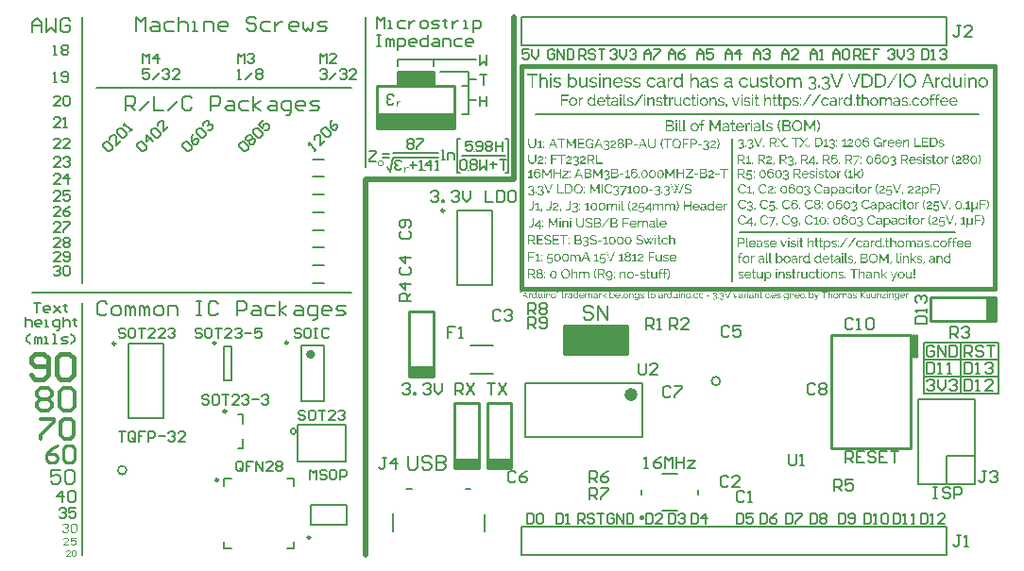
<source format=gto>
G04 Layer_Color=16777215*
%FSAX25Y25*%
%MOIN*%
G70*
G01*
G75*
%ADD39C,0.01000*%
%ADD62C,0.00984*%
%ADD63C,0.00394*%
%ADD64C,0.00600*%
%ADD65C,0.02362*%
%ADD66C,0.00787*%
%ADD67C,0.01575*%
%ADD68C,0.02000*%
%ADD69C,0.00800*%
%ADD70C,0.01500*%
%ADD71C,0.00500*%
%ADD72C,0.00400*%
%ADD73C,0.00700*%
%ADD74C,0.01200*%
%ADD75C,0.01600*%
%ADD76C,0.01400*%
%ADD77C,0.00300*%
%ADD78R,0.03500X0.08500*%
%ADD79R,0.08500X0.03500*%
G36*
X0389088Y0250923D02*
X0388732D01*
Y0251464D01*
X0389088D01*
Y0250923D01*
D02*
G37*
G36*
X0413710Y0251517D02*
X0413733Y0251515D01*
X0413781Y0251509D01*
X0413837Y0251499D01*
X0413898Y0251487D01*
X0413959Y0251466D01*
X0414015Y0251438D01*
X0414018D01*
X0414023Y0251436D01*
X0414030Y0251431D01*
X0414041Y0251423D01*
X0414066Y0251405D01*
X0414099Y0251382D01*
X0414137Y0251349D01*
X0414175Y0251311D01*
X0414213Y0251268D01*
X0414249Y0251217D01*
Y0251215D01*
X0414254Y0251212D01*
X0414256Y0251202D01*
X0414264Y0251192D01*
X0414272Y0251179D01*
X0414279Y0251162D01*
X0414289Y0251144D01*
X0414297Y0251123D01*
X0414320Y0251073D01*
X0414340Y0251014D01*
X0414361Y0250948D01*
X0414376Y0250877D01*
Y0250874D01*
X0414378Y0250867D01*
Y0250857D01*
X0414381Y0250841D01*
X0414386Y0250824D01*
X0414389Y0250801D01*
X0414391Y0250776D01*
X0414396Y0250747D01*
X0414399Y0250717D01*
X0414401Y0250684D01*
X0414409Y0250610D01*
X0414411Y0250529D01*
X0414414Y0250443D01*
Y0249000D01*
X0414010D01*
Y0250377D01*
Y0250382D01*
Y0250395D01*
Y0250417D01*
X0414008Y0250445D01*
Y0250478D01*
X0414005Y0250516D01*
X0414000Y0250560D01*
X0413995Y0250605D01*
X0413982Y0250702D01*
X0413962Y0250801D01*
X0413949Y0250847D01*
X0413934Y0250890D01*
X0413916Y0250930D01*
X0413896Y0250966D01*
Y0250969D01*
X0413891Y0250974D01*
X0413883Y0250981D01*
X0413875Y0250994D01*
X0413863Y0251007D01*
X0413847Y0251022D01*
X0413830Y0251040D01*
X0413809Y0251055D01*
X0413787Y0251073D01*
X0413761Y0251088D01*
X0413731Y0251103D01*
X0413700Y0251116D01*
X0413665Y0251129D01*
X0413629Y0251136D01*
X0413588Y0251141D01*
X0413545Y0251144D01*
X0413525D01*
X0413499Y0251141D01*
X0413467Y0251139D01*
X0413428Y0251131D01*
X0413385Y0251123D01*
X0413337Y0251111D01*
X0413289Y0251096D01*
X0413286D01*
X0413284Y0251093D01*
X0413276Y0251090D01*
X0413266Y0251088D01*
X0413240Y0251075D01*
X0413210Y0251060D01*
X0413172Y0251042D01*
X0413131Y0251019D01*
X0413088Y0250991D01*
X0413045Y0250961D01*
X0413040Y0250956D01*
X0413027Y0250946D01*
X0413004Y0250928D01*
X0412979Y0250903D01*
X0412948Y0250872D01*
X0412915Y0250836D01*
X0412880Y0250796D01*
X0412847Y0250753D01*
Y0250750D01*
X0412844Y0250747D01*
X0412831Y0250732D01*
X0412816Y0250707D01*
X0412799Y0250676D01*
X0412778Y0250638D01*
X0412758Y0250595D01*
X0412738Y0250549D01*
X0412720Y0250499D01*
Y0249000D01*
X0412313D01*
Y0251477D01*
X0412692D01*
Y0250956D01*
X0412694Y0250979D01*
X0412699Y0251007D01*
X0412712Y0251040D01*
X0412730Y0251078D01*
X0412755Y0251118D01*
X0412773Y0251139D01*
X0412791Y0251159D01*
X0412793Y0251162D01*
X0412796Y0251164D01*
X0412811Y0251177D01*
X0412834Y0251200D01*
X0412864Y0251225D01*
X0412900Y0251255D01*
X0412943Y0251289D01*
X0412989Y0251322D01*
X0413040Y0251352D01*
X0413042D01*
X0413047Y0251355D01*
X0413055Y0251360D01*
X0413065Y0251365D01*
X0413078Y0251372D01*
X0413093Y0251380D01*
X0413129Y0251398D01*
X0413174Y0251418D01*
X0413223Y0251438D01*
X0413278Y0251459D01*
X0413334Y0251477D01*
X0413337D01*
X0413342Y0251479D01*
X0413350Y0251482D01*
X0413362Y0251484D01*
X0413375Y0251487D01*
X0413393Y0251489D01*
X0413434Y0251499D01*
X0413482Y0251507D01*
X0413538Y0251512D01*
X0413596Y0251517D01*
X0413657Y0251520D01*
X0413693D01*
X0413710Y0251517D01*
D02*
G37*
G36*
X0377396Y0250648D02*
X0378610Y0249000D01*
X0378186D01*
X0377180Y0250374D01*
X0376174Y0249000D01*
X0375745D01*
X0376959Y0250648D01*
X0375709Y0252343D01*
X0376136D01*
X0377180Y0250923D01*
X0378224Y0252343D01*
X0378648D01*
X0377396Y0250648D01*
D02*
G37*
G36*
X0425851Y0251517D02*
X0425877D01*
X0425905Y0251515D01*
X0425938Y0251512D01*
X0425973Y0251507D01*
X0426012Y0251502D01*
X0426052Y0251497D01*
X0426141Y0251479D01*
X0426230Y0251456D01*
X0426319Y0251426D01*
X0426321D01*
X0426329Y0251421D01*
X0426342Y0251415D01*
X0426360Y0251408D01*
X0426377Y0251398D01*
X0426403Y0251388D01*
X0426428Y0251372D01*
X0426456Y0251357D01*
X0426519Y0251316D01*
X0426586Y0251268D01*
X0426652Y0251212D01*
X0426713Y0251149D01*
X0426517Y0250918D01*
X0426514Y0250920D01*
X0426509Y0250925D01*
X0426502Y0250930D01*
X0426489Y0250941D01*
X0426474Y0250953D01*
X0426456Y0250966D01*
X0426436Y0250981D01*
X0426413Y0250999D01*
X0426362Y0251032D01*
X0426304Y0251068D01*
X0426240Y0251101D01*
X0426172Y0251129D01*
X0426169D01*
X0426164Y0251131D01*
X0426154Y0251134D01*
X0426141Y0251139D01*
X0426123Y0251144D01*
X0426103Y0251149D01*
X0426083Y0251156D01*
X0426057Y0251162D01*
X0425999Y0251174D01*
X0425935Y0251184D01*
X0425867Y0251192D01*
X0425793Y0251195D01*
X0425752D01*
X0425725Y0251192D01*
X0425692Y0251189D01*
X0425653Y0251184D01*
X0425577Y0251169D01*
X0425572D01*
X0425562Y0251164D01*
X0425542Y0251159D01*
X0425519Y0251151D01*
X0425493Y0251141D01*
X0425463Y0251129D01*
X0425435Y0251113D01*
X0425407Y0251096D01*
X0425405Y0251093D01*
X0425394Y0251088D01*
X0425382Y0251075D01*
X0425366Y0251062D01*
X0425349Y0251045D01*
X0425331Y0251022D01*
X0425313Y0250999D01*
X0425295Y0250971D01*
X0425293Y0250969D01*
X0425290Y0250958D01*
X0425283Y0250943D01*
X0425275Y0250923D01*
X0425267Y0250895D01*
X0425262Y0250867D01*
X0425257Y0250831D01*
X0425255Y0250796D01*
Y0250793D01*
Y0250781D01*
X0425257Y0250765D01*
Y0250747D01*
X0425265Y0250702D01*
X0425272Y0250679D01*
X0425280Y0250659D01*
X0425283Y0250656D01*
X0425285Y0250651D01*
X0425293Y0250641D01*
X0425303Y0250631D01*
X0425316Y0250615D01*
X0425331Y0250603D01*
X0425349Y0250588D01*
X0425372Y0250572D01*
X0425374Y0250570D01*
X0425384Y0250565D01*
X0425399Y0250560D01*
X0425417Y0250549D01*
X0425443Y0250539D01*
X0425473Y0250526D01*
X0425509Y0250514D01*
X0425547Y0250501D01*
X0425549D01*
X0425552Y0250499D01*
X0425567Y0250496D01*
X0425590Y0250488D01*
X0425620Y0250481D01*
X0425661Y0250471D01*
X0425704Y0250458D01*
X0425758Y0250445D01*
X0425813Y0250433D01*
X0425816D01*
X0425824Y0250430D01*
X0425836Y0250428D01*
X0425854Y0250422D01*
X0425874Y0250417D01*
X0425897Y0250412D01*
X0425925Y0250405D01*
X0425953Y0250397D01*
X0426017Y0250379D01*
X0426088Y0250359D01*
X0426156Y0250339D01*
X0426225Y0250318D01*
X0426227D01*
X0426232Y0250316D01*
X0426243Y0250313D01*
X0426255Y0250308D01*
X0426271Y0250303D01*
X0426286Y0250295D01*
X0426329Y0250280D01*
X0426375Y0250260D01*
X0426426Y0250237D01*
X0426476Y0250212D01*
X0426525Y0250184D01*
X0426527D01*
X0426530Y0250181D01*
X0426545Y0250171D01*
X0426568Y0250153D01*
X0426596Y0250130D01*
X0426626Y0250102D01*
X0426657Y0250069D01*
X0426687Y0250034D01*
X0426715Y0249991D01*
Y0249988D01*
X0426718Y0249986D01*
X0426725Y0249970D01*
X0426735Y0249945D01*
X0426748Y0249912D01*
X0426761Y0249871D01*
X0426771Y0249826D01*
X0426779Y0249772D01*
X0426781Y0249714D01*
Y0249709D01*
Y0249698D01*
X0426779Y0249681D01*
X0426776Y0249655D01*
X0426774Y0249627D01*
X0426766Y0249592D01*
X0426758Y0249554D01*
X0426748Y0249513D01*
X0426733Y0249470D01*
X0426715Y0249424D01*
X0426695Y0249378D01*
X0426667Y0249330D01*
X0426636Y0249285D01*
X0426601Y0249241D01*
X0426560Y0249198D01*
X0426512Y0249158D01*
X0426509Y0249155D01*
X0426499Y0249150D01*
X0426484Y0249140D01*
X0426464Y0249127D01*
X0426436Y0249109D01*
X0426405Y0249094D01*
X0426367Y0249074D01*
X0426324Y0249056D01*
X0426276Y0249038D01*
X0426222Y0249018D01*
X0426164Y0249003D01*
X0426100Y0248987D01*
X0426032Y0248972D01*
X0425961Y0248962D01*
X0425884Y0248957D01*
X0425803Y0248954D01*
X0425775D01*
X0425755Y0248957D01*
X0425727D01*
X0425697Y0248959D01*
X0425664Y0248962D01*
X0425626Y0248967D01*
X0425582Y0248972D01*
X0425539Y0248977D01*
X0425443Y0248995D01*
X0425344Y0249018D01*
X0425239Y0249048D01*
X0425237D01*
X0425227Y0249053D01*
X0425214Y0249058D01*
X0425194Y0249066D01*
X0425171Y0249076D01*
X0425143Y0249089D01*
X0425110Y0249104D01*
X0425077Y0249122D01*
X0425001Y0249163D01*
X0424919Y0249213D01*
X0424879Y0249244D01*
X0424835Y0249277D01*
X0424795Y0249310D01*
X0424754Y0249348D01*
X0424932Y0249612D01*
X0424935Y0249610D01*
X0424942Y0249605D01*
X0424955Y0249597D01*
X0424973Y0249584D01*
X0424993Y0249571D01*
X0425018Y0249554D01*
X0425044Y0249536D01*
X0425074Y0249518D01*
X0425143Y0249475D01*
X0425216Y0249434D01*
X0425293Y0249394D01*
X0425369Y0249361D01*
X0425372D01*
X0425379Y0249358D01*
X0425389Y0249353D01*
X0425405Y0249348D01*
X0425422Y0249343D01*
X0425445Y0249335D01*
X0425470Y0249328D01*
X0425498Y0249323D01*
X0425529Y0249315D01*
X0425562Y0249307D01*
X0425636Y0249295D01*
X0425714Y0249285D01*
X0425798Y0249282D01*
X0425824D01*
X0425844Y0249285D01*
X0425867D01*
X0425895Y0249287D01*
X0425923Y0249292D01*
X0425956Y0249295D01*
X0426024Y0249307D01*
X0426098Y0249328D01*
X0426166Y0249353D01*
X0426199Y0249371D01*
X0426230Y0249389D01*
X0426232Y0249391D01*
X0426238Y0249394D01*
X0426245Y0249399D01*
X0426255Y0249409D01*
X0426278Y0249432D01*
X0426309Y0249465D01*
X0426337Y0249508D01*
X0426362Y0249559D01*
X0426370Y0249587D01*
X0426377Y0249617D01*
X0426382Y0249650D01*
X0426385Y0249686D01*
Y0249691D01*
Y0249701D01*
X0426382Y0249716D01*
X0426380Y0249737D01*
X0426375Y0249760D01*
X0426367Y0249782D01*
X0426357Y0249805D01*
X0426344Y0249828D01*
X0426342Y0249831D01*
X0426337Y0249838D01*
X0426329Y0249848D01*
X0426316Y0249861D01*
X0426299Y0249876D01*
X0426278Y0249894D01*
X0426253Y0249912D01*
X0426225Y0249930D01*
X0426222Y0249932D01*
X0426210Y0249937D01*
X0426192Y0249947D01*
X0426169Y0249958D01*
X0426136Y0249973D01*
X0426100Y0249986D01*
X0426060Y0250001D01*
X0426012Y0250016D01*
X0426009D01*
X0426007Y0250019D01*
X0425999Y0250021D01*
X0425989Y0250024D01*
X0425976Y0250026D01*
X0425961Y0250031D01*
X0425923Y0250041D01*
X0425877Y0250052D01*
X0425821Y0250067D01*
X0425758Y0250082D01*
X0425689Y0250097D01*
X0425686D01*
X0425681Y0250100D01*
X0425671Y0250102D01*
X0425656Y0250105D01*
X0425641Y0250110D01*
X0425620Y0250115D01*
X0425572Y0250128D01*
X0425519Y0250143D01*
X0425460Y0250161D01*
X0425399Y0250179D01*
X0425338Y0250196D01*
X0425336D01*
X0425331Y0250199D01*
X0425323Y0250201D01*
X0425313Y0250206D01*
X0425285Y0250217D01*
X0425247Y0250232D01*
X0425206Y0250250D01*
X0425163Y0250270D01*
X0425120Y0250293D01*
X0425077Y0250318D01*
X0425072Y0250321D01*
X0425059Y0250331D01*
X0425041Y0250346D01*
X0425016Y0250366D01*
X0424991Y0250389D01*
X0424965Y0250420D01*
X0424940Y0250453D01*
X0424917Y0250491D01*
X0424914Y0250496D01*
X0424909Y0250509D01*
X0424899Y0250532D01*
X0424891Y0250562D01*
X0424881Y0250600D01*
X0424871Y0250643D01*
X0424866Y0250694D01*
X0424863Y0250750D01*
Y0250753D01*
Y0250758D01*
Y0250768D01*
X0424866Y0250783D01*
Y0250798D01*
X0424868Y0250819D01*
X0424874Y0250862D01*
X0424881Y0250915D01*
X0424896Y0250971D01*
X0424914Y0251029D01*
X0424940Y0251085D01*
Y0251088D01*
X0424942Y0251093D01*
X0424947Y0251101D01*
X0424955Y0251111D01*
X0424970Y0251136D01*
X0424993Y0251172D01*
X0425024Y0251210D01*
X0425059Y0251250D01*
X0425100Y0251289D01*
X0425145Y0251327D01*
X0425148D01*
X0425150Y0251332D01*
X0425158Y0251337D01*
X0425168Y0251342D01*
X0425196Y0251360D01*
X0425232Y0251380D01*
X0425275Y0251405D01*
X0425326Y0251428D01*
X0425384Y0251451D01*
X0425445Y0251471D01*
X0425448D01*
X0425453Y0251474D01*
X0425463Y0251477D01*
X0425476Y0251479D01*
X0425491Y0251482D01*
X0425509Y0251487D01*
X0425529Y0251492D01*
X0425554Y0251497D01*
X0425608Y0251504D01*
X0425669Y0251512D01*
X0425735Y0251517D01*
X0425803Y0251520D01*
X0425831D01*
X0425851Y0251517D01*
D02*
G37*
G36*
X0369568Y0250648D02*
X0370782Y0249000D01*
X0370358D01*
X0369352Y0250374D01*
X0368346Y0249000D01*
X0367917D01*
X0369131Y0250648D01*
X0367881Y0252343D01*
X0368308D01*
X0369352Y0250923D01*
X0370396Y0252343D01*
X0370820D01*
X0369568Y0250648D01*
D02*
G37*
G36*
X0403492Y0252363D02*
X0403517D01*
X0403545Y0252360D01*
X0403576Y0252358D01*
X0403644Y0252353D01*
X0403721Y0252343D01*
X0403799Y0252327D01*
X0403875Y0252310D01*
X0403878D01*
X0403886Y0252307D01*
X0403896Y0252305D01*
X0403911Y0252299D01*
X0403926Y0252294D01*
X0403949Y0252287D01*
X0403972Y0252279D01*
X0403997Y0252272D01*
X0404053Y0252249D01*
X0404114Y0252223D01*
X0404175Y0252193D01*
X0404236Y0252157D01*
X0404239D01*
X0404244Y0252152D01*
X0404251Y0252147D01*
X0404264Y0252139D01*
X0404277Y0252132D01*
X0404292Y0252119D01*
X0404330Y0252091D01*
X0404376Y0252058D01*
X0404422Y0252020D01*
X0404470Y0251974D01*
X0404516Y0251926D01*
X0404518Y0251923D01*
X0404521Y0251921D01*
X0404528Y0251913D01*
X0404536Y0251903D01*
X0404546Y0251888D01*
X0404559Y0251873D01*
X0404587Y0251835D01*
X0404617Y0251786D01*
X0404653Y0251730D01*
X0404686Y0251667D01*
X0404719Y0251596D01*
X0404406Y0251400D01*
X0404404Y0251403D01*
X0404399Y0251413D01*
X0404389Y0251431D01*
X0404376Y0251451D01*
X0404358Y0251477D01*
X0404338Y0251507D01*
X0404312Y0251540D01*
X0404287Y0251576D01*
X0404256Y0251611D01*
X0404223Y0251649D01*
X0404190Y0251685D01*
X0404152Y0251723D01*
X0404112Y0251758D01*
X0404071Y0251792D01*
X0404028Y0251822D01*
X0403982Y0251850D01*
X0403980Y0251852D01*
X0403972Y0251855D01*
X0403957Y0251863D01*
X0403939Y0251870D01*
X0403916Y0251883D01*
X0403888Y0251893D01*
X0403858Y0251906D01*
X0403822Y0251919D01*
X0403782Y0251931D01*
X0403738Y0251944D01*
X0403693Y0251957D01*
X0403644Y0251967D01*
X0403593Y0251974D01*
X0403540Y0251982D01*
X0403484Y0251985D01*
X0403426Y0251987D01*
X0403401D01*
X0403383Y0251985D01*
X0403360D01*
X0403332Y0251982D01*
X0403304Y0251977D01*
X0403271Y0251974D01*
X0403197Y0251962D01*
X0403119Y0251941D01*
X0403037Y0251913D01*
X0402999Y0251898D01*
X0402958Y0251878D01*
X0402956D01*
X0402948Y0251873D01*
X0402938Y0251868D01*
X0402923Y0251857D01*
X0402905Y0251847D01*
X0402885Y0251835D01*
X0402837Y0251799D01*
X0402781Y0251758D01*
X0402720Y0251708D01*
X0402661Y0251649D01*
X0402603Y0251583D01*
X0402600Y0251581D01*
X0402595Y0251576D01*
X0402588Y0251565D01*
X0402577Y0251550D01*
X0402567Y0251532D01*
X0402552Y0251512D01*
X0402537Y0251489D01*
X0402519Y0251461D01*
X0402501Y0251433D01*
X0402484Y0251400D01*
X0402445Y0251329D01*
X0402407Y0251248D01*
X0402374Y0251162D01*
Y0251159D01*
X0402372Y0251151D01*
X0402367Y0251139D01*
X0402362Y0251121D01*
X0402356Y0251098D01*
X0402349Y0251073D01*
X0402341Y0251045D01*
X0402336Y0251012D01*
X0402329Y0250976D01*
X0402321Y0250938D01*
X0402308Y0250854D01*
X0402298Y0250765D01*
X0402296Y0250671D01*
Y0250669D01*
Y0250659D01*
Y0250646D01*
X0402298Y0250626D01*
Y0250603D01*
X0402301Y0250575D01*
X0402303Y0250542D01*
X0402306Y0250506D01*
X0402311Y0250468D01*
X0402318Y0250430D01*
X0402334Y0250344D01*
X0402354Y0250255D01*
X0402385Y0250163D01*
Y0250161D01*
X0402389Y0250153D01*
X0402395Y0250141D01*
X0402402Y0250123D01*
X0402410Y0250102D01*
X0402423Y0250079D01*
X0402435Y0250052D01*
X0402451Y0250021D01*
X0402486Y0249955D01*
X0402529Y0249886D01*
X0402580Y0249815D01*
X0402636Y0249744D01*
X0402638Y0249742D01*
X0402643Y0249737D01*
X0402651Y0249726D01*
X0402664Y0249714D01*
X0402679Y0249701D01*
X0402697Y0249683D01*
X0402720Y0249663D01*
X0402743Y0249643D01*
X0402796Y0249597D01*
X0402859Y0249549D01*
X0402931Y0249503D01*
X0403007Y0249460D01*
X0403009D01*
X0403017Y0249455D01*
X0403027Y0249450D01*
X0403045Y0249445D01*
X0403065Y0249437D01*
X0403088Y0249427D01*
X0403113Y0249417D01*
X0403144Y0249409D01*
X0403177Y0249399D01*
X0403215Y0249389D01*
X0403294Y0249371D01*
X0403380Y0249361D01*
X0403472Y0249356D01*
X0403497D01*
X0403517Y0249358D01*
X0403543Y0249361D01*
X0403571Y0249363D01*
X0403601Y0249366D01*
X0403637Y0249371D01*
X0403675Y0249378D01*
X0403715Y0249386D01*
X0403802Y0249409D01*
X0403845Y0249422D01*
X0403891Y0249439D01*
X0403936Y0249457D01*
X0403982Y0249480D01*
X0403985Y0249483D01*
X0403992Y0249485D01*
X0404005Y0249493D01*
X0404023Y0249503D01*
X0404046Y0249518D01*
X0404071Y0249533D01*
X0404099Y0249554D01*
X0404129Y0249577D01*
X0404165Y0249602D01*
X0404201Y0249630D01*
X0404239Y0249663D01*
X0404277Y0249698D01*
X0404317Y0249737D01*
X0404361Y0249777D01*
X0404401Y0249820D01*
X0404442Y0249869D01*
Y0250351D01*
X0403723D01*
Y0250689D01*
X0404810D01*
Y0249000D01*
X0404442D01*
Y0249467D01*
X0404437Y0249465D01*
X0404424Y0249450D01*
X0404401Y0249424D01*
X0404373Y0249394D01*
X0404333Y0249356D01*
X0404287Y0249315D01*
X0404234Y0249269D01*
X0404173Y0249223D01*
X0404104Y0249178D01*
X0404030Y0249132D01*
X0403949Y0249091D01*
X0403860Y0249053D01*
X0403766Y0249023D01*
X0403665Y0248997D01*
X0403560Y0248982D01*
X0403505Y0248980D01*
X0403449Y0248977D01*
X0403416D01*
X0403390Y0248980D01*
X0403360Y0248982D01*
X0403324Y0248985D01*
X0403286Y0248990D01*
X0403240Y0248995D01*
X0403195Y0249003D01*
X0403144Y0249013D01*
X0403093Y0249025D01*
X0403037Y0249038D01*
X0402984Y0249056D01*
X0402928Y0249074D01*
X0402872Y0249096D01*
X0402819Y0249122D01*
X0402816Y0249125D01*
X0402806Y0249130D01*
X0402791Y0249137D01*
X0402771Y0249150D01*
X0402748Y0249163D01*
X0402717Y0249180D01*
X0402687Y0249201D01*
X0402651Y0249226D01*
X0402613Y0249252D01*
X0402572Y0249282D01*
X0402532Y0249312D01*
X0402491Y0249348D01*
X0402405Y0249424D01*
X0402323Y0249508D01*
X0402321Y0249511D01*
X0402313Y0249518D01*
X0402303Y0249531D01*
X0402290Y0249551D01*
X0402273Y0249571D01*
X0402252Y0249599D01*
X0402229Y0249630D01*
X0402204Y0249665D01*
X0402179Y0249704D01*
X0402153Y0249744D01*
X0402125Y0249790D01*
X0402097Y0249838D01*
X0402047Y0249940D01*
X0401998Y0250049D01*
Y0250052D01*
X0401993Y0250062D01*
X0401988Y0250079D01*
X0401981Y0250102D01*
X0401970Y0250130D01*
X0401960Y0250163D01*
X0401950Y0250199D01*
X0401940Y0250242D01*
X0401930Y0250288D01*
X0401920Y0250336D01*
X0401909Y0250387D01*
X0401899Y0250443D01*
X0401887Y0250557D01*
X0401884Y0250615D01*
X0401882Y0250676D01*
Y0250681D01*
Y0250692D01*
Y0250709D01*
X0401884Y0250732D01*
Y0250763D01*
X0401887Y0250798D01*
X0401892Y0250836D01*
X0401897Y0250882D01*
X0401902Y0250928D01*
X0401909Y0250979D01*
X0401930Y0251085D01*
X0401958Y0251200D01*
X0401975Y0251255D01*
X0401996Y0251314D01*
X0401998Y0251316D01*
X0402001Y0251327D01*
X0402008Y0251344D01*
X0402016Y0251365D01*
X0402029Y0251393D01*
X0402044Y0251423D01*
X0402059Y0251459D01*
X0402080Y0251497D01*
X0402103Y0251537D01*
X0402125Y0251581D01*
X0402181Y0251672D01*
X0402245Y0251764D01*
X0402316Y0251852D01*
X0402318Y0251855D01*
X0402326Y0251863D01*
X0402336Y0251875D01*
X0402351Y0251890D01*
X0402372Y0251911D01*
X0402397Y0251934D01*
X0402423Y0251959D01*
X0402456Y0251987D01*
X0402489Y0252015D01*
X0402527Y0252045D01*
X0402567Y0252079D01*
X0402610Y0252109D01*
X0402656Y0252139D01*
X0402704Y0252170D01*
X0402806Y0252226D01*
X0402809Y0252228D01*
X0402819Y0252231D01*
X0402834Y0252238D01*
X0402857Y0252249D01*
X0402882Y0252259D01*
X0402915Y0252269D01*
X0402951Y0252282D01*
X0402991Y0252297D01*
X0403037Y0252310D01*
X0403086Y0252322D01*
X0403136Y0252332D01*
X0403190Y0252343D01*
X0403306Y0252360D01*
X0403367Y0252363D01*
X0403428Y0252365D01*
X0403469D01*
X0403492Y0252363D01*
D02*
G37*
G36*
X0359286Y0243025D02*
Y0243023D01*
Y0243010D01*
X0359283Y0242995D01*
X0359281Y0242975D01*
X0359276Y0242952D01*
X0359271Y0242926D01*
X0359260Y0242901D01*
X0359248Y0242876D01*
X0359245Y0242873D01*
X0359240Y0242865D01*
X0359232Y0242853D01*
X0359222Y0242837D01*
X0359207Y0242820D01*
X0359192Y0242802D01*
X0359171Y0242784D01*
X0359149Y0242769D01*
X0359146Y0242766D01*
X0359138Y0242761D01*
X0359126Y0242756D01*
X0359110Y0242746D01*
X0359090Y0242738D01*
X0359067Y0242728D01*
X0359016Y0242713D01*
X0359014D01*
X0359004Y0242710D01*
X0358989Y0242708D01*
X0358968Y0242705D01*
X0358940Y0242700D01*
X0358910Y0242698D01*
X0358872Y0242695D01*
X0358831D01*
Y0243020D01*
X0358867D01*
X0358895Y0243023D01*
X0358905Y0243025D01*
X0358912Y0243028D01*
X0358915Y0243031D01*
X0358920Y0243038D01*
X0358925Y0243051D01*
X0358928Y0243071D01*
Y0243538D01*
X0359286D01*
Y0243025D01*
D02*
G37*
G36*
X0366878D02*
Y0243023D01*
Y0243010D01*
X0366875Y0242995D01*
X0366873Y0242975D01*
X0366868Y0242952D01*
X0366863Y0242926D01*
X0366852Y0242901D01*
X0366840Y0242876D01*
X0366837Y0242873D01*
X0366832Y0242865D01*
X0366825Y0242853D01*
X0366814Y0242837D01*
X0366799Y0242820D01*
X0366784Y0242802D01*
X0366763Y0242784D01*
X0366741Y0242769D01*
X0366738Y0242766D01*
X0366730Y0242761D01*
X0366718Y0242756D01*
X0366703Y0242746D01*
X0366682Y0242738D01*
X0366659Y0242728D01*
X0366609Y0242713D01*
X0366606D01*
X0366596Y0242710D01*
X0366581Y0242708D01*
X0366560Y0242705D01*
X0366532Y0242700D01*
X0366502Y0242698D01*
X0366464Y0242695D01*
X0366423D01*
Y0243020D01*
X0366459D01*
X0366487Y0243023D01*
X0366497Y0243025D01*
X0366504Y0243028D01*
X0366507Y0243031D01*
X0366512Y0243038D01*
X0366517Y0243051D01*
X0366520Y0243071D01*
Y0243538D01*
X0366878D01*
Y0243025D01*
D02*
G37*
G36*
X0395372Y0242418D02*
X0394937D01*
X0396443Y0245382D01*
X0394688D01*
Y0245761D01*
X0397033D01*
X0395372Y0242418D01*
D02*
G37*
G36*
X0399273Y0252363D02*
X0399303Y0252360D01*
X0399337Y0252358D01*
X0399377Y0252353D01*
X0399418Y0252345D01*
X0399464Y0252335D01*
X0399512Y0252325D01*
X0399563Y0252312D01*
X0399613Y0252294D01*
X0399667Y0252277D01*
X0399717Y0252254D01*
X0399771Y0252228D01*
X0399822Y0252198D01*
X0399824Y0252195D01*
X0399834Y0252190D01*
X0399847Y0252180D01*
X0399865Y0252167D01*
X0399888Y0252150D01*
X0399916Y0252127D01*
X0399943Y0252101D01*
X0399974Y0252073D01*
X0400007Y0252040D01*
X0400040Y0252005D01*
X0400076Y0251964D01*
X0400109Y0251919D01*
X0400142Y0251870D01*
X0400175Y0251819D01*
X0400205Y0251764D01*
X0400233Y0251705D01*
X0399966Y0251487D01*
Y0251489D01*
X0399961Y0251497D01*
X0399954Y0251509D01*
X0399946Y0251527D01*
X0399933Y0251548D01*
X0399921Y0251573D01*
X0399905Y0251598D01*
X0399885Y0251629D01*
X0399842Y0251690D01*
X0399789Y0251753D01*
X0399725Y0251814D01*
X0399690Y0251842D01*
X0399654Y0251868D01*
X0399651Y0251870D01*
X0399644Y0251873D01*
X0399634Y0251880D01*
X0399618Y0251888D01*
X0399601Y0251898D01*
X0399578Y0251908D01*
X0399552Y0251921D01*
X0399524Y0251934D01*
X0399494Y0251946D01*
X0399461Y0251959D01*
X0399385Y0251979D01*
X0399303Y0251995D01*
X0399260Y0251997D01*
X0399215Y0252000D01*
X0399197D01*
X0399184Y0251997D01*
X0399166D01*
X0399146Y0251995D01*
X0399100Y0251990D01*
X0399049Y0251977D01*
X0398991Y0251962D01*
X0398930Y0251939D01*
X0398872Y0251908D01*
X0398869D01*
X0398864Y0251903D01*
X0398856Y0251898D01*
X0398846Y0251893D01*
X0398816Y0251870D01*
X0398780Y0251842D01*
X0398740Y0251807D01*
X0398694Y0251761D01*
X0398648Y0251708D01*
X0398605Y0251647D01*
Y0251644D01*
X0398600Y0251639D01*
X0398595Y0251629D01*
X0398587Y0251616D01*
X0398577Y0251598D01*
X0398567Y0251578D01*
X0398554Y0251555D01*
X0398541Y0251527D01*
X0398526Y0251497D01*
X0398514Y0251464D01*
X0398498Y0251428D01*
X0398483Y0251390D01*
X0398468Y0251349D01*
X0398455Y0251306D01*
X0398427Y0251212D01*
Y0251210D01*
X0398425Y0251200D01*
X0398422Y0251187D01*
X0398417Y0251167D01*
X0398412Y0251144D01*
X0398407Y0251116D01*
X0398402Y0251083D01*
X0398397Y0251047D01*
X0398389Y0251009D01*
X0398384Y0250966D01*
X0398379Y0250923D01*
X0398374Y0250874D01*
X0398366Y0250776D01*
X0398364Y0250683D01*
X0398366Y0250697D01*
X0398371Y0250714D01*
X0398376Y0250735D01*
X0398381Y0250760D01*
X0398392Y0250788D01*
X0398404Y0250819D01*
X0398419Y0250852D01*
X0398437Y0250887D01*
X0398458Y0250920D01*
X0398486Y0250956D01*
X0398516Y0250991D01*
X0398549Y0251027D01*
X0398590Y0251060D01*
X0398635Y0251093D01*
X0398638Y0251096D01*
X0398648Y0251101D01*
X0398661Y0251108D01*
X0398681Y0251121D01*
X0398704Y0251134D01*
X0398734Y0251146D01*
X0398767Y0251162D01*
X0398806Y0251179D01*
X0398846Y0251195D01*
X0398889Y0251210D01*
X0398938Y0251222D01*
X0398989Y0251238D01*
X0399042Y0251248D01*
X0399098Y0251255D01*
X0399156Y0251261D01*
X0399217Y0251263D01*
X0399240D01*
X0399258Y0251261D01*
X0399281D01*
X0399306Y0251258D01*
X0399334Y0251255D01*
X0399364Y0251253D01*
X0399435Y0251240D01*
X0399512Y0251225D01*
X0399593Y0251205D01*
X0399672Y0251174D01*
X0399674D01*
X0399682Y0251169D01*
X0399692Y0251164D01*
X0399707Y0251159D01*
X0399725Y0251149D01*
X0399748Y0251139D01*
X0399771Y0251126D01*
X0399799Y0251111D01*
X0399857Y0251075D01*
X0399918Y0251032D01*
X0399982Y0250984D01*
X0400043Y0250928D01*
X0400045Y0250925D01*
X0400050Y0250920D01*
X0400058Y0250913D01*
X0400068Y0250900D01*
X0400083Y0250885D01*
X0400099Y0250867D01*
X0400116Y0250847D01*
X0400134Y0250824D01*
X0400175Y0250770D01*
X0400215Y0250709D01*
X0400256Y0250638D01*
X0400294Y0250562D01*
Y0250560D01*
X0400299Y0250552D01*
X0400302Y0250542D01*
X0400309Y0250526D01*
X0400314Y0250506D01*
X0400322Y0250483D01*
X0400332Y0250458D01*
X0400340Y0250428D01*
X0400347Y0250397D01*
X0400357Y0250361D01*
X0400370Y0250288D01*
X0400380Y0250204D01*
X0400386Y0250118D01*
Y0250115D01*
Y0250107D01*
Y0250095D01*
X0400383Y0250077D01*
Y0250054D01*
X0400380Y0250029D01*
X0400378Y0250001D01*
X0400373Y0249970D01*
X0400363Y0249899D01*
X0400345Y0249823D01*
X0400322Y0249742D01*
X0400291Y0249660D01*
Y0249658D01*
X0400286Y0249650D01*
X0400281Y0249640D01*
X0400274Y0249625D01*
X0400266Y0249607D01*
X0400253Y0249587D01*
X0400241Y0249561D01*
X0400225Y0249536D01*
X0400187Y0249478D01*
X0400144Y0249417D01*
X0400093Y0249353D01*
X0400037Y0249292D01*
X0400035Y0249290D01*
X0400030Y0249285D01*
X0400022Y0249277D01*
X0400010Y0249267D01*
X0399994Y0249254D01*
X0399976Y0249239D01*
X0399954Y0249221D01*
X0399931Y0249203D01*
X0399903Y0249183D01*
X0399875Y0249163D01*
X0399811Y0249122D01*
X0399738Y0249081D01*
X0399659Y0249043D01*
X0399657D01*
X0399649Y0249041D01*
X0399636Y0249036D01*
X0399621Y0249030D01*
X0399601Y0249023D01*
X0399578Y0249015D01*
X0399550Y0249008D01*
X0399519Y0249000D01*
X0399484Y0248990D01*
X0399448Y0248982D01*
X0399367Y0248970D01*
X0399281Y0248959D01*
X0399187Y0248954D01*
X0399161D01*
X0399141Y0248957D01*
X0399118D01*
X0399090Y0248959D01*
X0399060Y0248962D01*
X0399024Y0248967D01*
X0398989Y0248972D01*
X0398950Y0248977D01*
X0398867Y0248995D01*
X0398780Y0249018D01*
X0398694Y0249051D01*
X0398691D01*
X0398684Y0249056D01*
X0398671Y0249061D01*
X0398656Y0249069D01*
X0398638Y0249079D01*
X0398615Y0249091D01*
X0398590Y0249104D01*
X0398562Y0249122D01*
X0398501Y0249160D01*
X0398437Y0249208D01*
X0398371Y0249264D01*
X0398308Y0249328D01*
X0398305Y0249330D01*
X0398300Y0249335D01*
X0398292Y0249345D01*
X0398282Y0249361D01*
X0398267Y0249378D01*
X0398252Y0249399D01*
X0398234Y0249424D01*
X0398216Y0249452D01*
X0398196Y0249483D01*
X0398176Y0249516D01*
X0398155Y0249554D01*
X0398135Y0249592D01*
X0398094Y0249678D01*
X0398059Y0249772D01*
Y0249775D01*
X0398056Y0249785D01*
X0398051Y0249798D01*
X0398046Y0249818D01*
X0398039Y0249843D01*
X0398031Y0249871D01*
X0398023Y0249907D01*
X0398016Y0249945D01*
X0398008Y0249986D01*
X0398000Y0250031D01*
X0397993Y0250079D01*
X0397985Y0250130D01*
X0397980Y0250184D01*
X0397975Y0250239D01*
X0397972Y0250359D01*
Y0250361D01*
Y0250364D01*
Y0250372D01*
Y0250382D01*
Y0250407D01*
X0397975Y0250443D01*
Y0250486D01*
X0397978Y0250537D01*
X0397980Y0250595D01*
X0397983Y0250656D01*
X0397988Y0250725D01*
X0397993Y0250793D01*
X0398008Y0250941D01*
X0398031Y0251090D01*
X0398044Y0251164D01*
X0398059Y0251235D01*
Y0251240D01*
X0398064Y0251253D01*
X0398069Y0251271D01*
X0398077Y0251299D01*
X0398084Y0251329D01*
X0398094Y0251367D01*
X0398110Y0251408D01*
X0398125Y0251454D01*
X0398140Y0251502D01*
X0398160Y0251553D01*
X0398204Y0251657D01*
X0398252Y0251764D01*
X0398280Y0251814D01*
X0398310Y0251863D01*
X0398313Y0251865D01*
X0398318Y0251873D01*
X0398328Y0251888D01*
X0398341Y0251903D01*
X0398356Y0251926D01*
X0398374Y0251949D01*
X0398397Y0251977D01*
X0398422Y0252005D01*
X0398450Y0252035D01*
X0398478Y0252066D01*
X0398547Y0252129D01*
X0398623Y0252190D01*
X0398661Y0252216D01*
X0398704Y0252241D01*
X0398707Y0252244D01*
X0398714Y0252246D01*
X0398727Y0252254D01*
X0398745Y0252261D01*
X0398767Y0252269D01*
X0398793Y0252282D01*
X0398821Y0252292D01*
X0398854Y0252305D01*
X0398892Y0252315D01*
X0398930Y0252327D01*
X0398973Y0252338D01*
X0399019Y0252345D01*
X0399113Y0252360D01*
X0399164Y0252363D01*
X0399217Y0252365D01*
X0399250D01*
X0399273Y0252363D01*
D02*
G37*
G36*
X0380955Y0243607D02*
X0381356D01*
Y0243234D01*
X0380955D01*
Y0242418D01*
X0380548D01*
Y0243234D01*
X0379016D01*
Y0243569D01*
X0380667Y0245708D01*
X0380955D01*
Y0243607D01*
D02*
G37*
G36*
X0361376Y0249000D02*
X0361033D01*
X0359662Y0252343D01*
X0360076D01*
X0361206Y0249488D01*
X0362329Y0252343D01*
X0362748D01*
X0361376Y0249000D01*
D02*
G37*
G36*
X0355140Y0251728D02*
X0355163D01*
X0355189Y0251725D01*
X0355217Y0251723D01*
X0355280Y0251715D01*
X0355346Y0251703D01*
X0355417Y0251687D01*
X0355488Y0251667D01*
X0355491D01*
X0355496Y0251664D01*
X0355506Y0251659D01*
X0355519Y0251654D01*
X0355537Y0251649D01*
X0355555Y0251642D01*
X0355598Y0251621D01*
X0355648Y0251596D01*
X0355702Y0251565D01*
X0355755Y0251530D01*
X0355808Y0251489D01*
X0355811D01*
X0355814Y0251484D01*
X0355821Y0251479D01*
X0355831Y0251469D01*
X0355857Y0251446D01*
X0355887Y0251413D01*
X0355920Y0251372D01*
X0355956Y0251327D01*
X0355989Y0251273D01*
X0356019Y0251215D01*
Y0251212D01*
X0356022Y0251207D01*
X0356027Y0251200D01*
X0356032Y0251187D01*
X0356037Y0251172D01*
X0356045Y0251154D01*
X0356050Y0251134D01*
X0356057Y0251111D01*
X0356073Y0251060D01*
X0356083Y0250999D01*
X0356093Y0250933D01*
X0356096Y0250864D01*
Y0250862D01*
Y0250859D01*
Y0250852D01*
Y0250839D01*
X0356093Y0250814D01*
X0356090Y0250776D01*
X0356085Y0250735D01*
X0356078Y0250687D01*
X0356068Y0250638D01*
X0356052Y0250588D01*
Y0250585D01*
X0356050Y0250582D01*
X0356047Y0250575D01*
X0356045Y0250565D01*
X0356034Y0250539D01*
X0356019Y0250506D01*
X0356001Y0250471D01*
X0355981Y0250430D01*
X0355956Y0250387D01*
X0355925Y0250346D01*
X0355923Y0250341D01*
X0355910Y0250328D01*
X0355892Y0250311D01*
X0355869Y0250285D01*
X0355839Y0250257D01*
X0355803Y0250229D01*
X0355765Y0250199D01*
X0355722Y0250171D01*
X0355720D01*
X0355717Y0250168D01*
X0355702Y0250161D01*
X0355679Y0250151D01*
X0355648Y0250138D01*
X0355613Y0250128D01*
X0355575Y0250120D01*
X0355534Y0250118D01*
X0355511Y0250119D01*
X0355519Y0250118D01*
X0355537Y0250115D01*
X0355562Y0250113D01*
X0355590Y0250107D01*
X0355621Y0250100D01*
X0355656Y0250090D01*
X0355692Y0250077D01*
X0355730Y0250059D01*
X0355768Y0250041D01*
X0355808Y0250019D01*
X0355849Y0249991D01*
X0355887Y0249958D01*
X0355925Y0249922D01*
X0355963Y0249879D01*
X0355966Y0249876D01*
X0355971Y0249869D01*
X0355981Y0249853D01*
X0355994Y0249836D01*
X0356009Y0249813D01*
X0356024Y0249785D01*
X0356042Y0249752D01*
X0356060Y0249716D01*
X0356078Y0249676D01*
X0356096Y0249633D01*
X0356111Y0249584D01*
X0356126Y0249533D01*
X0356139Y0249478D01*
X0356149Y0249422D01*
X0356154Y0249361D01*
X0356156Y0249297D01*
Y0249295D01*
Y0249287D01*
Y0249277D01*
Y0249262D01*
X0356154Y0249241D01*
X0356151Y0249218D01*
X0356149Y0249196D01*
X0356146Y0249168D01*
X0356136Y0249107D01*
X0356123Y0249041D01*
X0356103Y0248972D01*
X0356075Y0248903D01*
Y0248901D01*
X0356073Y0248896D01*
X0356068Y0248886D01*
X0356060Y0248873D01*
X0356052Y0248858D01*
X0356042Y0248840D01*
X0356017Y0248797D01*
X0355986Y0248748D01*
X0355946Y0248698D01*
X0355903Y0248647D01*
X0355849Y0248596D01*
X0355847Y0248594D01*
X0355841Y0248591D01*
X0355834Y0248583D01*
X0355824Y0248576D01*
X0355808Y0248563D01*
X0355791Y0248550D01*
X0355773Y0248538D01*
X0355750Y0248522D01*
X0355699Y0248492D01*
X0355638Y0248459D01*
X0355572Y0248426D01*
X0355499Y0248398D01*
X0355496D01*
X0355488Y0248395D01*
X0355478Y0248390D01*
X0355463Y0248388D01*
X0355445Y0248383D01*
X0355422Y0248375D01*
X0355395Y0248370D01*
X0355366Y0248362D01*
X0355333Y0248355D01*
X0355300Y0248350D01*
X0355224Y0248337D01*
X0355138Y0248329D01*
X0355049Y0248327D01*
X0355013D01*
X0354988Y0248329D01*
X0354958Y0248332D01*
X0354920Y0248335D01*
X0354879Y0248340D01*
X0354836Y0248345D01*
X0354787Y0248352D01*
X0354737Y0248362D01*
X0354683Y0248375D01*
X0354630Y0248390D01*
X0354577Y0248406D01*
X0354521Y0248426D01*
X0354467Y0248449D01*
X0354417Y0248474D01*
X0354414Y0248477D01*
X0354404Y0248482D01*
X0354391Y0248489D01*
X0354371Y0248502D01*
X0354348Y0248517D01*
X0354323Y0248535D01*
X0354295Y0248558D01*
X0354262Y0248583D01*
X0354229Y0248611D01*
X0354196Y0248644D01*
X0354160Y0248680D01*
X0354127Y0248721D01*
X0354091Y0248761D01*
X0354058Y0248810D01*
X0354028Y0248858D01*
X0354000Y0248911D01*
X0354277Y0249140D01*
X0354279Y0249137D01*
X0354282Y0249130D01*
X0354290Y0249119D01*
X0354297Y0249104D01*
X0354310Y0249086D01*
X0354323Y0249066D01*
X0354358Y0249020D01*
X0354401Y0248967D01*
X0354455Y0248914D01*
X0354513Y0248860D01*
X0354579Y0248815D01*
X0354582D01*
X0354587Y0248810D01*
X0354599Y0248804D01*
X0354612Y0248797D01*
X0354630Y0248789D01*
X0354653Y0248779D01*
X0354678Y0248769D01*
X0354709Y0248759D01*
X0354739Y0248748D01*
X0354775Y0248738D01*
X0354813Y0248728D01*
X0354856Y0248721D01*
X0354899Y0248713D01*
X0354947Y0248708D01*
X0354996Y0248705D01*
X0355049Y0248703D01*
X0355080D01*
X0355102Y0248705D01*
X0355130Y0248708D01*
X0355163Y0248710D01*
X0355196Y0248715D01*
X0355234Y0248723D01*
X0355318Y0248741D01*
X0355359Y0248754D01*
X0355402Y0248769D01*
X0355443Y0248787D01*
X0355483Y0248807D01*
X0355521Y0248830D01*
X0355557Y0248858D01*
X0355560Y0248860D01*
X0355565Y0248865D01*
X0355575Y0248873D01*
X0355585Y0248886D01*
X0355600Y0248901D01*
X0355615Y0248921D01*
X0355631Y0248944D01*
X0355648Y0248970D01*
X0355666Y0249000D01*
X0355681Y0249033D01*
X0355697Y0249069D01*
X0355712Y0249109D01*
X0355722Y0249152D01*
X0355732Y0249198D01*
X0355737Y0249249D01*
X0355740Y0249302D01*
Y0249305D01*
Y0249315D01*
Y0249330D01*
X0355737Y0249351D01*
X0355735Y0249376D01*
X0355730Y0249404D01*
X0355725Y0249437D01*
X0355717Y0249470D01*
X0355707Y0249508D01*
X0355692Y0249546D01*
X0355676Y0249584D01*
X0355659Y0249622D01*
X0355636Y0249660D01*
X0355610Y0249698D01*
X0355580Y0249734D01*
X0355547Y0249767D01*
X0355544Y0249770D01*
X0355539Y0249775D01*
X0355526Y0249782D01*
X0355511Y0249795D01*
X0355491Y0249808D01*
X0355468Y0249820D01*
X0355438Y0249836D01*
X0355405Y0249853D01*
X0355369Y0249869D01*
X0355326Y0249884D01*
X0355280Y0249897D01*
X0355229Y0249912D01*
X0355176Y0249922D01*
X0355115Y0249930D01*
X0355054Y0249935D01*
X0354985Y0249937D01*
X0354825D01*
Y0250295D01*
X0355026D01*
X0355049Y0250298D01*
X0355077Y0250301D01*
X0355107Y0250303D01*
X0355143Y0250308D01*
X0355184Y0250316D01*
X0355265Y0250333D01*
X0355308Y0250346D01*
X0355349Y0250359D01*
X0355389Y0250377D01*
X0355430Y0250397D01*
X0355468Y0250420D01*
X0355501Y0250448D01*
X0355504Y0250450D01*
X0355509Y0250455D01*
X0355516Y0250463D01*
X0355529Y0250476D01*
X0355542Y0250491D01*
X0355557Y0250509D01*
X0355572Y0250529D01*
X0355590Y0250554D01*
X0355605Y0250582D01*
X0355621Y0250610D01*
X0355636Y0250643D01*
X0355648Y0250679D01*
X0355661Y0250714D01*
X0355669Y0250755D01*
X0355674Y0250798D01*
X0355676Y0250841D01*
Y0250844D01*
Y0250847D01*
Y0250862D01*
X0355674Y0250885D01*
X0355671Y0250915D01*
X0355666Y0250951D01*
X0355656Y0250986D01*
X0355646Y0251024D01*
X0355631Y0251060D01*
X0355628Y0251065D01*
X0355623Y0251075D01*
X0355613Y0251093D01*
X0355598Y0251116D01*
X0355580Y0251139D01*
X0355557Y0251167D01*
X0355532Y0251192D01*
X0355504Y0251217D01*
X0355501Y0251220D01*
X0355488Y0251228D01*
X0355471Y0251240D01*
X0355448Y0251255D01*
X0355420Y0251271D01*
X0355387Y0251289D01*
X0355349Y0251304D01*
X0355306Y0251319D01*
X0355300Y0251322D01*
X0355285Y0251324D01*
X0355262Y0251329D01*
X0355232Y0251337D01*
X0355196Y0251344D01*
X0355153Y0251349D01*
X0355107Y0251352D01*
X0355059Y0251355D01*
X0355034D01*
X0355018Y0251352D01*
X0354996D01*
X0354970Y0251349D01*
X0354942Y0251344D01*
X0354912Y0251342D01*
X0354843Y0251327D01*
X0354770Y0251306D01*
X0354696Y0251281D01*
X0354658Y0251263D01*
X0354622Y0251243D01*
X0354620D01*
X0354615Y0251238D01*
X0354605Y0251230D01*
X0354592Y0251222D01*
X0354574Y0251210D01*
X0354556Y0251197D01*
X0354536Y0251179D01*
X0354513Y0251162D01*
X0354490Y0251139D01*
X0354465Y0251116D01*
X0354439Y0251088D01*
X0354412Y0251057D01*
X0354386Y0251027D01*
X0354361Y0250991D01*
X0354335Y0250956D01*
X0354312Y0250915D01*
X0354051Y0251141D01*
Y0251144D01*
X0354053Y0251149D01*
X0354058Y0251156D01*
X0354061Y0251167D01*
X0354076Y0251195D01*
X0354094Y0251233D01*
X0354119Y0251273D01*
X0354147Y0251316D01*
X0354180Y0251360D01*
X0354218Y0251400D01*
X0354223Y0251405D01*
X0354236Y0251418D01*
X0354259Y0251438D01*
X0354290Y0251464D01*
X0354323Y0251492D01*
X0354363Y0251520D01*
X0354409Y0251550D01*
X0354457Y0251578D01*
X0354460D01*
X0354462Y0251581D01*
X0354470Y0251586D01*
X0354480Y0251591D01*
X0354508Y0251604D01*
X0354544Y0251619D01*
X0354589Y0251637D01*
X0354638Y0251654D01*
X0354693Y0251675D01*
X0354752Y0251690D01*
X0354754D01*
X0354760Y0251692D01*
X0354767Y0251695D01*
X0354780Y0251697D01*
X0354795Y0251700D01*
X0354813Y0251703D01*
X0354853Y0251710D01*
X0354904Y0251718D01*
X0354960Y0251725D01*
X0355021Y0251728D01*
X0355085Y0251730D01*
X0355123D01*
X0355140Y0251728D01*
D02*
G37*
G36*
X0303743Y0264028D02*
Y0264025D01*
X0303746Y0264013D01*
X0303749Y0263998D01*
X0303758Y0263980D01*
X0303776Y0263962D01*
X0303797Y0263947D01*
X0303830Y0263935D01*
X0303848Y0263932D01*
X0303872D01*
Y0263506D01*
X0303866D01*
X0303851Y0263503D01*
X0303824Y0263500D01*
X0303794Y0263497D01*
X0303728Y0263488D01*
X0303698Y0263485D01*
X0303656D01*
X0303644Y0263488D01*
X0303614Y0263491D01*
X0303578Y0263497D01*
X0303539Y0263506D01*
X0303494Y0263524D01*
X0303452Y0263545D01*
X0303410Y0263575D01*
X0303407Y0263578D01*
X0303395Y0263593D01*
X0303377Y0263611D01*
X0303359Y0263638D01*
X0303341Y0263671D01*
X0303323Y0263710D01*
X0303311Y0263752D01*
X0303308Y0263800D01*
Y0264043D01*
X0303305Y0264034D01*
X0303299Y0264022D01*
X0303290Y0264004D01*
X0303281Y0263980D01*
X0303269Y0263953D01*
X0303251Y0263926D01*
X0303233Y0263893D01*
X0303209Y0263860D01*
X0303182Y0263827D01*
X0303152Y0263791D01*
X0303116Y0263755D01*
X0303077Y0263716D01*
X0303035Y0263683D01*
X0302987Y0263647D01*
X0302933Y0263614D01*
X0302930Y0263611D01*
X0302921Y0263608D01*
X0302903Y0263599D01*
X0302882Y0263587D01*
X0302855Y0263575D01*
X0302822Y0263560D01*
X0302786Y0263545D01*
X0302744Y0263530D01*
X0302699Y0263515D01*
X0302651Y0263500D01*
X0302600Y0263485D01*
X0302546Y0263473D01*
X0302432Y0263452D01*
X0302372Y0263449D01*
X0302312Y0263446D01*
X0302282D01*
X0302261Y0263449D01*
X0302234D01*
X0302201Y0263452D01*
X0302165Y0263458D01*
X0302126Y0263461D01*
X0302084Y0263470D01*
X0302039Y0263476D01*
X0301946Y0263500D01*
X0301847Y0263530D01*
X0301748Y0263572D01*
X0301745Y0263575D01*
X0301736Y0263578D01*
X0301724Y0263584D01*
X0301706Y0263596D01*
X0301682Y0263608D01*
X0301655Y0263623D01*
X0301628Y0263641D01*
X0301595Y0263662D01*
X0301526Y0263710D01*
X0301451Y0263767D01*
X0301376Y0263830D01*
X0301301Y0263905D01*
X0301298Y0263908D01*
X0301292Y0263914D01*
X0301283Y0263926D01*
X0301271Y0263941D01*
X0301253Y0263962D01*
X0301235Y0263986D01*
X0301214Y0264013D01*
X0301193Y0264043D01*
X0301169Y0264076D01*
X0301145Y0264112D01*
X0301097Y0264196D01*
X0301049Y0264286D01*
X0301007Y0264385D01*
Y0264388D01*
X0301004Y0264397D01*
X0300998Y0264412D01*
X0300992Y0264433D01*
X0300983Y0264457D01*
X0300974Y0264487D01*
X0300965Y0264520D01*
X0300956Y0264559D01*
X0300947Y0264601D01*
X0300938Y0264643D01*
X0300920Y0264742D01*
X0300908Y0264844D01*
X0300905Y0264955D01*
Y0264958D01*
Y0264970D01*
Y0264985D01*
X0300908Y0265009D01*
Y0265036D01*
X0300911Y0265066D01*
X0300914Y0265105D01*
X0300917Y0265144D01*
X0300923Y0265186D01*
X0300929Y0265234D01*
X0300947Y0265330D01*
X0300971Y0265435D01*
X0301004Y0265537D01*
Y0265540D01*
X0301010Y0265549D01*
X0301016Y0265564D01*
X0301022Y0265585D01*
X0301034Y0265609D01*
X0301046Y0265636D01*
X0301061Y0265666D01*
X0301076Y0265702D01*
X0301118Y0265777D01*
X0301166Y0265858D01*
X0301220Y0265942D01*
X0301283Y0266023D01*
X0301286Y0266026D01*
X0301292Y0266032D01*
X0301301Y0266044D01*
X0301316Y0266059D01*
X0301331Y0266074D01*
X0301352Y0266095D01*
X0301376Y0266119D01*
X0301403Y0266143D01*
X0301463Y0266197D01*
X0301535Y0266251D01*
X0301616Y0266305D01*
X0301706Y0266353D01*
X0301709D01*
X0301718Y0266359D01*
X0301730Y0266365D01*
X0301748Y0266371D01*
X0301772Y0266383D01*
X0301799Y0266392D01*
X0301832Y0266404D01*
X0301865Y0266416D01*
X0301904Y0266425D01*
X0301946Y0266437D01*
X0302039Y0266458D01*
X0302138Y0266470D01*
X0302246Y0266476D01*
X0302282D01*
X0302309Y0266473D01*
X0302342Y0266470D01*
X0302381Y0266467D01*
X0302423Y0266461D01*
X0302471Y0266452D01*
X0302519Y0266440D01*
X0302573Y0266428D01*
X0302627Y0266413D01*
X0302684Y0266395D01*
X0302741Y0266371D01*
X0302798Y0266344D01*
X0302855Y0266314D01*
X0302909Y0266281D01*
X0302912Y0266278D01*
X0302921Y0266272D01*
X0302936Y0266260D01*
X0302954Y0266248D01*
X0302978Y0266227D01*
X0303005Y0266206D01*
X0303032Y0266182D01*
X0303062Y0266152D01*
X0303122Y0266086D01*
X0303179Y0266011D01*
X0303206Y0265972D01*
X0303230Y0265927D01*
X0303248Y0265882D01*
X0303263Y0265837D01*
Y0267556D01*
X0303743D01*
Y0264028D01*
D02*
G37*
G36*
X0371474Y0266473D02*
X0371501D01*
X0371534Y0266470D01*
X0371570Y0266464D01*
X0371609Y0266461D01*
X0371651Y0266452D01*
X0371696Y0266446D01*
X0371789Y0266422D01*
X0371888Y0266389D01*
X0371939Y0266371D01*
X0371987Y0266347D01*
X0371990D01*
X0371999Y0266341D01*
X0372011Y0266335D01*
X0372029Y0266323D01*
X0372053Y0266311D01*
X0372077Y0266296D01*
X0372107Y0266278D01*
X0372140Y0266257D01*
X0372209Y0266209D01*
X0372281Y0266152D01*
X0372356Y0266086D01*
X0372428Y0266011D01*
X0372431Y0266008D01*
X0372437Y0266002D01*
X0372446Y0265990D01*
X0372458Y0265975D01*
X0372473Y0265954D01*
X0372491Y0265930D01*
X0372512Y0265903D01*
X0372533Y0265873D01*
X0372557Y0265837D01*
X0372581Y0265801D01*
X0372629Y0265717D01*
X0372677Y0265624D01*
X0372719Y0265525D01*
Y0265522D01*
X0372725Y0265513D01*
X0372728Y0265498D01*
X0372737Y0265477D01*
X0372743Y0265453D01*
X0372752Y0265423D01*
X0372761Y0265390D01*
X0372773Y0265351D01*
X0372782Y0265309D01*
X0372791Y0265267D01*
X0372809Y0265171D01*
X0372821Y0265069D01*
X0372824Y0264961D01*
Y0264958D01*
Y0264946D01*
Y0264931D01*
Y0264910D01*
X0372821Y0264883D01*
X0372818Y0264850D01*
X0372815Y0264814D01*
X0372812Y0264775D01*
X0372806Y0264730D01*
X0372800Y0264685D01*
X0372785Y0264586D01*
X0372761Y0264484D01*
X0372728Y0264379D01*
Y0264376D01*
X0372725Y0264367D01*
X0372719Y0264352D01*
X0372710Y0264334D01*
X0372701Y0264310D01*
X0372689Y0264283D01*
X0372674Y0264250D01*
X0372659Y0264217D01*
X0372620Y0264142D01*
X0372572Y0264061D01*
X0372518Y0263977D01*
X0372455Y0263896D01*
X0372452Y0263893D01*
X0372446Y0263887D01*
X0372437Y0263875D01*
X0372425Y0263863D01*
X0372407Y0263845D01*
X0372386Y0263824D01*
X0372362Y0263803D01*
X0372335Y0263776D01*
X0372275Y0263725D01*
X0372203Y0263671D01*
X0372122Y0263617D01*
X0372032Y0263566D01*
X0372029D01*
X0372020Y0263560D01*
X0372008Y0263554D01*
X0371990Y0263548D01*
X0371966Y0263539D01*
X0371939Y0263527D01*
X0371906Y0263518D01*
X0371873Y0263506D01*
X0371834Y0263494D01*
X0371792Y0263485D01*
X0371699Y0263464D01*
X0371597Y0263452D01*
X0371489Y0263446D01*
X0371453D01*
X0371426Y0263449D01*
X0371393Y0263452D01*
X0371354Y0263455D01*
X0371312Y0263461D01*
X0371267Y0263470D01*
X0371216Y0263479D01*
X0371162Y0263491D01*
X0371108Y0263506D01*
X0371051Y0263524D01*
X0370994Y0263545D01*
X0370937Y0263572D01*
X0370880Y0263599D01*
X0370826Y0263632D01*
X0370823Y0263635D01*
X0370814Y0263641D01*
X0370799Y0263650D01*
X0370781Y0263665D01*
X0370757Y0263683D01*
X0370730Y0263707D01*
X0370703Y0263731D01*
X0370673Y0263758D01*
X0370643Y0263791D01*
X0370613Y0263824D01*
X0370553Y0263902D01*
X0370529Y0263944D01*
X0370505Y0263989D01*
X0370484Y0264034D01*
X0370469Y0264082D01*
Y0262348D01*
X0369989D01*
Y0266425D01*
X0370430D01*
Y0265882D01*
X0370433Y0265891D01*
X0370439Y0265903D01*
X0370448Y0265921D01*
X0370457Y0265942D01*
X0370469Y0265966D01*
X0370487Y0265996D01*
X0370505Y0266026D01*
X0370529Y0266059D01*
X0370553Y0266092D01*
X0370583Y0266128D01*
X0370616Y0266164D01*
X0370655Y0266197D01*
X0370697Y0266233D01*
X0370745Y0266269D01*
X0370796Y0266302D01*
X0370799Y0266305D01*
X0370808Y0266311D01*
X0370826Y0266317D01*
X0370847Y0266329D01*
X0370874Y0266341D01*
X0370904Y0266356D01*
X0370943Y0266374D01*
X0370982Y0266389D01*
X0371027Y0266404D01*
X0371075Y0266422D01*
X0371126Y0266437D01*
X0371183Y0266449D01*
X0371240Y0266461D01*
X0371300Y0266470D01*
X0371360Y0266473D01*
X0371423Y0266476D01*
X0371453D01*
X0371474Y0266473D01*
D02*
G37*
G36*
X0394097Y0264028D02*
Y0264025D01*
X0394100Y0264013D01*
X0394103Y0263998D01*
X0394112Y0263980D01*
X0394130Y0263962D01*
X0394151Y0263947D01*
X0394184Y0263935D01*
X0394202Y0263932D01*
X0394226D01*
Y0263506D01*
X0394220D01*
X0394205Y0263503D01*
X0394178Y0263500D01*
X0394148Y0263497D01*
X0394082Y0263488D01*
X0394052Y0263485D01*
X0394010D01*
X0393998Y0263488D01*
X0393968Y0263491D01*
X0393932Y0263497D01*
X0393893Y0263506D01*
X0393848Y0263524D01*
X0393806Y0263545D01*
X0393764Y0263575D01*
X0393761Y0263578D01*
X0393749Y0263593D01*
X0393731Y0263611D01*
X0393713Y0263638D01*
X0393695Y0263671D01*
X0393677Y0263710D01*
X0393665Y0263752D01*
X0393662Y0263800D01*
Y0264043D01*
X0393659Y0264034D01*
X0393653Y0264022D01*
X0393644Y0264004D01*
X0393635Y0263980D01*
X0393623Y0263953D01*
X0393605Y0263926D01*
X0393587Y0263893D01*
X0393563Y0263860D01*
X0393536Y0263827D01*
X0393506Y0263791D01*
X0393470Y0263755D01*
X0393431Y0263716D01*
X0393389Y0263683D01*
X0393341Y0263647D01*
X0393287Y0263614D01*
X0393284Y0263611D01*
X0393275Y0263608D01*
X0393257Y0263599D01*
X0393236Y0263587D01*
X0393209Y0263575D01*
X0393176Y0263560D01*
X0393140Y0263545D01*
X0393098Y0263530D01*
X0393053Y0263515D01*
X0393005Y0263500D01*
X0392954Y0263485D01*
X0392900Y0263473D01*
X0392786Y0263452D01*
X0392726Y0263449D01*
X0392666Y0263446D01*
X0392636D01*
X0392615Y0263449D01*
X0392588D01*
X0392555Y0263452D01*
X0392519Y0263458D01*
X0392480Y0263461D01*
X0392438Y0263470D01*
X0392393Y0263476D01*
X0392300Y0263500D01*
X0392201Y0263530D01*
X0392102Y0263572D01*
X0392099Y0263575D01*
X0392090Y0263578D01*
X0392078Y0263584D01*
X0392060Y0263596D01*
X0392036Y0263608D01*
X0392009Y0263623D01*
X0391982Y0263641D01*
X0391949Y0263662D01*
X0391880Y0263710D01*
X0391805Y0263767D01*
X0391730Y0263830D01*
X0391655Y0263905D01*
X0391652Y0263908D01*
X0391646Y0263914D01*
X0391637Y0263926D01*
X0391625Y0263941D01*
X0391607Y0263962D01*
X0391589Y0263986D01*
X0391568Y0264013D01*
X0391547Y0264043D01*
X0391523Y0264076D01*
X0391499Y0264112D01*
X0391451Y0264196D01*
X0391403Y0264286D01*
X0391361Y0264385D01*
Y0264388D01*
X0391358Y0264397D01*
X0391352Y0264412D01*
X0391346Y0264433D01*
X0391337Y0264457D01*
X0391328Y0264487D01*
X0391319Y0264520D01*
X0391310Y0264559D01*
X0391301Y0264601D01*
X0391292Y0264643D01*
X0391274Y0264742D01*
X0391262Y0264844D01*
X0391259Y0264955D01*
Y0264958D01*
Y0264970D01*
Y0264985D01*
X0391262Y0265009D01*
Y0265036D01*
X0391265Y0265066D01*
X0391268Y0265105D01*
X0391271Y0265144D01*
X0391277Y0265186D01*
X0391283Y0265234D01*
X0391301Y0265330D01*
X0391325Y0265435D01*
X0391358Y0265537D01*
Y0265540D01*
X0391364Y0265549D01*
X0391370Y0265564D01*
X0391376Y0265585D01*
X0391388Y0265609D01*
X0391400Y0265636D01*
X0391415Y0265666D01*
X0391430Y0265702D01*
X0391472Y0265777D01*
X0391520Y0265858D01*
X0391574Y0265942D01*
X0391637Y0266023D01*
X0391640Y0266026D01*
X0391646Y0266032D01*
X0391655Y0266044D01*
X0391670Y0266059D01*
X0391685Y0266074D01*
X0391706Y0266095D01*
X0391730Y0266119D01*
X0391757Y0266143D01*
X0391817Y0266197D01*
X0391889Y0266251D01*
X0391970Y0266305D01*
X0392060Y0266353D01*
X0392063D01*
X0392072Y0266359D01*
X0392084Y0266365D01*
X0392102Y0266371D01*
X0392126Y0266383D01*
X0392153Y0266392D01*
X0392186Y0266404D01*
X0392219Y0266416D01*
X0392258Y0266425D01*
X0392300Y0266437D01*
X0392393Y0266458D01*
X0392492Y0266470D01*
X0392600Y0266476D01*
X0392636D01*
X0392663Y0266473D01*
X0392696Y0266470D01*
X0392735Y0266467D01*
X0392777Y0266461D01*
X0392825Y0266452D01*
X0392873Y0266440D01*
X0392927Y0266428D01*
X0392981Y0266413D01*
X0393038Y0266395D01*
X0393095Y0266371D01*
X0393152Y0266344D01*
X0393209Y0266314D01*
X0393263Y0266281D01*
X0393266Y0266278D01*
X0393275Y0266272D01*
X0393290Y0266260D01*
X0393308Y0266248D01*
X0393332Y0266227D01*
X0393359Y0266206D01*
X0393386Y0266182D01*
X0393416Y0266152D01*
X0393476Y0266086D01*
X0393533Y0266011D01*
X0393560Y0265972D01*
X0393584Y0265927D01*
X0393602Y0265882D01*
X0393617Y0265837D01*
Y0267556D01*
X0394097D01*
Y0264028D01*
D02*
G37*
G36*
X0358468Y0251728D02*
X0358491D01*
X0358516Y0251725D01*
X0358544Y0251723D01*
X0358608Y0251715D01*
X0358674Y0251703D01*
X0358745Y0251687D01*
X0358816Y0251667D01*
X0358818D01*
X0358823Y0251664D01*
X0358834Y0251659D01*
X0358846Y0251654D01*
X0358864Y0251649D01*
X0358882Y0251642D01*
X0358925Y0251621D01*
X0358976Y0251596D01*
X0359029Y0251565D01*
X0359083Y0251530D01*
X0359136Y0251489D01*
X0359138D01*
X0359141Y0251484D01*
X0359149Y0251479D01*
X0359159Y0251469D01*
X0359184Y0251446D01*
X0359215Y0251413D01*
X0359248Y0251372D01*
X0359283Y0251327D01*
X0359316Y0251273D01*
X0359347Y0251215D01*
Y0251212D01*
X0359349Y0251207D01*
X0359354Y0251200D01*
X0359359Y0251187D01*
X0359365Y0251172D01*
X0359372Y0251154D01*
X0359377Y0251134D01*
X0359385Y0251111D01*
X0359400Y0251060D01*
X0359410Y0250999D01*
X0359420Y0250933D01*
X0359423Y0250864D01*
Y0250862D01*
Y0250859D01*
Y0250852D01*
Y0250839D01*
X0359420Y0250814D01*
X0359418Y0250776D01*
X0359413Y0250735D01*
X0359405Y0250687D01*
X0359395Y0250638D01*
X0359380Y0250588D01*
Y0250585D01*
X0359377Y0250582D01*
X0359375Y0250575D01*
X0359372Y0250565D01*
X0359362Y0250539D01*
X0359347Y0250506D01*
X0359329Y0250471D01*
X0359309Y0250430D01*
X0359283Y0250387D01*
X0359253Y0250346D01*
X0359250Y0250341D01*
X0359238Y0250328D01*
X0359220Y0250311D01*
X0359197Y0250285D01*
X0359166Y0250257D01*
X0359131Y0250229D01*
X0359093Y0250199D01*
X0359050Y0250171D01*
X0359047D01*
X0359044Y0250168D01*
X0359029Y0250161D01*
X0359006Y0250151D01*
X0358976Y0250138D01*
X0358940Y0250128D01*
X0358902Y0250120D01*
X0358862Y0250118D01*
X0358838Y0250119D01*
X0358846Y0250118D01*
X0358864Y0250115D01*
X0358890Y0250113D01*
X0358917Y0250107D01*
X0358948Y0250100D01*
X0358983Y0250090D01*
X0359019Y0250077D01*
X0359057Y0250059D01*
X0359095Y0250041D01*
X0359136Y0250019D01*
X0359176Y0249991D01*
X0359215Y0249958D01*
X0359253Y0249922D01*
X0359291Y0249879D01*
X0359293Y0249876D01*
X0359298Y0249869D01*
X0359309Y0249853D01*
X0359321Y0249836D01*
X0359336Y0249813D01*
X0359352Y0249785D01*
X0359370Y0249752D01*
X0359387Y0249716D01*
X0359405Y0249676D01*
X0359423Y0249633D01*
X0359438Y0249584D01*
X0359453Y0249533D01*
X0359466Y0249478D01*
X0359476Y0249422D01*
X0359481Y0249361D01*
X0359484Y0249297D01*
Y0249295D01*
Y0249287D01*
Y0249277D01*
Y0249262D01*
X0359481Y0249241D01*
X0359479Y0249218D01*
X0359476Y0249196D01*
X0359474Y0249168D01*
X0359464Y0249107D01*
X0359451Y0249041D01*
X0359431Y0248972D01*
X0359403Y0248903D01*
Y0248901D01*
X0359400Y0248896D01*
X0359395Y0248886D01*
X0359387Y0248873D01*
X0359380Y0248858D01*
X0359370Y0248840D01*
X0359344Y0248797D01*
X0359314Y0248748D01*
X0359273Y0248698D01*
X0359230Y0248647D01*
X0359176Y0248596D01*
X0359174Y0248594D01*
X0359169Y0248591D01*
X0359161Y0248583D01*
X0359151Y0248576D01*
X0359136Y0248563D01*
X0359118Y0248550D01*
X0359100Y0248538D01*
X0359078Y0248522D01*
X0359027Y0248492D01*
X0358966Y0248459D01*
X0358900Y0248426D01*
X0358826Y0248398D01*
X0358823D01*
X0358816Y0248395D01*
X0358806Y0248390D01*
X0358790Y0248388D01*
X0358773Y0248383D01*
X0358750Y0248375D01*
X0358722Y0248370D01*
X0358694Y0248362D01*
X0358661Y0248355D01*
X0358628Y0248350D01*
X0358552Y0248337D01*
X0358465Y0248329D01*
X0358376Y0248327D01*
X0358341D01*
X0358315Y0248329D01*
X0358285Y0248332D01*
X0358247Y0248335D01*
X0358206Y0248340D01*
X0358163Y0248345D01*
X0358115Y0248352D01*
X0358064Y0248362D01*
X0358011Y0248375D01*
X0357957Y0248390D01*
X0357904Y0248406D01*
X0357848Y0248426D01*
X0357795Y0248449D01*
X0357744Y0248474D01*
X0357741Y0248477D01*
X0357731Y0248482D01*
X0357719Y0248489D01*
X0357698Y0248502D01*
X0357675Y0248517D01*
X0357650Y0248535D01*
X0357622Y0248558D01*
X0357589Y0248583D01*
X0357556Y0248611D01*
X0357523Y0248644D01*
X0357487Y0248680D01*
X0357454Y0248721D01*
X0357419Y0248761D01*
X0357386Y0248810D01*
X0357355Y0248858D01*
X0357327Y0248911D01*
X0357604Y0249140D01*
X0357607Y0249137D01*
X0357609Y0249130D01*
X0357617Y0249119D01*
X0357625Y0249104D01*
X0357637Y0249086D01*
X0357650Y0249066D01*
X0357685Y0249020D01*
X0357729Y0248967D01*
X0357782Y0248914D01*
X0357840Y0248860D01*
X0357907Y0248815D01*
X0357909D01*
X0357914Y0248810D01*
X0357927Y0248804D01*
X0357940Y0248797D01*
X0357957Y0248789D01*
X0357980Y0248779D01*
X0358006Y0248769D01*
X0358036Y0248759D01*
X0358067Y0248748D01*
X0358102Y0248738D01*
X0358140Y0248728D01*
X0358183Y0248721D01*
X0358227Y0248713D01*
X0358275Y0248708D01*
X0358323Y0248705D01*
X0358376Y0248703D01*
X0358407D01*
X0358430Y0248705D01*
X0358458Y0248708D01*
X0358491Y0248710D01*
X0358524Y0248715D01*
X0358562Y0248723D01*
X0358646Y0248741D01*
X0358686Y0248754D01*
X0358730Y0248769D01*
X0358770Y0248787D01*
X0358811Y0248807D01*
X0358849Y0248830D01*
X0358884Y0248858D01*
X0358887Y0248860D01*
X0358892Y0248865D01*
X0358902Y0248873D01*
X0358912Y0248886D01*
X0358928Y0248901D01*
X0358943Y0248921D01*
X0358958Y0248944D01*
X0358976Y0248970D01*
X0358994Y0249000D01*
X0359009Y0249033D01*
X0359024Y0249069D01*
X0359039Y0249109D01*
X0359050Y0249152D01*
X0359060Y0249198D01*
X0359065Y0249249D01*
X0359067Y0249302D01*
Y0249305D01*
Y0249315D01*
Y0249330D01*
X0359065Y0249351D01*
X0359062Y0249376D01*
X0359057Y0249404D01*
X0359052Y0249437D01*
X0359044Y0249470D01*
X0359034Y0249508D01*
X0359019Y0249546D01*
X0359004Y0249584D01*
X0358986Y0249622D01*
X0358963Y0249660D01*
X0358938Y0249698D01*
X0358907Y0249734D01*
X0358874Y0249767D01*
X0358872Y0249770D01*
X0358867Y0249775D01*
X0358854Y0249782D01*
X0358839Y0249795D01*
X0358818Y0249808D01*
X0358795Y0249820D01*
X0358765Y0249836D01*
X0358732Y0249853D01*
X0358697Y0249869D01*
X0358653Y0249884D01*
X0358608Y0249897D01*
X0358557Y0249912D01*
X0358503Y0249922D01*
X0358442Y0249930D01*
X0358382Y0249935D01*
X0358313Y0249937D01*
X0358153D01*
Y0250295D01*
X0358354D01*
X0358376Y0250298D01*
X0358404Y0250301D01*
X0358435Y0250303D01*
X0358470Y0250308D01*
X0358511Y0250316D01*
X0358592Y0250333D01*
X0358635Y0250346D01*
X0358676Y0250359D01*
X0358717Y0250377D01*
X0358757Y0250397D01*
X0358795Y0250420D01*
X0358828Y0250448D01*
X0358831Y0250450D01*
X0358836Y0250455D01*
X0358844Y0250463D01*
X0358857Y0250476D01*
X0358869Y0250491D01*
X0358884Y0250509D01*
X0358900Y0250529D01*
X0358917Y0250554D01*
X0358933Y0250582D01*
X0358948Y0250610D01*
X0358963Y0250643D01*
X0358976Y0250679D01*
X0358989Y0250714D01*
X0358996Y0250755D01*
X0359001Y0250798D01*
X0359004Y0250841D01*
Y0250844D01*
Y0250847D01*
Y0250862D01*
X0359001Y0250885D01*
X0358999Y0250915D01*
X0358994Y0250951D01*
X0358983Y0250986D01*
X0358973Y0251024D01*
X0358958Y0251060D01*
X0358956Y0251065D01*
X0358950Y0251075D01*
X0358940Y0251093D01*
X0358925Y0251116D01*
X0358907Y0251139D01*
X0358884Y0251167D01*
X0358859Y0251192D01*
X0358831Y0251217D01*
X0358828Y0251220D01*
X0358816Y0251228D01*
X0358798Y0251240D01*
X0358775Y0251255D01*
X0358747Y0251271D01*
X0358714Y0251289D01*
X0358676Y0251304D01*
X0358633Y0251319D01*
X0358628Y0251322D01*
X0358613Y0251324D01*
X0358590Y0251329D01*
X0358559Y0251337D01*
X0358524Y0251344D01*
X0358481Y0251349D01*
X0358435Y0251352D01*
X0358387Y0251355D01*
X0358361D01*
X0358346Y0251352D01*
X0358323D01*
X0358298Y0251349D01*
X0358270Y0251344D01*
X0358239Y0251342D01*
X0358171Y0251327D01*
X0358097Y0251306D01*
X0358023Y0251281D01*
X0357985Y0251263D01*
X0357950Y0251243D01*
X0357947D01*
X0357942Y0251238D01*
X0357932Y0251230D01*
X0357919Y0251222D01*
X0357901Y0251210D01*
X0357884Y0251197D01*
X0357863Y0251179D01*
X0357840Y0251162D01*
X0357818Y0251139D01*
X0357792Y0251116D01*
X0357767Y0251088D01*
X0357739Y0251057D01*
X0357714Y0251027D01*
X0357688Y0250991D01*
X0357663Y0250956D01*
X0357640Y0250915D01*
X0357378Y0251141D01*
Y0251144D01*
X0357381Y0251149D01*
X0357386Y0251156D01*
X0357388Y0251167D01*
X0357404Y0251195D01*
X0357421Y0251233D01*
X0357447Y0251273D01*
X0357475Y0251316D01*
X0357508Y0251360D01*
X0357546Y0251400D01*
X0357551Y0251405D01*
X0357564Y0251418D01*
X0357587Y0251438D01*
X0357617Y0251464D01*
X0357650Y0251492D01*
X0357691Y0251520D01*
X0357736Y0251550D01*
X0357785Y0251578D01*
X0357787D01*
X0357790Y0251581D01*
X0357797Y0251586D01*
X0357807Y0251591D01*
X0357835Y0251604D01*
X0357871Y0251619D01*
X0357917Y0251637D01*
X0357965Y0251654D01*
X0358021Y0251675D01*
X0358079Y0251690D01*
X0358082D01*
X0358087Y0251692D01*
X0358095Y0251695D01*
X0358107Y0251697D01*
X0358122Y0251700D01*
X0358140Y0251703D01*
X0358181Y0251710D01*
X0358232Y0251718D01*
X0358288Y0251725D01*
X0358348Y0251728D01*
X0358412Y0251730D01*
X0358450D01*
X0358468Y0251728D01*
D02*
G37*
G36*
X0376364Y0265771D02*
X0375944D01*
Y0266410D01*
X0376364D01*
Y0265771D01*
D02*
G37*
G36*
X0406525Y0251489D02*
X0406540D01*
X0406558Y0251487D01*
X0406578Y0251482D01*
X0406603Y0251477D01*
Y0251113D01*
X0406588D01*
X0406570Y0251111D01*
X0406545Y0251108D01*
X0406517Y0251106D01*
X0406482Y0251101D01*
X0406443Y0251096D01*
X0406403Y0251088D01*
X0406357Y0251080D01*
X0406311Y0251068D01*
X0406266Y0251055D01*
X0406217Y0251040D01*
X0406169Y0251019D01*
X0406123Y0250999D01*
X0406078Y0250974D01*
X0406034Y0250946D01*
X0406032Y0250943D01*
X0406024Y0250938D01*
X0406014Y0250930D01*
X0405999Y0250918D01*
X0405981Y0250903D01*
X0405961Y0250882D01*
X0405938Y0250859D01*
X0405912Y0250834D01*
X0405887Y0250806D01*
X0405862Y0250776D01*
X0405836Y0250740D01*
X0405811Y0250702D01*
X0405786Y0250661D01*
X0405763Y0250618D01*
X0405742Y0250572D01*
X0405725Y0250524D01*
Y0249000D01*
X0405318D01*
Y0251477D01*
X0405707D01*
Y0250907D01*
X0405709Y0250915D01*
X0405712Y0250928D01*
X0405717Y0250943D01*
X0405722Y0250963D01*
X0405730Y0250989D01*
X0405740Y0251014D01*
X0405753Y0251045D01*
X0405768Y0251075D01*
X0405786Y0251108D01*
X0405806Y0251141D01*
X0405829Y0251177D01*
X0405854Y0251212D01*
X0405885Y0251245D01*
X0405918Y0251281D01*
X0405956Y0251314D01*
X0405958Y0251316D01*
X0405966Y0251322D01*
X0405976Y0251329D01*
X0405994Y0251342D01*
X0406014Y0251355D01*
X0406037Y0251370D01*
X0406062Y0251388D01*
X0406093Y0251403D01*
X0406126Y0251421D01*
X0406161Y0251436D01*
X0406240Y0251464D01*
X0406283Y0251477D01*
X0406326Y0251484D01*
X0406372Y0251489D01*
X0406418Y0251492D01*
X0406512D01*
X0406525Y0251489D01*
D02*
G37*
G36*
X0323738Y0266473D02*
X0323765Y0266470D01*
X0323822Y0266464D01*
X0323888Y0266452D01*
X0323960Y0266437D01*
X0324032Y0266413D01*
X0324098Y0266380D01*
X0324101D01*
X0324107Y0266377D01*
X0324116Y0266371D01*
X0324128Y0266362D01*
X0324158Y0266341D01*
X0324197Y0266314D01*
X0324242Y0266275D01*
X0324287Y0266230D01*
X0324332Y0266179D01*
X0324374Y0266119D01*
Y0266116D01*
X0324380Y0266113D01*
X0324383Y0266101D01*
X0324392Y0266089D01*
X0324401Y0266074D01*
X0324410Y0266053D01*
X0324422Y0266032D01*
X0324431Y0266008D01*
X0324458Y0265948D01*
X0324482Y0265879D01*
X0324506Y0265801D01*
X0324524Y0265717D01*
Y0265714D01*
X0324527Y0265705D01*
Y0265693D01*
X0324530Y0265675D01*
X0324536Y0265654D01*
X0324539Y0265627D01*
X0324542Y0265597D01*
X0324548Y0265564D01*
X0324551Y0265528D01*
X0324554Y0265489D01*
X0324563Y0265402D01*
X0324566Y0265306D01*
X0324569Y0265204D01*
Y0263500D01*
X0324092D01*
Y0265126D01*
Y0265132D01*
Y0265147D01*
Y0265174D01*
X0324089Y0265207D01*
Y0265246D01*
X0324086Y0265291D01*
X0324080Y0265342D01*
X0324074Y0265396D01*
X0324059Y0265510D01*
X0324035Y0265627D01*
X0324020Y0265681D01*
X0324002Y0265732D01*
X0323981Y0265780D01*
X0323957Y0265822D01*
Y0265825D01*
X0323951Y0265831D01*
X0323942Y0265840D01*
X0323933Y0265855D01*
X0323918Y0265870D01*
X0323900Y0265888D01*
X0323879Y0265909D01*
X0323855Y0265927D01*
X0323828Y0265948D01*
X0323798Y0265966D01*
X0323762Y0265984D01*
X0323726Y0265999D01*
X0323684Y0266014D01*
X0323642Y0266023D01*
X0323594Y0266029D01*
X0323543Y0266032D01*
X0323519D01*
X0323489Y0266029D01*
X0323450Y0266026D01*
X0323405Y0266017D01*
X0323354Y0266008D01*
X0323297Y0265993D01*
X0323240Y0265975D01*
X0323237D01*
X0323234Y0265972D01*
X0323225Y0265969D01*
X0323213Y0265966D01*
X0323183Y0265951D01*
X0323147Y0265933D01*
X0323102Y0265912D01*
X0323054Y0265885D01*
X0323003Y0265852D01*
X0322952Y0265816D01*
X0322946Y0265810D01*
X0322931Y0265798D01*
X0322904Y0265777D01*
X0322874Y0265747D01*
X0322838Y0265711D01*
X0322799Y0265669D01*
X0322757Y0265621D01*
X0322718Y0265570D01*
Y0265567D01*
X0322715Y0265564D01*
X0322700Y0265546D01*
X0322682Y0265516D01*
X0322661Y0265480D01*
X0322637Y0265435D01*
X0322613Y0265384D01*
X0322589Y0265330D01*
X0322568Y0265270D01*
Y0263500D01*
X0322088D01*
Y0266425D01*
X0322535D01*
Y0265810D01*
X0322538Y0265837D01*
X0322544Y0265870D01*
X0322559Y0265909D01*
X0322580Y0265954D01*
X0322610Y0266002D01*
X0322631Y0266026D01*
X0322652Y0266050D01*
X0322655Y0266053D01*
X0322658Y0266056D01*
X0322676Y0266071D01*
X0322703Y0266098D01*
X0322739Y0266128D01*
X0322781Y0266164D01*
X0322832Y0266203D01*
X0322886Y0266242D01*
X0322946Y0266278D01*
X0322949D01*
X0322955Y0266281D01*
X0322964Y0266287D01*
X0322976Y0266293D01*
X0322991Y0266302D01*
X0323009Y0266311D01*
X0323051Y0266332D01*
X0323105Y0266356D01*
X0323162Y0266380D01*
X0323228Y0266404D01*
X0323294Y0266425D01*
X0323297D01*
X0323303Y0266428D01*
X0323312Y0266431D01*
X0323327Y0266434D01*
X0323342Y0266437D01*
X0323363Y0266440D01*
X0323411Y0266452D01*
X0323468Y0266461D01*
X0323534Y0266467D01*
X0323603Y0266473D01*
X0323675Y0266476D01*
X0323717D01*
X0323738Y0266473D01*
D02*
G37*
G36*
X0387271Y0251728D02*
X0387294D01*
X0387320Y0251725D01*
X0387348Y0251723D01*
X0387411Y0251715D01*
X0387477Y0251703D01*
X0387548Y0251687D01*
X0387619Y0251667D01*
X0387622D01*
X0387627Y0251664D01*
X0387637Y0251659D01*
X0387650Y0251654D01*
X0387668Y0251649D01*
X0387685Y0251642D01*
X0387729Y0251621D01*
X0387779Y0251596D01*
X0387833Y0251565D01*
X0387886Y0251530D01*
X0387940Y0251489D01*
X0387942D01*
X0387945Y0251484D01*
X0387952Y0251479D01*
X0387962Y0251469D01*
X0387988Y0251446D01*
X0388018Y0251413D01*
X0388051Y0251372D01*
X0388087Y0251327D01*
X0388120Y0251273D01*
X0388150Y0251215D01*
Y0251212D01*
X0388153Y0251207D01*
X0388158Y0251200D01*
X0388163Y0251187D01*
X0388168Y0251172D01*
X0388176Y0251154D01*
X0388181Y0251134D01*
X0388188Y0251111D01*
X0388204Y0251060D01*
X0388214Y0250999D01*
X0388224Y0250933D01*
X0388227Y0250864D01*
Y0250862D01*
Y0250859D01*
Y0250852D01*
Y0250839D01*
X0388224Y0250814D01*
X0388221Y0250776D01*
X0388216Y0250735D01*
X0388209Y0250687D01*
X0388199Y0250638D01*
X0388183Y0250588D01*
Y0250585D01*
X0388181Y0250582D01*
X0388178Y0250575D01*
X0388176Y0250565D01*
X0388165Y0250539D01*
X0388150Y0250506D01*
X0388133Y0250471D01*
X0388112Y0250430D01*
X0388087Y0250387D01*
X0388056Y0250346D01*
X0388054Y0250341D01*
X0388041Y0250328D01*
X0388023Y0250311D01*
X0388000Y0250285D01*
X0387970Y0250257D01*
X0387934Y0250229D01*
X0387896Y0250199D01*
X0387853Y0250171D01*
X0387851D01*
X0387848Y0250168D01*
X0387833Y0250161D01*
X0387810Y0250151D01*
X0387779Y0250138D01*
X0387744Y0250128D01*
X0387706Y0250120D01*
X0387665Y0250118D01*
X0387642Y0250119D01*
X0387650Y0250118D01*
X0387668Y0250115D01*
X0387693Y0250113D01*
X0387721Y0250107D01*
X0387752Y0250100D01*
X0387787Y0250090D01*
X0387823Y0250077D01*
X0387861Y0250059D01*
X0387899Y0250041D01*
X0387940Y0250019D01*
X0387980Y0249991D01*
X0388018Y0249958D01*
X0388056Y0249922D01*
X0388094Y0249879D01*
X0388097Y0249876D01*
X0388102Y0249869D01*
X0388112Y0249853D01*
X0388125Y0249836D01*
X0388140Y0249813D01*
X0388155Y0249785D01*
X0388173Y0249752D01*
X0388191Y0249716D01*
X0388209Y0249676D01*
X0388227Y0249633D01*
X0388242Y0249584D01*
X0388257Y0249533D01*
X0388270Y0249478D01*
X0388280Y0249422D01*
X0388285Y0249361D01*
X0388287Y0249297D01*
Y0249295D01*
Y0249287D01*
Y0249277D01*
Y0249262D01*
X0388285Y0249241D01*
X0388282Y0249218D01*
X0388280Y0249196D01*
X0388277Y0249168D01*
X0388267Y0249107D01*
X0388254Y0249041D01*
X0388234Y0248972D01*
X0388206Y0248903D01*
Y0248901D01*
X0388204Y0248896D01*
X0388199Y0248886D01*
X0388191Y0248873D01*
X0388183Y0248858D01*
X0388173Y0248840D01*
X0388148Y0248797D01*
X0388117Y0248748D01*
X0388077Y0248698D01*
X0388034Y0248647D01*
X0387980Y0248596D01*
X0387978Y0248594D01*
X0387972Y0248591D01*
X0387965Y0248583D01*
X0387955Y0248576D01*
X0387940Y0248563D01*
X0387922Y0248550D01*
X0387904Y0248538D01*
X0387881Y0248522D01*
X0387830Y0248492D01*
X0387769Y0248459D01*
X0387703Y0248426D01*
X0387630Y0248398D01*
X0387627D01*
X0387619Y0248395D01*
X0387609Y0248390D01*
X0387594Y0248388D01*
X0387576Y0248383D01*
X0387553Y0248375D01*
X0387526Y0248370D01*
X0387497Y0248362D01*
X0387464Y0248355D01*
X0387432Y0248350D01*
X0387355Y0248337D01*
X0387269Y0248329D01*
X0387180Y0248327D01*
X0387144D01*
X0387119Y0248329D01*
X0387089Y0248332D01*
X0387051Y0248335D01*
X0387010Y0248340D01*
X0386967Y0248345D01*
X0386918Y0248352D01*
X0386868Y0248362D01*
X0386814Y0248375D01*
X0386761Y0248390D01*
X0386708Y0248406D01*
X0386652Y0248426D01*
X0386598Y0248449D01*
X0386548Y0248474D01*
X0386545Y0248477D01*
X0386535Y0248482D01*
X0386522Y0248489D01*
X0386502Y0248502D01*
X0386479Y0248517D01*
X0386454Y0248535D01*
X0386426Y0248558D01*
X0386393Y0248583D01*
X0386360Y0248611D01*
X0386327Y0248644D01*
X0386291Y0248680D01*
X0386258Y0248721D01*
X0386222Y0248761D01*
X0386189Y0248810D01*
X0386159Y0248858D01*
X0386131Y0248911D01*
X0386408Y0249140D01*
X0386410Y0249137D01*
X0386413Y0249130D01*
X0386421Y0249119D01*
X0386428Y0249104D01*
X0386441Y0249086D01*
X0386454Y0249066D01*
X0386489Y0249020D01*
X0386532Y0248967D01*
X0386586Y0248914D01*
X0386644Y0248860D01*
X0386710Y0248815D01*
X0386713D01*
X0386718Y0248810D01*
X0386730Y0248804D01*
X0386743Y0248797D01*
X0386761Y0248789D01*
X0386784Y0248779D01*
X0386809Y0248769D01*
X0386840Y0248759D01*
X0386870Y0248748D01*
X0386906Y0248738D01*
X0386944Y0248728D01*
X0386987Y0248721D01*
X0387030Y0248713D01*
X0387078Y0248708D01*
X0387127Y0248705D01*
X0387180Y0248703D01*
X0387210D01*
X0387233Y0248705D01*
X0387261Y0248708D01*
X0387294Y0248710D01*
X0387327Y0248715D01*
X0387365Y0248723D01*
X0387449Y0248741D01*
X0387490Y0248754D01*
X0387533Y0248769D01*
X0387574Y0248787D01*
X0387614Y0248807D01*
X0387652Y0248830D01*
X0387688Y0248858D01*
X0387691Y0248860D01*
X0387696Y0248865D01*
X0387706Y0248873D01*
X0387716Y0248886D01*
X0387731Y0248901D01*
X0387746Y0248921D01*
X0387762Y0248944D01*
X0387779Y0248970D01*
X0387797Y0249000D01*
X0387812Y0249033D01*
X0387828Y0249069D01*
X0387843Y0249109D01*
X0387853Y0249152D01*
X0387863Y0249198D01*
X0387868Y0249249D01*
X0387871Y0249302D01*
Y0249305D01*
Y0249315D01*
Y0249330D01*
X0387868Y0249351D01*
X0387866Y0249376D01*
X0387861Y0249404D01*
X0387856Y0249437D01*
X0387848Y0249470D01*
X0387838Y0249508D01*
X0387823Y0249546D01*
X0387807Y0249584D01*
X0387790Y0249622D01*
X0387767Y0249660D01*
X0387741Y0249698D01*
X0387711Y0249734D01*
X0387678Y0249767D01*
X0387675Y0249770D01*
X0387670Y0249775D01*
X0387657Y0249782D01*
X0387642Y0249795D01*
X0387622Y0249808D01*
X0387599Y0249820D01*
X0387569Y0249836D01*
X0387536Y0249853D01*
X0387500Y0249869D01*
X0387457Y0249884D01*
X0387411Y0249897D01*
X0387360Y0249912D01*
X0387307Y0249922D01*
X0387246Y0249930D01*
X0387185Y0249935D01*
X0387117Y0249937D01*
X0386957D01*
Y0250295D01*
X0387157D01*
X0387180Y0250298D01*
X0387208Y0250301D01*
X0387238Y0250303D01*
X0387274Y0250308D01*
X0387315Y0250316D01*
X0387396Y0250333D01*
X0387439Y0250346D01*
X0387480Y0250359D01*
X0387520Y0250377D01*
X0387561Y0250397D01*
X0387599Y0250420D01*
X0387632Y0250448D01*
X0387635Y0250450D01*
X0387640Y0250455D01*
X0387647Y0250463D01*
X0387660Y0250476D01*
X0387673Y0250491D01*
X0387688Y0250509D01*
X0387703Y0250529D01*
X0387721Y0250554D01*
X0387736Y0250582D01*
X0387752Y0250610D01*
X0387767Y0250643D01*
X0387779Y0250679D01*
X0387792Y0250714D01*
X0387800Y0250755D01*
X0387805Y0250798D01*
X0387807Y0250841D01*
Y0250844D01*
Y0250847D01*
Y0250862D01*
X0387805Y0250885D01*
X0387802Y0250915D01*
X0387797Y0250951D01*
X0387787Y0250986D01*
X0387777Y0251024D01*
X0387762Y0251060D01*
X0387759Y0251065D01*
X0387754Y0251075D01*
X0387744Y0251093D01*
X0387729Y0251116D01*
X0387711Y0251139D01*
X0387688Y0251167D01*
X0387663Y0251192D01*
X0387635Y0251217D01*
X0387632Y0251220D01*
X0387619Y0251228D01*
X0387602Y0251240D01*
X0387579Y0251255D01*
X0387551Y0251271D01*
X0387518Y0251289D01*
X0387480Y0251304D01*
X0387437Y0251319D01*
X0387432Y0251322D01*
X0387416Y0251324D01*
X0387393Y0251329D01*
X0387363Y0251337D01*
X0387327Y0251344D01*
X0387284Y0251349D01*
X0387238Y0251352D01*
X0387190Y0251355D01*
X0387165D01*
X0387150Y0251352D01*
X0387127D01*
X0387101Y0251349D01*
X0387073Y0251344D01*
X0387043Y0251342D01*
X0386974Y0251327D01*
X0386901Y0251306D01*
X0386827Y0251281D01*
X0386789Y0251263D01*
X0386753Y0251243D01*
X0386751D01*
X0386746Y0251238D01*
X0386736Y0251230D01*
X0386723Y0251222D01*
X0386705Y0251210D01*
X0386687Y0251197D01*
X0386667Y0251179D01*
X0386644Y0251162D01*
X0386621Y0251139D01*
X0386596Y0251116D01*
X0386570Y0251088D01*
X0386543Y0251057D01*
X0386517Y0251027D01*
X0386492Y0250991D01*
X0386466Y0250956D01*
X0386443Y0250915D01*
X0386182Y0251141D01*
Y0251144D01*
X0386184Y0251149D01*
X0386189Y0251156D01*
X0386192Y0251167D01*
X0386207Y0251195D01*
X0386225Y0251233D01*
X0386250Y0251273D01*
X0386278Y0251316D01*
X0386311Y0251360D01*
X0386349Y0251400D01*
X0386354Y0251405D01*
X0386367Y0251418D01*
X0386390Y0251438D01*
X0386421Y0251464D01*
X0386454Y0251492D01*
X0386494Y0251520D01*
X0386540Y0251550D01*
X0386588Y0251578D01*
X0386591D01*
X0386593Y0251581D01*
X0386601Y0251586D01*
X0386611Y0251591D01*
X0386639Y0251604D01*
X0386675Y0251619D01*
X0386720Y0251637D01*
X0386769Y0251654D01*
X0386824Y0251675D01*
X0386883Y0251690D01*
X0386885D01*
X0386891Y0251692D01*
X0386898Y0251695D01*
X0386911Y0251697D01*
X0386926Y0251700D01*
X0386944Y0251703D01*
X0386984Y0251710D01*
X0387035Y0251718D01*
X0387091Y0251725D01*
X0387152Y0251728D01*
X0387216Y0251730D01*
X0387254D01*
X0387271Y0251728D01*
D02*
G37*
G36*
X0345599Y0266473D02*
X0345626Y0266470D01*
X0345683Y0266464D01*
X0345749Y0266452D01*
X0345821Y0266437D01*
X0345893Y0266413D01*
X0345959Y0266380D01*
X0345962D01*
X0345968Y0266377D01*
X0345977Y0266371D01*
X0345989Y0266362D01*
X0346019Y0266341D01*
X0346058Y0266314D01*
X0346103Y0266275D01*
X0346148Y0266230D01*
X0346193Y0266179D01*
X0346235Y0266119D01*
Y0266116D01*
X0346241Y0266113D01*
X0346244Y0266101D01*
X0346253Y0266089D01*
X0346262Y0266074D01*
X0346271Y0266053D01*
X0346283Y0266032D01*
X0346292Y0266008D01*
X0346319Y0265948D01*
X0346343Y0265879D01*
X0346367Y0265801D01*
X0346385Y0265717D01*
Y0265714D01*
X0346388Y0265705D01*
Y0265693D01*
X0346391Y0265675D01*
X0346397Y0265654D01*
X0346400Y0265627D01*
X0346403Y0265597D01*
X0346409Y0265564D01*
X0346412Y0265528D01*
X0346415Y0265489D01*
X0346424Y0265402D01*
X0346427Y0265306D01*
X0346430Y0265204D01*
Y0263500D01*
X0345953D01*
Y0265126D01*
Y0265132D01*
Y0265147D01*
Y0265174D01*
X0345950Y0265207D01*
Y0265246D01*
X0345947Y0265291D01*
X0345941Y0265342D01*
X0345935Y0265396D01*
X0345920Y0265510D01*
X0345896Y0265627D01*
X0345881Y0265681D01*
X0345863Y0265732D01*
X0345842Y0265780D01*
X0345818Y0265822D01*
Y0265825D01*
X0345812Y0265831D01*
X0345803Y0265840D01*
X0345794Y0265855D01*
X0345779Y0265870D01*
X0345761Y0265888D01*
X0345740Y0265909D01*
X0345716Y0265927D01*
X0345689Y0265948D01*
X0345659Y0265966D01*
X0345623Y0265984D01*
X0345587Y0265999D01*
X0345545Y0266014D01*
X0345503Y0266023D01*
X0345455Y0266029D01*
X0345404Y0266032D01*
X0345380D01*
X0345350Y0266029D01*
X0345311Y0266026D01*
X0345266Y0266017D01*
X0345215Y0266008D01*
X0345158Y0265993D01*
X0345101Y0265975D01*
X0345098D01*
X0345095Y0265972D01*
X0345086Y0265969D01*
X0345074Y0265966D01*
X0345044Y0265951D01*
X0345008Y0265933D01*
X0344963Y0265912D01*
X0344915Y0265885D01*
X0344864Y0265852D01*
X0344813Y0265816D01*
X0344807Y0265810D01*
X0344792Y0265798D01*
X0344765Y0265777D01*
X0344735Y0265747D01*
X0344699Y0265711D01*
X0344660Y0265669D01*
X0344618Y0265621D01*
X0344579Y0265570D01*
Y0265567D01*
X0344576Y0265564D01*
X0344561Y0265546D01*
X0344543Y0265516D01*
X0344522Y0265480D01*
X0344498Y0265435D01*
X0344474Y0265384D01*
X0344450Y0265330D01*
X0344429Y0265270D01*
Y0263500D01*
X0343949D01*
Y0266425D01*
X0344396D01*
Y0265810D01*
X0344399Y0265837D01*
X0344405Y0265870D01*
X0344420Y0265909D01*
X0344441Y0265954D01*
X0344471Y0266002D01*
X0344492Y0266026D01*
X0344513Y0266050D01*
X0344516Y0266053D01*
X0344519Y0266056D01*
X0344537Y0266071D01*
X0344564Y0266098D01*
X0344600Y0266128D01*
X0344642Y0266164D01*
X0344693Y0266203D01*
X0344747Y0266242D01*
X0344807Y0266278D01*
X0344810D01*
X0344816Y0266281D01*
X0344825Y0266287D01*
X0344837Y0266293D01*
X0344852Y0266302D01*
X0344870Y0266311D01*
X0344912Y0266332D01*
X0344966Y0266356D01*
X0345023Y0266380D01*
X0345089Y0266404D01*
X0345155Y0266425D01*
X0345158D01*
X0345164Y0266428D01*
X0345173Y0266431D01*
X0345188Y0266434D01*
X0345203Y0266437D01*
X0345224Y0266440D01*
X0345272Y0266452D01*
X0345329Y0266461D01*
X0345395Y0266467D01*
X0345464Y0266473D01*
X0345536Y0266476D01*
X0345578D01*
X0345599Y0266473D01*
D02*
G37*
G36*
X0374483Y0243025D02*
Y0243023D01*
Y0243010D01*
X0374480Y0242995D01*
X0374478Y0242975D01*
X0374472Y0242952D01*
X0374467Y0242926D01*
X0374457Y0242901D01*
X0374445Y0242876D01*
X0374442Y0242873D01*
X0374437Y0242865D01*
X0374429Y0242853D01*
X0374419Y0242837D01*
X0374404Y0242820D01*
X0374389Y0242802D01*
X0374368Y0242784D01*
X0374345Y0242769D01*
X0374343Y0242766D01*
X0374335Y0242761D01*
X0374323Y0242756D01*
X0374307Y0242746D01*
X0374287Y0242738D01*
X0374264Y0242728D01*
X0374213Y0242713D01*
X0374211D01*
X0374201Y0242710D01*
X0374185Y0242708D01*
X0374165Y0242705D01*
X0374137Y0242700D01*
X0374107Y0242698D01*
X0374068Y0242695D01*
X0374028D01*
Y0243020D01*
X0374063D01*
X0374091Y0243023D01*
X0374102Y0243025D01*
X0374109Y0243028D01*
X0374112Y0243031D01*
X0374117Y0243038D01*
X0374122Y0243051D01*
X0374124Y0243071D01*
Y0243538D01*
X0374483D01*
Y0243025D01*
D02*
G37*
G36*
X0365095Y0245751D02*
X0365115D01*
X0365140Y0245748D01*
X0365168Y0245746D01*
X0365227Y0245738D01*
X0365293Y0245728D01*
X0365359Y0245713D01*
X0365425Y0245692D01*
X0365427D01*
X0365433Y0245690D01*
X0365443Y0245687D01*
X0365453Y0245682D01*
X0365468Y0245675D01*
X0365486Y0245667D01*
X0365527Y0245649D01*
X0365572Y0245624D01*
X0365620Y0245596D01*
X0365671Y0245563D01*
X0365717Y0245525D01*
X0365720D01*
X0365722Y0245520D01*
X0365737Y0245507D01*
X0365760Y0245484D01*
X0365786Y0245454D01*
X0365816Y0245418D01*
X0365847Y0245375D01*
X0365877Y0245329D01*
X0365902Y0245278D01*
Y0245276D01*
X0365905Y0245273D01*
X0365908Y0245266D01*
X0365913Y0245253D01*
X0365918Y0245240D01*
X0365923Y0245225D01*
X0365935Y0245189D01*
X0365948Y0245146D01*
X0365958Y0245095D01*
X0365966Y0245042D01*
X0365968Y0244984D01*
Y0244981D01*
Y0244974D01*
Y0244963D01*
X0365966Y0244948D01*
Y0244930D01*
X0365963Y0244910D01*
X0365956Y0244862D01*
X0365946Y0244806D01*
X0365928Y0244747D01*
X0365905Y0244687D01*
X0365872Y0244628D01*
Y0244626D01*
X0365867Y0244620D01*
X0365862Y0244613D01*
X0365854Y0244603D01*
X0365834Y0244575D01*
X0365809Y0244539D01*
X0365773Y0244501D01*
X0365735Y0244458D01*
X0365692Y0244415D01*
X0365643Y0244374D01*
X0365641D01*
X0365638Y0244369D01*
X0365631Y0244364D01*
X0365620Y0244356D01*
X0365595Y0244339D01*
X0365560Y0244313D01*
X0365519Y0244288D01*
X0365473Y0244257D01*
X0365422Y0244229D01*
X0365372Y0244204D01*
X0365369D01*
X0365367Y0244201D01*
X0365359Y0244199D01*
X0365349Y0244194D01*
X0365323Y0244181D01*
X0365293Y0244166D01*
X0365257Y0244151D01*
X0365219Y0244133D01*
X0365181Y0244115D01*
X0365145Y0244097D01*
X0365143D01*
X0365138Y0244092D01*
X0365125Y0244090D01*
X0365112Y0244082D01*
X0365095Y0244074D01*
X0365077Y0244064D01*
X0365029Y0244041D01*
X0364978Y0244016D01*
X0364919Y0243986D01*
X0364864Y0243955D01*
X0364810Y0243922D01*
X0364808D01*
X0364805Y0243919D01*
X0364797Y0243914D01*
X0364787Y0243907D01*
X0364764Y0243892D01*
X0364734Y0243869D01*
X0364699Y0243843D01*
X0364663Y0243815D01*
X0364627Y0243785D01*
X0364594Y0243752D01*
X0364592Y0243747D01*
X0364582Y0243737D01*
X0364566Y0243719D01*
X0364549Y0243696D01*
X0364528Y0243668D01*
X0364508Y0243635D01*
X0364490Y0243599D01*
X0364472Y0243561D01*
X0364470Y0243556D01*
X0364465Y0243544D01*
X0364460Y0243526D01*
X0364450Y0243500D01*
X0364439Y0243470D01*
X0364432Y0243439D01*
X0364414Y0243373D01*
X0366017D01*
Y0243000D01*
X0363959D01*
Y0243003D01*
Y0243010D01*
Y0243020D01*
Y0243038D01*
Y0243056D01*
X0363962Y0243079D01*
Y0243104D01*
X0363964Y0243129D01*
X0363967Y0243191D01*
X0363972Y0243254D01*
X0363980Y0243323D01*
X0363990Y0243386D01*
Y0243389D01*
X0363992Y0243394D01*
Y0243404D01*
X0363995Y0243414D01*
X0364000Y0243429D01*
X0364005Y0243447D01*
X0364015Y0243490D01*
X0364033Y0243541D01*
X0364053Y0243594D01*
X0364076Y0243653D01*
X0364107Y0243711D01*
Y0243714D01*
X0364112Y0243719D01*
X0364117Y0243726D01*
X0364122Y0243739D01*
X0364132Y0243752D01*
X0364142Y0243770D01*
X0364170Y0243808D01*
X0364206Y0243853D01*
X0364246Y0243904D01*
X0364295Y0243960D01*
X0364348Y0244014D01*
X0364351Y0244016D01*
X0364356Y0244021D01*
X0364363Y0244029D01*
X0364376Y0244039D01*
X0364391Y0244052D01*
X0364409Y0244067D01*
X0364432Y0244082D01*
X0364455Y0244102D01*
X0364483Y0244123D01*
X0364513Y0244143D01*
X0364546Y0244166D01*
X0364582Y0244189D01*
X0364658Y0244237D01*
X0364744Y0244285D01*
X0364747D01*
X0364749Y0244288D01*
X0364757Y0244293D01*
X0364767Y0244298D01*
X0364792Y0244311D01*
X0364826Y0244328D01*
X0364866Y0244349D01*
X0364912Y0244369D01*
X0364963Y0244394D01*
X0365013Y0244417D01*
X0365016D01*
X0365019Y0244420D01*
X0365026Y0244425D01*
X0365036Y0244427D01*
X0365064Y0244443D01*
X0365097Y0244458D01*
X0365138Y0244481D01*
X0365181Y0244504D01*
X0365227Y0244532D01*
X0365272Y0244560D01*
X0365275D01*
X0365278Y0244562D01*
X0365293Y0244575D01*
X0365313Y0244590D01*
X0365341Y0244613D01*
X0365372Y0244638D01*
X0365405Y0244666D01*
X0365435Y0244699D01*
X0365466Y0244732D01*
X0365468Y0244737D01*
X0365478Y0244747D01*
X0365488Y0244768D01*
X0365504Y0244793D01*
X0365516Y0244824D01*
X0365529Y0244862D01*
X0365537Y0244902D01*
X0365539Y0244946D01*
Y0244948D01*
Y0244958D01*
X0365537Y0244974D01*
X0365534Y0244994D01*
X0365532Y0245017D01*
X0365524Y0245042D01*
X0365516Y0245073D01*
X0365504Y0245101D01*
X0365501Y0245103D01*
X0365496Y0245113D01*
X0365488Y0245128D01*
X0365478Y0245149D01*
X0365463Y0245169D01*
X0365445Y0245192D01*
X0365425Y0245217D01*
X0365400Y0245240D01*
X0365397Y0245243D01*
X0365387Y0245250D01*
X0365372Y0245263D01*
X0365351Y0245276D01*
X0365326Y0245294D01*
X0365298Y0245309D01*
X0365262Y0245327D01*
X0365224Y0245342D01*
X0365219Y0245344D01*
X0365207Y0245350D01*
X0365184Y0245355D01*
X0365156Y0245362D01*
X0365120Y0245370D01*
X0365079Y0245377D01*
X0365034Y0245380D01*
X0364985Y0245382D01*
X0364963D01*
X0364935Y0245380D01*
X0364899Y0245377D01*
X0364861Y0245372D01*
X0364815Y0245365D01*
X0364772Y0245355D01*
X0364726Y0245339D01*
X0364721Y0245337D01*
X0364706Y0245332D01*
X0364686Y0245324D01*
X0364658Y0245311D01*
X0364627Y0245299D01*
X0364594Y0245281D01*
X0364559Y0245263D01*
X0364526Y0245243D01*
X0364523Y0245240D01*
X0364510Y0245233D01*
X0364495Y0245222D01*
X0364475Y0245207D01*
X0364452Y0245189D01*
X0364429Y0245169D01*
X0364404Y0245146D01*
X0364381Y0245123D01*
X0364378Y0245121D01*
X0364371Y0245113D01*
X0364358Y0245101D01*
X0364343Y0245085D01*
X0364325Y0245068D01*
X0364302Y0245047D01*
X0364254Y0245002D01*
X0364000Y0245273D01*
X0364002Y0245276D01*
X0364005Y0245281D01*
X0364013Y0245291D01*
X0364025Y0245306D01*
X0364041Y0245324D01*
X0364061Y0245347D01*
X0364084Y0245372D01*
X0364114Y0245400D01*
X0364119Y0245405D01*
X0364129Y0245415D01*
X0364150Y0245431D01*
X0364175Y0245451D01*
X0364206Y0245477D01*
X0364244Y0245502D01*
X0364284Y0245530D01*
X0364330Y0245558D01*
X0364333D01*
X0364335Y0245560D01*
X0364343Y0245565D01*
X0364353Y0245570D01*
X0364366Y0245578D01*
X0364381Y0245586D01*
X0364417Y0245603D01*
X0364462Y0245624D01*
X0364516Y0245647D01*
X0364574Y0245670D01*
X0364637Y0245692D01*
X0364640D01*
X0364645Y0245695D01*
X0364655Y0245697D01*
X0364668Y0245703D01*
X0364686Y0245708D01*
X0364706Y0245713D01*
X0364729Y0245718D01*
X0364754Y0245723D01*
X0364785Y0245728D01*
X0364815Y0245733D01*
X0364884Y0245743D01*
X0364958Y0245751D01*
X0365039Y0245753D01*
X0365074D01*
X0365095Y0245751D01*
D02*
G37*
G36*
X0370154Y0246340D02*
X0370175D01*
X0370198Y0246338D01*
X0370223Y0246335D01*
X0370251Y0246330D01*
X0370314Y0246320D01*
X0370386Y0246302D01*
X0370457Y0246279D01*
X0370528Y0246249D01*
X0370530D01*
X0370535Y0246244D01*
X0370546Y0246238D01*
X0370558Y0246231D01*
X0370576Y0246223D01*
X0370594Y0246211D01*
X0370639Y0246183D01*
X0370690Y0246147D01*
X0370744Y0246106D01*
X0370797Y0246056D01*
X0370850Y0246002D01*
X0370853Y0246000D01*
X0370855Y0245995D01*
X0370863Y0245987D01*
X0370873Y0245977D01*
X0370883Y0245962D01*
X0370896Y0245944D01*
X0370911Y0245926D01*
X0370927Y0245903D01*
X0370960Y0245852D01*
X0370995Y0245796D01*
X0371028Y0245730D01*
X0371059Y0245662D01*
Y0245659D01*
X0371061Y0245654D01*
X0371066Y0245644D01*
X0371071Y0245629D01*
X0371076Y0245611D01*
X0371081Y0245591D01*
X0371089Y0245568D01*
X0371097Y0245543D01*
X0371109Y0245484D01*
X0371122Y0245418D01*
X0371130Y0245350D01*
X0371132Y0245276D01*
Y0245273D01*
Y0245268D01*
Y0245258D01*
Y0245245D01*
X0371130Y0245228D01*
Y0245210D01*
X0371127Y0245187D01*
X0371125Y0245164D01*
X0371120Y0245108D01*
X0371109Y0245050D01*
X0371094Y0244986D01*
X0371076Y0244920D01*
Y0244918D01*
X0371074Y0244913D01*
X0371071Y0244902D01*
X0371066Y0244892D01*
X0371061Y0244877D01*
X0371054Y0244859D01*
X0371036Y0244819D01*
X0371013Y0244770D01*
X0370988Y0244720D01*
X0370954Y0244666D01*
X0370919Y0244613D01*
Y0244610D01*
X0370914Y0244608D01*
X0370909Y0244600D01*
X0370901Y0244590D01*
X0370881Y0244565D01*
X0370853Y0244534D01*
X0370817Y0244499D01*
X0370777Y0244461D01*
X0370731Y0244422D01*
X0370680Y0244384D01*
X0370678D01*
X0370675Y0244379D01*
X0370668Y0244377D01*
X0370657Y0244369D01*
X0370629Y0244354D01*
X0370594Y0244334D01*
X0370551Y0244316D01*
X0370505Y0244295D01*
X0370454Y0244280D01*
X0370403Y0244268D01*
X0371206Y0243000D01*
X0370769D01*
X0370000Y0244199D01*
X0369110D01*
Y0243000D01*
X0368702D01*
Y0246343D01*
X0370139D01*
X0370154Y0246340D01*
D02*
G37*
G36*
X0362562D02*
X0362583D01*
X0362606Y0246338D01*
X0362631Y0246335D01*
X0362659Y0246330D01*
X0362722Y0246320D01*
X0362793Y0246302D01*
X0362865Y0246279D01*
X0362936Y0246249D01*
X0362938D01*
X0362943Y0246244D01*
X0362953Y0246238D01*
X0362966Y0246231D01*
X0362984Y0246223D01*
X0363002Y0246211D01*
X0363048Y0246183D01*
X0363098Y0246147D01*
X0363152Y0246106D01*
X0363205Y0246056D01*
X0363258Y0246002D01*
X0363261Y0246000D01*
X0363263Y0245995D01*
X0363271Y0245987D01*
X0363281Y0245977D01*
X0363291Y0245962D01*
X0363304Y0245944D01*
X0363319Y0245926D01*
X0363334Y0245903D01*
X0363368Y0245852D01*
X0363403Y0245796D01*
X0363436Y0245730D01*
X0363467Y0245662D01*
Y0245659D01*
X0363469Y0245654D01*
X0363474Y0245644D01*
X0363479Y0245629D01*
X0363484Y0245611D01*
X0363489Y0245591D01*
X0363497Y0245568D01*
X0363505Y0245543D01*
X0363517Y0245484D01*
X0363530Y0245418D01*
X0363538Y0245350D01*
X0363540Y0245276D01*
Y0245273D01*
Y0245268D01*
Y0245258D01*
Y0245245D01*
X0363538Y0245228D01*
Y0245210D01*
X0363535Y0245187D01*
X0363533Y0245164D01*
X0363527Y0245108D01*
X0363517Y0245050D01*
X0363502Y0244986D01*
X0363484Y0244920D01*
Y0244918D01*
X0363482Y0244913D01*
X0363479Y0244902D01*
X0363474Y0244892D01*
X0363469Y0244877D01*
X0363461Y0244859D01*
X0363444Y0244819D01*
X0363421Y0244770D01*
X0363396Y0244720D01*
X0363362Y0244666D01*
X0363327Y0244613D01*
Y0244610D01*
X0363322Y0244608D01*
X0363317Y0244600D01*
X0363309Y0244590D01*
X0363289Y0244565D01*
X0363261Y0244534D01*
X0363225Y0244499D01*
X0363185Y0244461D01*
X0363139Y0244422D01*
X0363088Y0244384D01*
X0363086D01*
X0363083Y0244379D01*
X0363075Y0244377D01*
X0363065Y0244369D01*
X0363037Y0244354D01*
X0363002Y0244334D01*
X0362959Y0244316D01*
X0362913Y0244295D01*
X0362862Y0244280D01*
X0362811Y0244268D01*
X0363614Y0243000D01*
X0363177D01*
X0362407Y0244199D01*
X0361518D01*
Y0243000D01*
X0361109D01*
Y0246343D01*
X0362547D01*
X0362562Y0246340D01*
D02*
G37*
G36*
X0355453D02*
X0355473D01*
X0355496Y0246338D01*
X0355521Y0246335D01*
X0355549Y0246330D01*
X0355613Y0246320D01*
X0355684Y0246302D01*
X0355755Y0246279D01*
X0355826Y0246249D01*
X0355829D01*
X0355834Y0246244D01*
X0355844Y0246238D01*
X0355857Y0246231D01*
X0355874Y0246223D01*
X0355892Y0246211D01*
X0355938Y0246183D01*
X0355989Y0246147D01*
X0356042Y0246106D01*
X0356096Y0246056D01*
X0356149Y0246002D01*
X0356151Y0246000D01*
X0356154Y0245995D01*
X0356161Y0245987D01*
X0356172Y0245977D01*
X0356182Y0245962D01*
X0356195Y0245944D01*
X0356210Y0245926D01*
X0356225Y0245903D01*
X0356258Y0245852D01*
X0356294Y0245796D01*
X0356327Y0245730D01*
X0356357Y0245662D01*
Y0245659D01*
X0356360Y0245654D01*
X0356365Y0245644D01*
X0356370Y0245629D01*
X0356375Y0245611D01*
X0356380Y0245591D01*
X0356388Y0245568D01*
X0356395Y0245543D01*
X0356408Y0245484D01*
X0356421Y0245418D01*
X0356428Y0245350D01*
X0356431Y0245276D01*
Y0245273D01*
Y0245268D01*
Y0245258D01*
Y0245245D01*
X0356428Y0245228D01*
Y0245210D01*
X0356426Y0245187D01*
X0356423Y0245164D01*
X0356418Y0245108D01*
X0356408Y0245050D01*
X0356393Y0244986D01*
X0356375Y0244920D01*
Y0244918D01*
X0356372Y0244913D01*
X0356370Y0244902D01*
X0356365Y0244892D01*
X0356360Y0244877D01*
X0356352Y0244859D01*
X0356334Y0244819D01*
X0356311Y0244770D01*
X0356286Y0244720D01*
X0356253Y0244666D01*
X0356217Y0244613D01*
Y0244610D01*
X0356212Y0244608D01*
X0356207Y0244600D01*
X0356200Y0244590D01*
X0356179Y0244565D01*
X0356151Y0244534D01*
X0356116Y0244499D01*
X0356075Y0244461D01*
X0356030Y0244422D01*
X0355979Y0244384D01*
X0355976D01*
X0355974Y0244379D01*
X0355966Y0244377D01*
X0355956Y0244369D01*
X0355928Y0244354D01*
X0355892Y0244334D01*
X0355849Y0244316D01*
X0355803Y0244295D01*
X0355753Y0244280D01*
X0355702Y0244268D01*
X0356504Y0243000D01*
X0356068D01*
X0355298Y0244199D01*
X0354409D01*
Y0243000D01*
X0354000D01*
Y0246343D01*
X0355438D01*
X0355453Y0246340D01*
D02*
G37*
G36*
X0357988Y0243373D02*
X0358570D01*
Y0243000D01*
X0356921D01*
Y0243373D01*
X0357574D01*
Y0245194D01*
X0357569Y0245182D01*
X0357558Y0245172D01*
X0357548Y0245162D01*
X0357536Y0245149D01*
X0357520Y0245136D01*
X0357515Y0245134D01*
X0357505Y0245123D01*
X0357485Y0245111D01*
X0357462Y0245095D01*
X0357432Y0245075D01*
X0357396Y0245055D01*
X0357358Y0245032D01*
X0357317Y0245012D01*
X0357312Y0245009D01*
X0357299Y0245002D01*
X0357277Y0244991D01*
X0357249Y0244979D01*
X0357213Y0244963D01*
X0357175Y0244948D01*
X0357132Y0244930D01*
X0357086Y0244915D01*
X0357084D01*
X0357081Y0244913D01*
X0357066Y0244910D01*
X0357040Y0244902D01*
X0357010Y0244897D01*
X0356969Y0244890D01*
X0356926Y0244882D01*
X0356878Y0244880D01*
X0356824Y0244877D01*
Y0245271D01*
X0356850D01*
X0356875Y0245273D01*
X0356911Y0245278D01*
X0356951Y0245284D01*
X0356995Y0245294D01*
X0357040Y0245309D01*
X0357086Y0245327D01*
X0357089D01*
X0357091Y0245329D01*
X0357106Y0245337D01*
X0357129Y0245350D01*
X0357160Y0245365D01*
X0357195Y0245382D01*
X0357233Y0245405D01*
X0357274Y0245431D01*
X0357315Y0245459D01*
X0357317D01*
X0357320Y0245461D01*
X0357332Y0245471D01*
X0357353Y0245487D01*
X0357381Y0245507D01*
X0357409Y0245527D01*
X0357439Y0245553D01*
X0357470Y0245576D01*
X0357498Y0245601D01*
X0357500Y0245603D01*
X0357510Y0245611D01*
X0357523Y0245624D01*
X0357536Y0245639D01*
X0357566Y0245672D01*
X0357579Y0245690D01*
X0357587Y0245708D01*
X0357988D01*
Y0243373D01*
D02*
G37*
G36*
X0377759Y0246340D02*
X0377780D01*
X0377802Y0246338D01*
X0377828Y0246335D01*
X0377856Y0246330D01*
X0377919Y0246320D01*
X0377990Y0246302D01*
X0378061Y0246279D01*
X0378133Y0246249D01*
X0378135D01*
X0378140Y0246244D01*
X0378150Y0246238D01*
X0378163Y0246231D01*
X0378181Y0246223D01*
X0378199Y0246211D01*
X0378244Y0246183D01*
X0378295Y0246147D01*
X0378348Y0246106D01*
X0378402Y0246056D01*
X0378455Y0246002D01*
X0378458Y0246000D01*
X0378460Y0245995D01*
X0378468Y0245987D01*
X0378478Y0245977D01*
X0378488Y0245962D01*
X0378501Y0245944D01*
X0378516Y0245926D01*
X0378531Y0245903D01*
X0378564Y0245852D01*
X0378600Y0245796D01*
X0378633Y0245730D01*
X0378663Y0245662D01*
Y0245659D01*
X0378666Y0245654D01*
X0378671Y0245644D01*
X0378676Y0245629D01*
X0378681Y0245611D01*
X0378686Y0245591D01*
X0378694Y0245568D01*
X0378701Y0245543D01*
X0378714Y0245484D01*
X0378727Y0245418D01*
X0378734Y0245350D01*
X0378737Y0245276D01*
Y0245273D01*
Y0245268D01*
Y0245258D01*
Y0245245D01*
X0378734Y0245228D01*
Y0245210D01*
X0378732Y0245187D01*
X0378729Y0245164D01*
X0378724Y0245108D01*
X0378714Y0245050D01*
X0378699Y0244986D01*
X0378681Y0244920D01*
Y0244918D01*
X0378679Y0244913D01*
X0378676Y0244902D01*
X0378671Y0244892D01*
X0378666Y0244877D01*
X0378658Y0244859D01*
X0378641Y0244819D01*
X0378618Y0244770D01*
X0378592Y0244720D01*
X0378559Y0244666D01*
X0378524Y0244613D01*
Y0244610D01*
X0378519Y0244608D01*
X0378514Y0244600D01*
X0378506Y0244590D01*
X0378486Y0244565D01*
X0378458Y0244534D01*
X0378422Y0244499D01*
X0378381Y0244461D01*
X0378336Y0244422D01*
X0378285Y0244384D01*
X0378282D01*
X0378280Y0244379D01*
X0378272Y0244377D01*
X0378262Y0244369D01*
X0378234Y0244354D01*
X0378199Y0244334D01*
X0378155Y0244316D01*
X0378110Y0244295D01*
X0378059Y0244280D01*
X0378008Y0244268D01*
X0378811Y0243000D01*
X0378374D01*
X0377604Y0244199D01*
X0376715D01*
Y0243000D01*
X0376306D01*
Y0246343D01*
X0377744D01*
X0377759Y0246340D01*
D02*
G37*
G36*
X0412999D02*
X0413019D01*
X0413042Y0246338D01*
X0413068Y0246335D01*
X0413096Y0246330D01*
X0413159Y0246320D01*
X0413230Y0246302D01*
X0413301Y0246279D01*
X0413373Y0246249D01*
X0413375D01*
X0413380Y0246244D01*
X0413390Y0246238D01*
X0413403Y0246231D01*
X0413421Y0246223D01*
X0413439Y0246211D01*
X0413484Y0246183D01*
X0413535Y0246147D01*
X0413588Y0246106D01*
X0413642Y0246056D01*
X0413695Y0246002D01*
X0413698Y0246000D01*
X0413700Y0245995D01*
X0413708Y0245987D01*
X0413718Y0245977D01*
X0413728Y0245962D01*
X0413741Y0245944D01*
X0413756Y0245926D01*
X0413771Y0245903D01*
X0413804Y0245852D01*
X0413840Y0245796D01*
X0413873Y0245730D01*
X0413903Y0245662D01*
Y0245659D01*
X0413906Y0245654D01*
X0413911Y0245644D01*
X0413916Y0245629D01*
X0413921Y0245611D01*
X0413926Y0245591D01*
X0413934Y0245568D01*
X0413941Y0245543D01*
X0413954Y0245484D01*
X0413967Y0245418D01*
X0413975Y0245350D01*
X0413977Y0245276D01*
Y0245273D01*
Y0245268D01*
Y0245258D01*
Y0245245D01*
X0413975Y0245228D01*
Y0245210D01*
X0413972Y0245187D01*
X0413969Y0245164D01*
X0413964Y0245108D01*
X0413954Y0245050D01*
X0413939Y0244986D01*
X0413921Y0244920D01*
Y0244918D01*
X0413919Y0244913D01*
X0413916Y0244902D01*
X0413911Y0244892D01*
X0413906Y0244877D01*
X0413898Y0244859D01*
X0413880Y0244819D01*
X0413858Y0244770D01*
X0413832Y0244720D01*
X0413799Y0244666D01*
X0413764Y0244613D01*
Y0244610D01*
X0413759Y0244608D01*
X0413754Y0244600D01*
X0413746Y0244590D01*
X0413726Y0244565D01*
X0413698Y0244534D01*
X0413662Y0244499D01*
X0413621Y0244461D01*
X0413576Y0244422D01*
X0413525Y0244384D01*
X0413522D01*
X0413520Y0244379D01*
X0413512Y0244377D01*
X0413502Y0244369D01*
X0413474Y0244354D01*
X0413439Y0244334D01*
X0413395Y0244316D01*
X0413350Y0244295D01*
X0413299Y0244280D01*
X0413248Y0244268D01*
X0414051Y0243000D01*
X0413614D01*
X0412844Y0244199D01*
X0411955D01*
Y0243000D01*
X0411546D01*
Y0246343D01*
X0412984D01*
X0412999Y0246340D01*
D02*
G37*
G36*
X0419829Y0243000D02*
X0419423D01*
Y0245477D01*
X0419829D01*
Y0243000D01*
D02*
G37*
G36*
X0397678D02*
X0397322D01*
Y0243538D01*
X0397678D01*
Y0243000D01*
D02*
G37*
G36*
X0385392Y0246340D02*
X0385412D01*
X0385435Y0246338D01*
X0385460Y0246335D01*
X0385488Y0246330D01*
X0385552Y0246320D01*
X0385623Y0246302D01*
X0385694Y0246279D01*
X0385765Y0246249D01*
X0385768D01*
X0385773Y0246244D01*
X0385783Y0246238D01*
X0385796Y0246231D01*
X0385813Y0246223D01*
X0385831Y0246211D01*
X0385877Y0246183D01*
X0385928Y0246147D01*
X0385981Y0246106D01*
X0386034Y0246056D01*
X0386088Y0246002D01*
X0386090Y0246000D01*
X0386093Y0245995D01*
X0386101Y0245987D01*
X0386111Y0245977D01*
X0386121Y0245962D01*
X0386134Y0245944D01*
X0386149Y0245926D01*
X0386164Y0245903D01*
X0386197Y0245852D01*
X0386233Y0245796D01*
X0386266Y0245730D01*
X0386296Y0245662D01*
Y0245659D01*
X0386299Y0245654D01*
X0386304Y0245644D01*
X0386309Y0245629D01*
X0386314Y0245611D01*
X0386319Y0245591D01*
X0386327Y0245568D01*
X0386334Y0245543D01*
X0386347Y0245484D01*
X0386360Y0245418D01*
X0386367Y0245350D01*
X0386370Y0245276D01*
Y0245273D01*
Y0245268D01*
Y0245258D01*
Y0245245D01*
X0386367Y0245228D01*
Y0245210D01*
X0386365Y0245187D01*
X0386362Y0245164D01*
X0386357Y0245108D01*
X0386347Y0245050D01*
X0386332Y0244986D01*
X0386314Y0244920D01*
Y0244918D01*
X0386311Y0244913D01*
X0386309Y0244902D01*
X0386304Y0244892D01*
X0386299Y0244877D01*
X0386291Y0244859D01*
X0386273Y0244819D01*
X0386250Y0244770D01*
X0386225Y0244720D01*
X0386192Y0244666D01*
X0386156Y0244613D01*
Y0244610D01*
X0386151Y0244608D01*
X0386146Y0244600D01*
X0386139Y0244590D01*
X0386118Y0244565D01*
X0386090Y0244534D01*
X0386055Y0244499D01*
X0386014Y0244461D01*
X0385968Y0244422D01*
X0385918Y0244384D01*
X0385915D01*
X0385913Y0244379D01*
X0385905Y0244377D01*
X0385895Y0244369D01*
X0385867Y0244354D01*
X0385831Y0244334D01*
X0385788Y0244316D01*
X0385742Y0244295D01*
X0385692Y0244280D01*
X0385641Y0244268D01*
X0386443Y0243000D01*
X0386006D01*
X0385237Y0244199D01*
X0384348D01*
Y0243000D01*
X0383939D01*
Y0246343D01*
X0385377D01*
X0385392Y0246340D01*
D02*
G37*
G36*
X0393317D02*
X0393337D01*
X0393360Y0246338D01*
X0393385Y0246335D01*
X0393413Y0246330D01*
X0393477Y0246320D01*
X0393548Y0246302D01*
X0393619Y0246279D01*
X0393690Y0246249D01*
X0393693D01*
X0393698Y0246244D01*
X0393708Y0246238D01*
X0393721Y0246231D01*
X0393738Y0246223D01*
X0393756Y0246211D01*
X0393802Y0246183D01*
X0393853Y0246147D01*
X0393906Y0246106D01*
X0393959Y0246056D01*
X0394013Y0246002D01*
X0394015Y0246000D01*
X0394018Y0245995D01*
X0394025Y0245987D01*
X0394036Y0245977D01*
X0394046Y0245962D01*
X0394058Y0245944D01*
X0394074Y0245926D01*
X0394089Y0245903D01*
X0394122Y0245852D01*
X0394157Y0245796D01*
X0394190Y0245730D01*
X0394221Y0245662D01*
Y0245659D01*
X0394223Y0245654D01*
X0394229Y0245644D01*
X0394234Y0245629D01*
X0394239Y0245611D01*
X0394244Y0245591D01*
X0394251Y0245568D01*
X0394259Y0245543D01*
X0394272Y0245484D01*
X0394284Y0245418D01*
X0394292Y0245350D01*
X0394295Y0245276D01*
Y0245273D01*
Y0245268D01*
Y0245258D01*
Y0245245D01*
X0394292Y0245228D01*
Y0245210D01*
X0394289Y0245187D01*
X0394287Y0245164D01*
X0394282Y0245108D01*
X0394272Y0245050D01*
X0394256Y0244986D01*
X0394239Y0244920D01*
Y0244918D01*
X0394236Y0244913D01*
X0394234Y0244902D01*
X0394229Y0244892D01*
X0394223Y0244877D01*
X0394216Y0244859D01*
X0394198Y0244819D01*
X0394175Y0244770D01*
X0394150Y0244720D01*
X0394117Y0244666D01*
X0394081Y0244613D01*
Y0244610D01*
X0394076Y0244608D01*
X0394071Y0244600D01*
X0394063Y0244590D01*
X0394043Y0244565D01*
X0394015Y0244534D01*
X0393980Y0244499D01*
X0393939Y0244461D01*
X0393893Y0244422D01*
X0393842Y0244384D01*
X0393840D01*
X0393837Y0244379D01*
X0393830Y0244377D01*
X0393820Y0244369D01*
X0393792Y0244354D01*
X0393756Y0244334D01*
X0393713Y0244316D01*
X0393667Y0244295D01*
X0393616Y0244280D01*
X0393566Y0244268D01*
X0394368Y0243000D01*
X0393931D01*
X0393162Y0244199D01*
X0392273D01*
Y0243000D01*
X0391864D01*
Y0246343D01*
X0393301D01*
X0393317Y0246340D01*
D02*
G37*
G36*
X0439026Y0246475D02*
X0439032Y0246467D01*
X0439039Y0246454D01*
X0439049Y0246437D01*
X0439062Y0246414D01*
X0439077Y0246388D01*
X0439095Y0246358D01*
X0439113Y0246327D01*
X0439133Y0246292D01*
X0439156Y0246254D01*
X0439202Y0246175D01*
X0439248Y0246091D01*
X0439293Y0246005D01*
X0439296Y0246002D01*
X0439298Y0245995D01*
X0439306Y0245982D01*
X0439314Y0245967D01*
X0439324Y0245946D01*
X0439336Y0245921D01*
X0439349Y0245893D01*
X0439364Y0245863D01*
X0439382Y0245830D01*
X0439397Y0245794D01*
X0439433Y0245718D01*
X0439468Y0245637D01*
X0439501Y0245553D01*
Y0245550D01*
X0439507Y0245543D01*
X0439509Y0245530D01*
X0439517Y0245515D01*
X0439524Y0245494D01*
X0439532Y0245469D01*
X0439542Y0245444D01*
X0439552Y0245413D01*
X0439562Y0245380D01*
X0439575Y0245344D01*
X0439598Y0245266D01*
X0439621Y0245184D01*
X0439641Y0245098D01*
Y0245095D01*
X0439644Y0245088D01*
X0439646Y0245075D01*
X0439649Y0245057D01*
X0439654Y0245037D01*
X0439659Y0245012D01*
X0439664Y0244984D01*
X0439669Y0244953D01*
X0439672Y0244918D01*
X0439677Y0244882D01*
X0439687Y0244803D01*
X0439692Y0244720D01*
X0439694Y0244631D01*
Y0244626D01*
Y0244610D01*
Y0244587D01*
X0439692Y0244554D01*
X0439689Y0244514D01*
X0439684Y0244466D01*
X0439679Y0244410D01*
X0439672Y0244349D01*
X0439662Y0244285D01*
X0439651Y0244214D01*
X0439636Y0244141D01*
X0439618Y0244062D01*
X0439598Y0243980D01*
X0439573Y0243899D01*
X0439547Y0243815D01*
X0439514Y0243731D01*
X0439512Y0243726D01*
X0439507Y0243711D01*
X0439496Y0243688D01*
X0439481Y0243655D01*
X0439463Y0243615D01*
X0439440Y0243566D01*
X0439415Y0243513D01*
X0439387Y0243452D01*
X0439352Y0243386D01*
X0439316Y0243315D01*
X0439275Y0243241D01*
X0439232Y0243163D01*
X0439184Y0243084D01*
X0439133Y0243000D01*
X0439080Y0242916D01*
X0439021Y0242832D01*
X0438724Y0242985D01*
Y0242987D01*
X0438727Y0242990D01*
X0438737Y0243005D01*
X0438750Y0243028D01*
X0438770Y0243061D01*
X0438793Y0243102D01*
X0438818Y0243147D01*
X0438849Y0243201D01*
X0438882Y0243259D01*
X0438915Y0243323D01*
X0438950Y0243391D01*
X0438983Y0243462D01*
X0439019Y0243536D01*
X0439090Y0243691D01*
X0439120Y0243770D01*
X0439151Y0243848D01*
X0439153Y0243853D01*
X0439159Y0243866D01*
X0439166Y0243889D01*
X0439176Y0243919D01*
X0439186Y0243955D01*
X0439199Y0243998D01*
X0439215Y0244049D01*
X0439230Y0244102D01*
X0439242Y0244158D01*
X0439258Y0244219D01*
X0439270Y0244283D01*
X0439283Y0244349D01*
X0439291Y0244415D01*
X0439298Y0244483D01*
X0439303Y0244549D01*
X0439306Y0244615D01*
Y0244618D01*
Y0244626D01*
Y0244636D01*
Y0244654D01*
X0439303Y0244671D01*
Y0244697D01*
X0439301Y0244722D01*
X0439298Y0244753D01*
X0439296Y0244786D01*
X0439291Y0244819D01*
X0439281Y0244897D01*
X0439268Y0244979D01*
X0439248Y0245068D01*
Y0245070D01*
X0439245Y0245078D01*
X0439242Y0245090D01*
X0439237Y0245108D01*
X0439232Y0245131D01*
X0439225Y0245154D01*
X0439217Y0245184D01*
X0439209Y0245215D01*
X0439199Y0245248D01*
X0439189Y0245286D01*
X0439164Y0245362D01*
X0439136Y0245446D01*
X0439105Y0245530D01*
Y0245532D01*
X0439103Y0245540D01*
X0439098Y0245553D01*
X0439090Y0245568D01*
X0439082Y0245588D01*
X0439072Y0245611D01*
X0439062Y0245639D01*
X0439052Y0245667D01*
X0439024Y0245733D01*
X0438991Y0245804D01*
X0438958Y0245878D01*
X0438920Y0245954D01*
Y0245957D01*
X0438915Y0245964D01*
X0438910Y0245974D01*
X0438902Y0245987D01*
X0438894Y0246005D01*
X0438882Y0246028D01*
X0438869Y0246051D01*
X0438856Y0246076D01*
X0438826Y0246134D01*
X0438793Y0246198D01*
X0438757Y0246266D01*
X0438719Y0246335D01*
X0439024Y0246477D01*
X0439026Y0246475D01*
D02*
G37*
G36*
X0400581Y0245822D02*
X0400604D01*
X0400632Y0245819D01*
X0400662Y0245814D01*
X0400695Y0245812D01*
X0400731Y0245804D01*
X0400769Y0245799D01*
X0400850Y0245779D01*
X0400934Y0245751D01*
X0400977Y0245736D01*
X0401018Y0245715D01*
X0401020D01*
X0401028Y0245710D01*
X0401038Y0245705D01*
X0401056Y0245695D01*
X0401074Y0245685D01*
X0401097Y0245670D01*
X0401122Y0245654D01*
X0401148Y0245637D01*
X0401208Y0245593D01*
X0401272Y0245543D01*
X0401335Y0245482D01*
X0401396Y0245413D01*
X0401399Y0245410D01*
X0401404Y0245405D01*
X0401412Y0245393D01*
X0401422Y0245380D01*
X0401437Y0245360D01*
X0401452Y0245339D01*
X0401470Y0245311D01*
X0401488Y0245284D01*
X0401508Y0245250D01*
X0401529Y0245217D01*
X0401549Y0245179D01*
X0401569Y0245139D01*
X0401610Y0245052D01*
X0401645Y0244956D01*
Y0244953D01*
X0401650Y0244943D01*
X0401653Y0244930D01*
X0401661Y0244910D01*
X0401666Y0244885D01*
X0401673Y0244857D01*
X0401683Y0244824D01*
X0401691Y0244786D01*
X0401699Y0244745D01*
X0401709Y0244702D01*
X0401716Y0244656D01*
X0401721Y0244605D01*
X0401732Y0244499D01*
X0401737Y0244387D01*
Y0244384D01*
Y0244374D01*
Y0244356D01*
X0401734Y0244336D01*
Y0244308D01*
X0401732Y0244275D01*
X0401729Y0244239D01*
X0401727Y0244201D01*
X0401721Y0244158D01*
X0401714Y0244112D01*
X0401699Y0244016D01*
X0401676Y0243917D01*
X0401645Y0243815D01*
Y0243813D01*
X0401640Y0243803D01*
X0401635Y0243790D01*
X0401630Y0243772D01*
X0401620Y0243749D01*
X0401610Y0243721D01*
X0401597Y0243693D01*
X0401582Y0243660D01*
X0401546Y0243589D01*
X0401503Y0243513D01*
X0401452Y0243437D01*
X0401396Y0243361D01*
X0401394Y0243358D01*
X0401389Y0243353D01*
X0401381Y0243343D01*
X0401369Y0243330D01*
X0401353Y0243312D01*
X0401335Y0243295D01*
X0401315Y0243274D01*
X0401290Y0243251D01*
X0401264Y0243226D01*
X0401234Y0243203D01*
X0401170Y0243152D01*
X0401097Y0243104D01*
X0401018Y0243061D01*
X0401015D01*
X0401008Y0243056D01*
X0400995Y0243051D01*
X0400980Y0243043D01*
X0400959Y0243036D01*
X0400934Y0243028D01*
X0400906Y0243018D01*
X0400876Y0243008D01*
X0400840Y0242998D01*
X0400805Y0242987D01*
X0400723Y0242972D01*
X0400632Y0242959D01*
X0400538Y0242954D01*
X0400513D01*
X0400495Y0242957D01*
X0400472D01*
X0400444Y0242959D01*
X0400413Y0242964D01*
X0400380Y0242967D01*
X0400345Y0242975D01*
X0400307Y0242980D01*
X0400225Y0243000D01*
X0400142Y0243025D01*
X0400058Y0243061D01*
X0400055Y0243063D01*
X0400048Y0243066D01*
X0400037Y0243071D01*
X0400022Y0243081D01*
X0400002Y0243091D01*
X0399979Y0243104D01*
X0399956Y0243119D01*
X0399928Y0243140D01*
X0399870Y0243180D01*
X0399806Y0243234D01*
X0399743Y0243292D01*
X0399679Y0243361D01*
X0399677Y0243363D01*
X0399672Y0243368D01*
X0399664Y0243381D01*
X0399654Y0243396D01*
X0399641Y0243414D01*
X0399626Y0243437D01*
X0399608Y0243462D01*
X0399590Y0243490D01*
X0399570Y0243521D01*
X0399550Y0243556D01*
X0399530Y0243594D01*
X0399509Y0243635D01*
X0399468Y0243721D01*
X0399430Y0243815D01*
Y0243818D01*
X0399428Y0243828D01*
X0399423Y0243841D01*
X0399418Y0243861D01*
X0399410Y0243886D01*
X0399402Y0243914D01*
X0399395Y0243947D01*
X0399387Y0243986D01*
X0399377Y0244026D01*
X0399370Y0244069D01*
X0399362Y0244118D01*
X0399357Y0244166D01*
X0399347Y0244272D01*
X0399342Y0244387D01*
Y0244389D01*
Y0244399D01*
Y0244417D01*
X0399344Y0244440D01*
Y0244466D01*
X0399347Y0244499D01*
X0399349Y0244534D01*
X0399352Y0244575D01*
X0399357Y0244618D01*
X0399364Y0244664D01*
X0399380Y0244758D01*
X0399400Y0244859D01*
X0399430Y0244958D01*
Y0244961D01*
X0399435Y0244971D01*
X0399441Y0244984D01*
X0399448Y0245002D01*
X0399456Y0245024D01*
X0399468Y0245052D01*
X0399481Y0245080D01*
X0399497Y0245113D01*
X0399532Y0245184D01*
X0399575Y0245261D01*
X0399623Y0245339D01*
X0399679Y0245413D01*
X0399682Y0245415D01*
X0399687Y0245421D01*
X0399695Y0245431D01*
X0399707Y0245446D01*
X0399723Y0245461D01*
X0399743Y0245479D01*
X0399763Y0245502D01*
X0399786Y0245522D01*
X0399814Y0245548D01*
X0399842Y0245570D01*
X0399908Y0245621D01*
X0399982Y0245672D01*
X0400060Y0245715D01*
X0400063Y0245718D01*
X0400070Y0245720D01*
X0400083Y0245725D01*
X0400099Y0245733D01*
X0400119Y0245741D01*
X0400144Y0245751D01*
X0400172Y0245761D01*
X0400203Y0245771D01*
X0400238Y0245781D01*
X0400274Y0245789D01*
X0400355Y0245807D01*
X0400444Y0245819D01*
X0400490Y0245825D01*
X0400563D01*
X0400581Y0245822D01*
D02*
G37*
G36*
X0430520Y0246333D02*
Y0246330D01*
X0430515Y0246325D01*
X0430510Y0246315D01*
X0430502Y0246302D01*
X0430492Y0246284D01*
X0430482Y0246266D01*
X0430469Y0246244D01*
X0430456Y0246218D01*
X0430423Y0246162D01*
X0430391Y0246099D01*
X0430352Y0246030D01*
X0430314Y0245959D01*
Y0245957D01*
X0430309Y0245952D01*
X0430304Y0245939D01*
X0430297Y0245926D01*
X0430289Y0245906D01*
X0430279Y0245885D01*
X0430266Y0245860D01*
X0430253Y0245832D01*
X0430241Y0245802D01*
X0430225Y0245769D01*
X0430195Y0245697D01*
X0430162Y0245616D01*
X0430129Y0245532D01*
Y0245530D01*
X0430126Y0245522D01*
X0430121Y0245510D01*
X0430116Y0245492D01*
X0430109Y0245471D01*
X0430098Y0245446D01*
X0430091Y0245418D01*
X0430081Y0245388D01*
X0430070Y0245352D01*
X0430058Y0245317D01*
X0430035Y0245238D01*
X0430012Y0245154D01*
X0429989Y0245065D01*
Y0245062D01*
X0429987Y0245055D01*
X0429984Y0245042D01*
X0429982Y0245024D01*
X0429977Y0245004D01*
X0429971Y0244979D01*
X0429966Y0244951D01*
X0429961Y0244920D01*
X0429951Y0244852D01*
X0429941Y0244778D01*
X0429936Y0244697D01*
X0429933Y0244615D01*
Y0244610D01*
Y0244600D01*
Y0244580D01*
X0429936Y0244554D01*
X0429938Y0244521D01*
X0429941Y0244483D01*
X0429946Y0244438D01*
X0429954Y0244389D01*
X0429961Y0244334D01*
X0429971Y0244275D01*
X0429984Y0244212D01*
X0429997Y0244145D01*
X0430015Y0244074D01*
X0430035Y0244001D01*
X0430058Y0243927D01*
X0430086Y0243848D01*
X0430088Y0243843D01*
X0430093Y0243831D01*
X0430101Y0243808D01*
X0430114Y0243777D01*
X0430129Y0243737D01*
X0430149Y0243693D01*
X0430172Y0243640D01*
X0430197Y0243584D01*
X0430225Y0243521D01*
X0430258Y0243455D01*
X0430294Y0243381D01*
X0430332Y0243307D01*
X0430373Y0243229D01*
X0430418Y0243150D01*
X0430464Y0243069D01*
X0430515Y0242985D01*
X0430218Y0242832D01*
Y0242835D01*
X0430215Y0242837D01*
X0430205Y0242853D01*
X0430187Y0242878D01*
X0430167Y0242909D01*
X0430139Y0242949D01*
X0430109Y0242998D01*
X0430076Y0243053D01*
X0430040Y0243114D01*
X0429999Y0243180D01*
X0429961Y0243249D01*
X0429918Y0243323D01*
X0429877Y0243401D01*
X0429837Y0243483D01*
X0429799Y0243564D01*
X0429761Y0243648D01*
X0429725Y0243731D01*
Y0243734D01*
X0429722Y0243737D01*
X0429717Y0243752D01*
X0429710Y0243777D01*
X0429697Y0243808D01*
X0429684Y0243848D01*
X0429669Y0243897D01*
X0429654Y0243952D01*
X0429636Y0244014D01*
X0429621Y0244079D01*
X0429603Y0244148D01*
X0429588Y0244222D01*
X0429575Y0244301D01*
X0429563Y0244382D01*
X0429555Y0244463D01*
X0429550Y0244547D01*
X0429547Y0244631D01*
Y0244633D01*
Y0244641D01*
Y0244654D01*
Y0244671D01*
X0429550Y0244694D01*
Y0244720D01*
X0429552Y0244747D01*
X0429555Y0244778D01*
X0429557Y0244814D01*
X0429560Y0244849D01*
X0429567Y0244928D01*
X0429580Y0245012D01*
X0429598Y0245098D01*
Y0245101D01*
X0429601Y0245108D01*
X0429603Y0245121D01*
X0429608Y0245139D01*
X0429613Y0245159D01*
X0429618Y0245182D01*
X0429626Y0245210D01*
X0429634Y0245243D01*
X0429644Y0245276D01*
X0429654Y0245311D01*
X0429677Y0245388D01*
X0429705Y0245469D01*
X0429735Y0245553D01*
Y0245555D01*
X0429740Y0245563D01*
X0429745Y0245576D01*
X0429750Y0245591D01*
X0429761Y0245611D01*
X0429771Y0245637D01*
X0429781Y0245665D01*
X0429794Y0245695D01*
X0429809Y0245728D01*
X0429824Y0245763D01*
X0429860Y0245840D01*
X0429900Y0245923D01*
X0429944Y0246007D01*
X0429946Y0246010D01*
X0429949Y0246018D01*
X0429956Y0246030D01*
X0429964Y0246048D01*
X0429977Y0246068D01*
X0429989Y0246094D01*
X0430004Y0246122D01*
X0430022Y0246152D01*
X0430043Y0246185D01*
X0430063Y0246223D01*
X0430109Y0246302D01*
X0430159Y0246388D01*
X0430215Y0246477D01*
X0430520Y0246333D01*
D02*
G37*
G36*
X0382115Y0243025D02*
Y0243023D01*
Y0243010D01*
X0382113Y0242995D01*
X0382110Y0242975D01*
X0382105Y0242952D01*
X0382100Y0242926D01*
X0382090Y0242901D01*
X0382077Y0242876D01*
X0382075Y0242873D01*
X0382069Y0242865D01*
X0382062Y0242853D01*
X0382052Y0242837D01*
X0382036Y0242820D01*
X0382021Y0242802D01*
X0382001Y0242784D01*
X0381978Y0242769D01*
X0381976Y0242766D01*
X0381968Y0242761D01*
X0381955Y0242756D01*
X0381940Y0242746D01*
X0381920Y0242738D01*
X0381897Y0242728D01*
X0381846Y0242713D01*
X0381843D01*
X0381833Y0242710D01*
X0381818Y0242708D01*
X0381798Y0242705D01*
X0381770Y0242700D01*
X0381739Y0242698D01*
X0381701Y0242695D01*
X0381661D01*
Y0243020D01*
X0381696D01*
X0381724Y0243023D01*
X0381734Y0243025D01*
X0381742Y0243028D01*
X0381744Y0243031D01*
X0381750Y0243038D01*
X0381755Y0243051D01*
X0381757Y0243071D01*
Y0243538D01*
X0382115D01*
Y0243025D01*
D02*
G37*
G36*
X0390040D02*
Y0243023D01*
Y0243010D01*
X0390037Y0242995D01*
X0390035Y0242975D01*
X0390030Y0242952D01*
X0390025Y0242926D01*
X0390015Y0242901D01*
X0390002Y0242876D01*
X0389999Y0242873D01*
X0389994Y0242865D01*
X0389987Y0242853D01*
X0389977Y0242837D01*
X0389961Y0242820D01*
X0389946Y0242802D01*
X0389926Y0242784D01*
X0389903Y0242769D01*
X0389900Y0242766D01*
X0389893Y0242761D01*
X0389880Y0242756D01*
X0389865Y0242746D01*
X0389844Y0242738D01*
X0389822Y0242728D01*
X0389771Y0242713D01*
X0389768D01*
X0389758Y0242710D01*
X0389743Y0242708D01*
X0389723Y0242705D01*
X0389695Y0242700D01*
X0389664Y0242698D01*
X0389626Y0242695D01*
X0389585D01*
Y0243020D01*
X0389621D01*
X0389649Y0243023D01*
X0389659Y0243025D01*
X0389667Y0243028D01*
X0389669Y0243031D01*
X0389674Y0243038D01*
X0389679Y0243051D01*
X0389682Y0243071D01*
Y0243538D01*
X0390040D01*
Y0243025D01*
D02*
G37*
G36*
X0406179Y0245822D02*
X0406202D01*
X0406230Y0245819D01*
X0406260Y0245814D01*
X0406293Y0245812D01*
X0406329Y0245804D01*
X0406367Y0245799D01*
X0406449Y0245779D01*
X0406532Y0245751D01*
X0406575Y0245736D01*
X0406616Y0245715D01*
X0406619D01*
X0406626Y0245710D01*
X0406636Y0245705D01*
X0406654Y0245695D01*
X0406672Y0245685D01*
X0406695Y0245670D01*
X0406720Y0245654D01*
X0406746Y0245637D01*
X0406807Y0245593D01*
X0406870Y0245543D01*
X0406934Y0245482D01*
X0406995Y0245413D01*
X0406997Y0245410D01*
X0407002Y0245405D01*
X0407010Y0245393D01*
X0407020Y0245380D01*
X0407035Y0245360D01*
X0407050Y0245339D01*
X0407068Y0245311D01*
X0407086Y0245284D01*
X0407106Y0245250D01*
X0407127Y0245217D01*
X0407147Y0245179D01*
X0407167Y0245139D01*
X0407208Y0245052D01*
X0407243Y0244956D01*
Y0244953D01*
X0407249Y0244943D01*
X0407251Y0244930D01*
X0407259Y0244910D01*
X0407264Y0244885D01*
X0407271Y0244857D01*
X0407282Y0244824D01*
X0407289Y0244786D01*
X0407297Y0244745D01*
X0407307Y0244702D01*
X0407315Y0244656D01*
X0407320Y0244605D01*
X0407330Y0244499D01*
X0407335Y0244387D01*
Y0244384D01*
Y0244374D01*
Y0244356D01*
X0407332Y0244336D01*
Y0244308D01*
X0407330Y0244275D01*
X0407327Y0244239D01*
X0407325Y0244201D01*
X0407320Y0244158D01*
X0407312Y0244112D01*
X0407297Y0244016D01*
X0407274Y0243917D01*
X0407243Y0243815D01*
Y0243813D01*
X0407238Y0243803D01*
X0407233Y0243790D01*
X0407228Y0243772D01*
X0407218Y0243749D01*
X0407208Y0243721D01*
X0407195Y0243693D01*
X0407180Y0243660D01*
X0407144Y0243589D01*
X0407101Y0243513D01*
X0407050Y0243437D01*
X0406995Y0243361D01*
X0406992Y0243358D01*
X0406987Y0243353D01*
X0406979Y0243343D01*
X0406967Y0243330D01*
X0406951Y0243312D01*
X0406934Y0243295D01*
X0406913Y0243274D01*
X0406888Y0243251D01*
X0406862Y0243226D01*
X0406832Y0243203D01*
X0406769Y0243152D01*
X0406695Y0243104D01*
X0406616Y0243061D01*
X0406614D01*
X0406606Y0243056D01*
X0406593Y0243051D01*
X0406578Y0243043D01*
X0406558Y0243036D01*
X0406532Y0243028D01*
X0406504Y0243018D01*
X0406474Y0243008D01*
X0406438Y0242998D01*
X0406403Y0242987D01*
X0406321Y0242972D01*
X0406230Y0242959D01*
X0406136Y0242954D01*
X0406111D01*
X0406093Y0242957D01*
X0406070D01*
X0406042Y0242959D01*
X0406012Y0242964D01*
X0405979Y0242967D01*
X0405943Y0242975D01*
X0405905Y0242980D01*
X0405824Y0243000D01*
X0405740Y0243025D01*
X0405656Y0243061D01*
X0405653Y0243063D01*
X0405646Y0243066D01*
X0405636Y0243071D01*
X0405620Y0243081D01*
X0405600Y0243091D01*
X0405577Y0243104D01*
X0405554Y0243119D01*
X0405526Y0243140D01*
X0405468Y0243180D01*
X0405405Y0243234D01*
X0405341Y0243292D01*
X0405277Y0243361D01*
X0405275Y0243363D01*
X0405270Y0243368D01*
X0405262Y0243381D01*
X0405252Y0243396D01*
X0405239Y0243414D01*
X0405224Y0243437D01*
X0405206Y0243462D01*
X0405189Y0243490D01*
X0405168Y0243521D01*
X0405148Y0243556D01*
X0405128Y0243594D01*
X0405107Y0243635D01*
X0405067Y0243721D01*
X0405029Y0243815D01*
Y0243818D01*
X0405026Y0243828D01*
X0405021Y0243841D01*
X0405016Y0243861D01*
X0405008Y0243886D01*
X0405001Y0243914D01*
X0404993Y0243947D01*
X0404985Y0243986D01*
X0404975Y0244026D01*
X0404968Y0244069D01*
X0404960Y0244118D01*
X0404955Y0244166D01*
X0404945Y0244272D01*
X0404940Y0244387D01*
Y0244389D01*
Y0244399D01*
Y0244417D01*
X0404942Y0244440D01*
Y0244466D01*
X0404945Y0244499D01*
X0404947Y0244534D01*
X0404950Y0244575D01*
X0404955Y0244618D01*
X0404963Y0244664D01*
X0404978Y0244758D01*
X0404998Y0244859D01*
X0405029Y0244958D01*
Y0244961D01*
X0405034Y0244971D01*
X0405039Y0244984D01*
X0405046Y0245002D01*
X0405054Y0245024D01*
X0405067Y0245052D01*
X0405079Y0245080D01*
X0405095Y0245113D01*
X0405130Y0245184D01*
X0405173Y0245261D01*
X0405222Y0245339D01*
X0405277Y0245413D01*
X0405280Y0245415D01*
X0405285Y0245421D01*
X0405293Y0245431D01*
X0405305Y0245446D01*
X0405321Y0245461D01*
X0405341Y0245479D01*
X0405361Y0245502D01*
X0405384Y0245522D01*
X0405412Y0245548D01*
X0405440Y0245570D01*
X0405506Y0245621D01*
X0405580Y0245672D01*
X0405658Y0245715D01*
X0405661Y0245718D01*
X0405669Y0245720D01*
X0405681Y0245725D01*
X0405697Y0245733D01*
X0405717Y0245741D01*
X0405742Y0245751D01*
X0405770Y0245761D01*
X0405801Y0245771D01*
X0405836Y0245781D01*
X0405872Y0245789D01*
X0405953Y0245807D01*
X0406042Y0245819D01*
X0406088Y0245825D01*
X0406161D01*
X0406179Y0245822D01*
D02*
G37*
G36*
X0434482Y0246340D02*
X0434503D01*
X0434526Y0246338D01*
X0434551Y0246335D01*
X0434607Y0246327D01*
X0434673Y0246317D01*
X0434739Y0246304D01*
X0434810Y0246284D01*
X0434813D01*
X0434818Y0246282D01*
X0434828Y0246279D01*
X0434843Y0246274D01*
X0434858Y0246269D01*
X0434879Y0246261D01*
X0434924Y0246244D01*
X0434978Y0246218D01*
X0435034Y0246190D01*
X0435092Y0246157D01*
X0435150Y0246119D01*
X0435153D01*
X0435158Y0246114D01*
X0435166Y0246109D01*
X0435176Y0246099D01*
X0435204Y0246076D01*
X0435239Y0246045D01*
X0435278Y0246005D01*
X0435321Y0245959D01*
X0435361Y0245906D01*
X0435399Y0245847D01*
Y0245845D01*
X0435404Y0245840D01*
X0435409Y0245830D01*
X0435415Y0245819D01*
X0435422Y0245802D01*
X0435430Y0245784D01*
X0435440Y0245763D01*
X0435450Y0245738D01*
X0435468Y0245685D01*
X0435483Y0245621D01*
X0435493Y0245550D01*
X0435498Y0245474D01*
Y0245471D01*
Y0245469D01*
Y0245461D01*
Y0245451D01*
X0435496Y0245428D01*
X0435493Y0245395D01*
X0435486Y0245357D01*
X0435478Y0245317D01*
X0435465Y0245276D01*
X0435450Y0245233D01*
X0435448Y0245228D01*
X0435443Y0245215D01*
X0435432Y0245192D01*
X0435417Y0245164D01*
X0435399Y0245134D01*
X0435377Y0245098D01*
X0435351Y0245060D01*
X0435323Y0245024D01*
X0435321Y0245019D01*
X0435308Y0245009D01*
X0435293Y0244991D01*
X0435270Y0244969D01*
X0435242Y0244943D01*
X0435211Y0244915D01*
X0435176Y0244887D01*
X0435138Y0244859D01*
X0435133Y0244857D01*
X0435120Y0244849D01*
X0435102Y0244836D01*
X0435077Y0244824D01*
X0435049Y0244811D01*
X0435016Y0244801D01*
X0434985Y0244793D01*
X0434952Y0244788D01*
X0434957D01*
X0434970Y0244786D01*
X0434993Y0244780D01*
X0435021Y0244773D01*
X0435056Y0244763D01*
X0435095Y0244747D01*
X0435138Y0244725D01*
X0435183Y0244697D01*
X0435186D01*
X0435189Y0244694D01*
X0435204Y0244682D01*
X0435227Y0244664D01*
X0435257Y0244641D01*
X0435293Y0244613D01*
X0435328Y0244580D01*
X0435366Y0244542D01*
X0435402Y0244501D01*
X0435407Y0244496D01*
X0435417Y0244481D01*
X0435435Y0244458D01*
X0435455Y0244430D01*
X0435481Y0244392D01*
X0435506Y0244349D01*
X0435529Y0244301D01*
X0435552Y0244250D01*
Y0244247D01*
X0435554Y0244245D01*
X0435557Y0244237D01*
X0435559Y0244224D01*
X0435565Y0244212D01*
X0435570Y0244196D01*
X0435580Y0244161D01*
X0435590Y0244115D01*
X0435600Y0244064D01*
X0435605Y0244008D01*
X0435608Y0243947D01*
Y0243945D01*
Y0243937D01*
Y0243925D01*
X0435605Y0243909D01*
Y0243889D01*
X0435603Y0243866D01*
X0435600Y0243841D01*
X0435595Y0243813D01*
X0435585Y0243749D01*
X0435567Y0243681D01*
X0435544Y0243610D01*
X0435511Y0243538D01*
Y0243536D01*
X0435506Y0243531D01*
X0435501Y0243521D01*
X0435493Y0243508D01*
X0435483Y0243493D01*
X0435473Y0243475D01*
X0435443Y0243432D01*
X0435404Y0243384D01*
X0435361Y0243333D01*
X0435311Y0243279D01*
X0435252Y0243229D01*
X0435250Y0243226D01*
X0435244Y0243224D01*
X0435237Y0243216D01*
X0435224Y0243208D01*
X0435209Y0243198D01*
X0435189Y0243185D01*
X0435168Y0243170D01*
X0435143Y0243158D01*
X0435117Y0243142D01*
X0435087Y0243125D01*
X0435023Y0243091D01*
X0434950Y0243061D01*
X0434871Y0243033D01*
X0434868D01*
X0434861Y0243031D01*
X0434851Y0243028D01*
X0434833Y0243023D01*
X0434813Y0243018D01*
X0434790Y0243010D01*
X0434764Y0243005D01*
X0434734Y0243000D01*
X0434701Y0242992D01*
X0434665Y0242987D01*
X0434589Y0242975D01*
X0434505Y0242967D01*
X0434419Y0242964D01*
X0434394D01*
X0434376Y0242967D01*
X0434353D01*
X0434328Y0242969D01*
X0434297Y0242972D01*
X0434267Y0242975D01*
X0434193Y0242982D01*
X0434114Y0242998D01*
X0434033Y0243015D01*
X0433952Y0243041D01*
X0433949D01*
X0433941Y0243043D01*
X0433931Y0243048D01*
X0433916Y0243056D01*
X0433898Y0243063D01*
X0433875Y0243074D01*
X0433852Y0243084D01*
X0433825Y0243096D01*
X0433769Y0243127D01*
X0433705Y0243165D01*
X0433644Y0243206D01*
X0433583Y0243254D01*
X0433581Y0243256D01*
X0433576Y0243259D01*
X0433568Y0243267D01*
X0433558Y0243279D01*
X0433545Y0243292D01*
X0433530Y0243307D01*
X0433494Y0243345D01*
X0433456Y0243394D01*
X0433416Y0243447D01*
X0433378Y0243508D01*
X0433342Y0243574D01*
Y0243577D01*
X0433339Y0243582D01*
X0433334Y0243592D01*
X0433329Y0243607D01*
X0433322Y0243622D01*
X0433314Y0243643D01*
X0433306Y0243666D01*
X0433299Y0243691D01*
X0433284Y0243749D01*
X0433268Y0243815D01*
X0433258Y0243889D01*
X0433256Y0243965D01*
Y0243968D01*
Y0243973D01*
Y0243980D01*
Y0243993D01*
X0433258Y0244008D01*
Y0244024D01*
X0433263Y0244064D01*
X0433271Y0244112D01*
X0433281Y0244163D01*
X0433294Y0244217D01*
X0433314Y0244270D01*
Y0244272D01*
X0433317Y0244278D01*
X0433319Y0244283D01*
X0433324Y0244293D01*
X0433339Y0244321D01*
X0433357Y0244354D01*
X0433380Y0244394D01*
X0433405Y0244435D01*
X0433436Y0244478D01*
X0433471Y0244519D01*
Y0244521D01*
X0433477Y0244524D01*
X0433489Y0244537D01*
X0433510Y0244557D01*
X0433535Y0244582D01*
X0433568Y0244613D01*
X0433604Y0244643D01*
X0433647Y0244676D01*
X0433690Y0244707D01*
X0433693D01*
X0433695Y0244709D01*
X0433710Y0244720D01*
X0433733Y0244732D01*
X0433764Y0244747D01*
X0433797Y0244760D01*
X0433832Y0244776D01*
X0433870Y0244783D01*
X0433906Y0244788D01*
X0433901D01*
X0433891Y0244791D01*
X0433873Y0244793D01*
X0433850Y0244798D01*
X0433822Y0244806D01*
X0433789Y0244819D01*
X0433756Y0244836D01*
X0433718Y0244859D01*
X0433713Y0244862D01*
X0433700Y0244872D01*
X0433682Y0244887D01*
X0433657Y0244907D01*
X0433629Y0244930D01*
X0433599Y0244958D01*
X0433568Y0244989D01*
X0433538Y0245022D01*
X0433535Y0245027D01*
X0433525Y0245040D01*
X0433512Y0245057D01*
X0433494Y0245083D01*
X0433474Y0245113D01*
X0433454Y0245149D01*
X0433433Y0245187D01*
X0433416Y0245228D01*
Y0245230D01*
X0433413Y0245233D01*
X0433408Y0245248D01*
X0433400Y0245271D01*
X0433393Y0245299D01*
X0433385Y0245337D01*
X0433378Y0245377D01*
X0433372Y0245421D01*
X0433370Y0245469D01*
Y0245471D01*
Y0245479D01*
Y0245489D01*
X0433372Y0245504D01*
Y0245522D01*
X0433375Y0245545D01*
X0433378Y0245570D01*
X0433383Y0245596D01*
X0433393Y0245654D01*
X0433411Y0245718D01*
X0433433Y0245781D01*
X0433466Y0245845D01*
Y0245847D01*
X0433471Y0245852D01*
X0433477Y0245860D01*
X0433484Y0245873D01*
X0433494Y0245885D01*
X0433504Y0245903D01*
X0433535Y0245939D01*
X0433571Y0245982D01*
X0433611Y0246028D01*
X0433662Y0246073D01*
X0433715Y0246117D01*
X0433718Y0246119D01*
X0433723Y0246122D01*
X0433731Y0246127D01*
X0433743Y0246134D01*
X0433756Y0246145D01*
X0433774Y0246155D01*
X0433814Y0246180D01*
X0433865Y0246205D01*
X0433921Y0246233D01*
X0433985Y0246261D01*
X0434053Y0246284D01*
X0434056D01*
X0434061Y0246287D01*
X0434071Y0246289D01*
X0434086Y0246294D01*
X0434101Y0246297D01*
X0434122Y0246302D01*
X0434145Y0246307D01*
X0434170Y0246315D01*
X0434228Y0246325D01*
X0434292Y0246333D01*
X0434361Y0246340D01*
X0434432Y0246343D01*
X0434465D01*
X0434482Y0246340D01*
D02*
G37*
G36*
X0423157Y0245477D02*
X0423708D01*
Y0245139D01*
X0423157D01*
Y0243554D01*
Y0243549D01*
X0423159Y0243536D01*
X0423162Y0243518D01*
X0423169Y0243498D01*
X0423177Y0243472D01*
X0423192Y0243447D01*
X0423207Y0243422D01*
X0423230Y0243401D01*
X0423233Y0243399D01*
X0423243Y0243394D01*
X0423258Y0243386D01*
X0423276Y0243376D01*
X0423301Y0243366D01*
X0423329Y0243358D01*
X0423362Y0243353D01*
X0423398Y0243351D01*
X0423418D01*
X0423441Y0243353D01*
X0423471Y0243356D01*
X0423505Y0243361D01*
X0423543Y0243368D01*
X0423578Y0243378D01*
X0423614Y0243391D01*
X0423619Y0243394D01*
X0423629Y0243399D01*
X0423647Y0243406D01*
X0423670Y0243414D01*
X0423698Y0243424D01*
X0423726Y0243437D01*
X0423786Y0243457D01*
X0423891Y0243135D01*
X0423888D01*
X0423883Y0243129D01*
X0423870Y0243125D01*
X0423858Y0243117D01*
X0423842Y0243109D01*
X0423822Y0243102D01*
X0423781Y0243081D01*
X0423779D01*
X0423771Y0243076D01*
X0423761Y0243071D01*
X0423746Y0243066D01*
X0423726Y0243058D01*
X0423705Y0243051D01*
X0423654Y0243033D01*
X0423652D01*
X0423642Y0243031D01*
X0423627Y0243025D01*
X0423609Y0243020D01*
X0423583Y0243013D01*
X0423555Y0243005D01*
X0423525Y0243000D01*
X0423492Y0242992D01*
X0423487D01*
X0423477Y0242990D01*
X0423459Y0242987D01*
X0423436Y0242985D01*
X0423406Y0242980D01*
X0423375Y0242977D01*
X0423340Y0242975D01*
X0423284D01*
X0423261Y0242977D01*
X0423235D01*
X0423202Y0242982D01*
X0423167Y0242987D01*
X0423131Y0242992D01*
X0423093Y0243003D01*
X0423088Y0243005D01*
X0423075Y0243008D01*
X0423058Y0243015D01*
X0423035Y0243025D01*
X0423007Y0243038D01*
X0422976Y0243053D01*
X0422948Y0243071D01*
X0422918Y0243094D01*
X0422915Y0243096D01*
X0422905Y0243107D01*
X0422892Y0243119D01*
X0422875Y0243137D01*
X0422854Y0243160D01*
X0422834Y0243188D01*
X0422814Y0243218D01*
X0422796Y0243254D01*
X0422793Y0243259D01*
X0422788Y0243272D01*
X0422781Y0243292D01*
X0422773Y0243318D01*
X0422765Y0243351D01*
X0422758Y0243389D01*
X0422753Y0243429D01*
X0422750Y0243475D01*
Y0245139D01*
X0422423D01*
Y0245477D01*
X0422750D01*
Y0246284D01*
X0423157D01*
Y0245477D01*
D02*
G37*
G36*
X0437254Y0245822D02*
X0437276D01*
X0437304Y0245819D01*
X0437335Y0245814D01*
X0437368Y0245812D01*
X0437403Y0245804D01*
X0437441Y0245799D01*
X0437523Y0245779D01*
X0437607Y0245751D01*
X0437650Y0245736D01*
X0437690Y0245715D01*
X0437693D01*
X0437701Y0245710D01*
X0437711Y0245705D01*
X0437729Y0245695D01*
X0437746Y0245685D01*
X0437769Y0245670D01*
X0437795Y0245654D01*
X0437820Y0245637D01*
X0437881Y0245593D01*
X0437945Y0245543D01*
X0438008Y0245482D01*
X0438069Y0245413D01*
X0438071Y0245410D01*
X0438076Y0245405D01*
X0438084Y0245393D01*
X0438094Y0245380D01*
X0438110Y0245360D01*
X0438125Y0245339D01*
X0438143Y0245311D01*
X0438160Y0245284D01*
X0438181Y0245250D01*
X0438201Y0245217D01*
X0438221Y0245179D01*
X0438242Y0245139D01*
X0438282Y0245052D01*
X0438318Y0244956D01*
Y0244953D01*
X0438323Y0244943D01*
X0438326Y0244930D01*
X0438333Y0244910D01*
X0438338Y0244885D01*
X0438346Y0244857D01*
X0438356Y0244824D01*
X0438364Y0244786D01*
X0438371Y0244745D01*
X0438381Y0244702D01*
X0438389Y0244656D01*
X0438394Y0244605D01*
X0438404Y0244499D01*
X0438409Y0244387D01*
Y0244384D01*
Y0244374D01*
Y0244356D01*
X0438407Y0244336D01*
Y0244308D01*
X0438404Y0244275D01*
X0438402Y0244239D01*
X0438399Y0244201D01*
X0438394Y0244158D01*
X0438386Y0244112D01*
X0438371Y0244016D01*
X0438348Y0243917D01*
X0438318Y0243815D01*
Y0243813D01*
X0438313Y0243803D01*
X0438308Y0243790D01*
X0438303Y0243772D01*
X0438292Y0243749D01*
X0438282Y0243721D01*
X0438270Y0243693D01*
X0438254Y0243660D01*
X0438219Y0243589D01*
X0438176Y0243513D01*
X0438125Y0243437D01*
X0438069Y0243361D01*
X0438066Y0243358D01*
X0438061Y0243353D01*
X0438054Y0243343D01*
X0438041Y0243330D01*
X0438026Y0243312D01*
X0438008Y0243295D01*
X0437988Y0243274D01*
X0437962Y0243251D01*
X0437937Y0243226D01*
X0437906Y0243203D01*
X0437843Y0243152D01*
X0437769Y0243104D01*
X0437690Y0243061D01*
X0437688D01*
X0437680Y0243056D01*
X0437668Y0243051D01*
X0437652Y0243043D01*
X0437632Y0243036D01*
X0437607Y0243028D01*
X0437579Y0243018D01*
X0437548Y0243008D01*
X0437513Y0242998D01*
X0437477Y0242987D01*
X0437396Y0242972D01*
X0437304Y0242959D01*
X0437210Y0242954D01*
X0437185D01*
X0437167Y0242957D01*
X0437144D01*
X0437116Y0242959D01*
X0437086Y0242964D01*
X0437053Y0242967D01*
X0437017Y0242975D01*
X0436979Y0242980D01*
X0436898Y0243000D01*
X0436814Y0243025D01*
X0436730Y0243061D01*
X0436728Y0243063D01*
X0436720Y0243066D01*
X0436710Y0243071D01*
X0436695Y0243081D01*
X0436674Y0243091D01*
X0436652Y0243104D01*
X0436629Y0243119D01*
X0436601Y0243140D01*
X0436542Y0243180D01*
X0436479Y0243234D01*
X0436415Y0243292D01*
X0436352Y0243361D01*
X0436349Y0243363D01*
X0436344Y0243368D01*
X0436337Y0243381D01*
X0436327Y0243396D01*
X0436314Y0243414D01*
X0436299Y0243437D01*
X0436281Y0243462D01*
X0436263Y0243490D01*
X0436243Y0243521D01*
X0436222Y0243556D01*
X0436202Y0243594D01*
X0436182Y0243635D01*
X0436141Y0243721D01*
X0436103Y0243815D01*
Y0243818D01*
X0436100Y0243828D01*
X0436095Y0243841D01*
X0436090Y0243861D01*
X0436083Y0243886D01*
X0436075Y0243914D01*
X0436067Y0243947D01*
X0436060Y0243986D01*
X0436050Y0244026D01*
X0436042Y0244069D01*
X0436034Y0244118D01*
X0436029Y0244166D01*
X0436019Y0244272D01*
X0436014Y0244387D01*
Y0244389D01*
Y0244399D01*
Y0244417D01*
X0436017Y0244440D01*
Y0244466D01*
X0436019Y0244499D01*
X0436022Y0244534D01*
X0436024Y0244575D01*
X0436029Y0244618D01*
X0436037Y0244664D01*
X0436052Y0244758D01*
X0436072Y0244859D01*
X0436103Y0244958D01*
Y0244961D01*
X0436108Y0244971D01*
X0436113Y0244984D01*
X0436121Y0245002D01*
X0436128Y0245024D01*
X0436141Y0245052D01*
X0436154Y0245080D01*
X0436169Y0245113D01*
X0436205Y0245184D01*
X0436248Y0245261D01*
X0436296Y0245339D01*
X0436352Y0245413D01*
X0436354Y0245415D01*
X0436360Y0245421D01*
X0436367Y0245431D01*
X0436380Y0245446D01*
X0436395Y0245461D01*
X0436415Y0245479D01*
X0436436Y0245502D01*
X0436459Y0245522D01*
X0436486Y0245548D01*
X0436514Y0245570D01*
X0436581Y0245621D01*
X0436654Y0245672D01*
X0436733Y0245715D01*
X0436735Y0245718D01*
X0436743Y0245720D01*
X0436756Y0245725D01*
X0436771Y0245733D01*
X0436791Y0245741D01*
X0436817Y0245751D01*
X0436845Y0245761D01*
X0436875Y0245771D01*
X0436911Y0245781D01*
X0436946Y0245789D01*
X0437028Y0245807D01*
X0437116Y0245819D01*
X0437162Y0245825D01*
X0437236D01*
X0437254Y0245822D01*
D02*
G37*
G36*
X0415628Y0245517D02*
X0415653D01*
X0415681Y0245515D01*
X0415712Y0245512D01*
X0415747Y0245507D01*
X0415783Y0245502D01*
X0415824Y0245494D01*
X0415907Y0245477D01*
X0415994Y0245451D01*
X0416080Y0245415D01*
X0416083D01*
X0416090Y0245410D01*
X0416103Y0245405D01*
X0416118Y0245398D01*
X0416139Y0245388D01*
X0416161Y0245375D01*
X0416187Y0245360D01*
X0416215Y0245342D01*
X0416276Y0245304D01*
X0416342Y0245255D01*
X0416405Y0245200D01*
X0416469Y0245136D01*
X0416471Y0245134D01*
X0416476Y0245128D01*
X0416484Y0245118D01*
X0416497Y0245106D01*
X0416509Y0245088D01*
X0416525Y0245068D01*
X0416542Y0245045D01*
X0416560Y0245019D01*
X0416580Y0244991D01*
X0416601Y0244961D01*
X0416644Y0244892D01*
X0416685Y0244816D01*
X0416720Y0244732D01*
Y0244730D01*
X0416725Y0244722D01*
X0416728Y0244709D01*
X0416736Y0244692D01*
X0416741Y0244671D01*
X0416748Y0244646D01*
X0416758Y0244618D01*
X0416766Y0244587D01*
X0416774Y0244552D01*
X0416784Y0244514D01*
X0416796Y0244433D01*
X0416807Y0244344D01*
X0416812Y0244250D01*
Y0244245D01*
Y0244229D01*
Y0244207D01*
X0416809Y0244176D01*
Y0244174D01*
Y0244168D01*
X0416807Y0244158D01*
Y0244148D01*
X0416799Y0244115D01*
X0416789Y0244079D01*
X0414764D01*
Y0244077D01*
Y0244074D01*
X0414767Y0244067D01*
Y0244057D01*
X0414772Y0244029D01*
X0414780Y0243993D01*
X0414790Y0243950D01*
X0414805Y0243899D01*
X0414825Y0243846D01*
X0414848Y0243787D01*
Y0243785D01*
X0414851Y0243780D01*
X0414856Y0243772D01*
X0414861Y0243762D01*
X0414876Y0243731D01*
X0414899Y0243696D01*
X0414924Y0243653D01*
X0414958Y0243610D01*
X0414993Y0243564D01*
X0415031Y0243518D01*
X0415034D01*
X0415036Y0243513D01*
X0415051Y0243500D01*
X0415074Y0243480D01*
X0415105Y0243455D01*
X0415143Y0243427D01*
X0415186Y0243396D01*
X0415234Y0243368D01*
X0415285Y0243343D01*
X0415288D01*
X0415293Y0243340D01*
X0415300Y0243338D01*
X0415310Y0243333D01*
X0415323Y0243328D01*
X0415339Y0243323D01*
X0415379Y0243312D01*
X0415425Y0243302D01*
X0415478Y0243292D01*
X0415534Y0243285D01*
X0415595Y0243282D01*
X0415615D01*
X0415636Y0243285D01*
X0415666Y0243287D01*
X0415699Y0243290D01*
X0415737Y0243295D01*
X0415775Y0243302D01*
X0415816Y0243312D01*
X0415819D01*
X0415821Y0243315D01*
X0415834Y0243318D01*
X0415857Y0243325D01*
X0415882Y0243335D01*
X0415912Y0243345D01*
X0415948Y0243361D01*
X0416017Y0243394D01*
X0416022Y0243396D01*
X0416032Y0243404D01*
X0416050Y0243414D01*
X0416070Y0243429D01*
X0416095Y0243447D01*
X0416123Y0243470D01*
X0416151Y0243495D01*
X0416177Y0243521D01*
X0416179Y0243523D01*
X0416189Y0243533D01*
X0416202Y0243551D01*
X0416220Y0243574D01*
X0416238Y0243602D01*
X0416260Y0243635D01*
X0416281Y0243673D01*
X0416301Y0243714D01*
X0416647Y0243625D01*
Y0243622D01*
X0416644Y0243617D01*
X0416642Y0243607D01*
X0416636Y0243594D01*
X0416629Y0243577D01*
X0416621Y0243559D01*
X0416603Y0243516D01*
X0416578Y0243467D01*
X0416550Y0243419D01*
X0416517Y0243368D01*
X0416479Y0243323D01*
X0416474Y0243318D01*
X0416461Y0243305D01*
X0416438Y0243282D01*
X0416408Y0243256D01*
X0416372Y0243226D01*
X0416332Y0243193D01*
X0416286Y0243160D01*
X0416235Y0243127D01*
X0416232D01*
X0416230Y0243125D01*
X0416222Y0243119D01*
X0416212Y0243114D01*
X0416197Y0243107D01*
X0416182Y0243099D01*
X0416146Y0243079D01*
X0416101Y0243058D01*
X0416050Y0243038D01*
X0415991Y0243018D01*
X0415930Y0243000D01*
X0415928D01*
X0415923Y0242998D01*
X0415912Y0242995D01*
X0415902Y0242992D01*
X0415887Y0242990D01*
X0415869Y0242985D01*
X0415824Y0242977D01*
X0415773Y0242969D01*
X0415714Y0242962D01*
X0415653Y0242957D01*
X0415587Y0242954D01*
X0415559D01*
X0415542Y0242957D01*
X0415516D01*
X0415488Y0242959D01*
X0415458Y0242962D01*
X0415422Y0242967D01*
X0415384Y0242972D01*
X0415344Y0242980D01*
X0415260Y0242998D01*
X0415171Y0243023D01*
X0415085Y0243056D01*
X0415082D01*
X0415074Y0243061D01*
X0415062Y0243066D01*
X0415046Y0243074D01*
X0415026Y0243084D01*
X0415003Y0243096D01*
X0414978Y0243112D01*
X0414950Y0243129D01*
X0414889Y0243168D01*
X0414823Y0243216D01*
X0414757Y0243272D01*
X0414691Y0243335D01*
X0414688Y0243338D01*
X0414683Y0243343D01*
X0414676Y0243353D01*
X0414663Y0243368D01*
X0414650Y0243384D01*
X0414635Y0243404D01*
X0414615Y0243429D01*
X0414597Y0243455D01*
X0414576Y0243483D01*
X0414556Y0243516D01*
X0414513Y0243584D01*
X0414470Y0243663D01*
X0414432Y0243747D01*
Y0243749D01*
X0414427Y0243757D01*
X0414424Y0243770D01*
X0414416Y0243787D01*
X0414411Y0243808D01*
X0414404Y0243833D01*
X0414394Y0243864D01*
X0414386Y0243897D01*
X0414378Y0243932D01*
X0414368Y0243970D01*
X0414361Y0244011D01*
X0414356Y0244054D01*
X0414345Y0244145D01*
X0414340Y0244245D01*
Y0244247D01*
Y0244257D01*
Y0244270D01*
X0414343Y0244290D01*
Y0244313D01*
X0414345Y0244339D01*
X0414348Y0244369D01*
X0414353Y0244405D01*
X0414356Y0244440D01*
X0414363Y0244478D01*
X0414378Y0244562D01*
X0414401Y0244649D01*
X0414432Y0244735D01*
Y0244737D01*
X0414437Y0244745D01*
X0414442Y0244758D01*
X0414450Y0244773D01*
X0414460Y0244793D01*
X0414470Y0244816D01*
X0414485Y0244844D01*
X0414500Y0244872D01*
X0414536Y0244935D01*
X0414581Y0245004D01*
X0414632Y0245073D01*
X0414691Y0245139D01*
X0414693Y0245141D01*
X0414698Y0245146D01*
X0414709Y0245157D01*
X0414721Y0245167D01*
X0414737Y0245182D01*
X0414757Y0245200D01*
X0414777Y0245217D01*
X0414803Y0245240D01*
X0414830Y0245261D01*
X0414861Y0245284D01*
X0414927Y0245329D01*
X0415003Y0245375D01*
X0415085Y0245415D01*
X0415087D01*
X0415095Y0245421D01*
X0415107Y0245426D01*
X0415125Y0245431D01*
X0415145Y0245441D01*
X0415171Y0245449D01*
X0415199Y0245459D01*
X0415232Y0245469D01*
X0415267Y0245477D01*
X0415305Y0245487D01*
X0415346Y0245497D01*
X0415389Y0245504D01*
X0415483Y0245515D01*
X0415582Y0245520D01*
X0415608D01*
X0415628Y0245517D01*
D02*
G37*
G36*
X0425288D02*
X0425311D01*
X0425338Y0245515D01*
X0425369Y0245512D01*
X0425405Y0245507D01*
X0425440Y0245502D01*
X0425481Y0245494D01*
X0425562Y0245474D01*
X0425648Y0245449D01*
X0425735Y0245413D01*
X0425737D01*
X0425745Y0245408D01*
X0425758Y0245403D01*
X0425773Y0245395D01*
X0425793Y0245382D01*
X0425816Y0245370D01*
X0425841Y0245355D01*
X0425869Y0245339D01*
X0425930Y0245299D01*
X0425996Y0245250D01*
X0426062Y0245195D01*
X0426126Y0245131D01*
X0426128Y0245128D01*
X0426133Y0245123D01*
X0426141Y0245113D01*
X0426154Y0245101D01*
X0426166Y0245083D01*
X0426182Y0245062D01*
X0426199Y0245040D01*
X0426220Y0245014D01*
X0426240Y0244986D01*
X0426261Y0244953D01*
X0426304Y0244885D01*
X0426344Y0244806D01*
X0426382Y0244722D01*
Y0244720D01*
X0426388Y0244712D01*
X0426390Y0244699D01*
X0426398Y0244682D01*
X0426405Y0244661D01*
X0426413Y0244636D01*
X0426420Y0244605D01*
X0426431Y0244575D01*
X0426438Y0244539D01*
X0426446Y0244501D01*
X0426461Y0244417D01*
X0426471Y0244328D01*
X0426476Y0244232D01*
Y0244229D01*
Y0244222D01*
Y0244207D01*
X0426474Y0244189D01*
Y0244166D01*
X0426471Y0244138D01*
X0426469Y0244107D01*
X0426464Y0244074D01*
X0426459Y0244039D01*
X0426453Y0244001D01*
X0426436Y0243917D01*
X0426413Y0243831D01*
X0426382Y0243742D01*
Y0243739D01*
X0426377Y0243731D01*
X0426372Y0243719D01*
X0426365Y0243704D01*
X0426357Y0243683D01*
X0426344Y0243660D01*
X0426332Y0243633D01*
X0426316Y0243604D01*
X0426281Y0243541D01*
X0426235Y0243472D01*
X0426184Y0243401D01*
X0426126Y0243333D01*
X0426123Y0243330D01*
X0426118Y0243325D01*
X0426111Y0243315D01*
X0426098Y0243305D01*
X0426080Y0243290D01*
X0426062Y0243272D01*
X0426042Y0243254D01*
X0426017Y0243234D01*
X0425989Y0243211D01*
X0425961Y0243188D01*
X0425892Y0243142D01*
X0425818Y0243096D01*
X0425737Y0243056D01*
X0425735D01*
X0425727Y0243051D01*
X0425714Y0243046D01*
X0425697Y0243041D01*
X0425676Y0243033D01*
X0425651Y0243023D01*
X0425623Y0243015D01*
X0425590Y0243005D01*
X0425554Y0242995D01*
X0425516Y0242987D01*
X0425476Y0242977D01*
X0425432Y0242969D01*
X0425341Y0242959D01*
X0425242Y0242954D01*
X0425216D01*
X0425196Y0242957D01*
X0425171D01*
X0425143Y0242959D01*
X0425112Y0242962D01*
X0425077Y0242967D01*
X0425041Y0242972D01*
X0425001Y0242980D01*
X0424917Y0242998D01*
X0424830Y0243023D01*
X0424744Y0243056D01*
X0424742D01*
X0424734Y0243061D01*
X0424721Y0243066D01*
X0424706Y0243074D01*
X0424686Y0243084D01*
X0424663Y0243096D01*
X0424637Y0243112D01*
X0424610Y0243129D01*
X0424548Y0243168D01*
X0424485Y0243216D01*
X0424416Y0243272D01*
X0424353Y0243333D01*
X0424350Y0243335D01*
X0424345Y0243340D01*
X0424338Y0243351D01*
X0424325Y0243363D01*
X0424312Y0243381D01*
X0424297Y0243401D01*
X0424279Y0243424D01*
X0424262Y0243450D01*
X0424241Y0243480D01*
X0424218Y0243511D01*
X0424178Y0243579D01*
X0424137Y0243658D01*
X0424099Y0243742D01*
Y0243744D01*
X0424096Y0243752D01*
X0424091Y0243764D01*
X0424086Y0243782D01*
X0424079Y0243803D01*
X0424071Y0243828D01*
X0424063Y0243859D01*
X0424056Y0243889D01*
X0424046Y0243925D01*
X0424038Y0243963D01*
X0424025Y0244046D01*
X0424015Y0244135D01*
X0424010Y0244232D01*
Y0244234D01*
Y0244245D01*
Y0244257D01*
X0424013Y0244278D01*
Y0244301D01*
X0424015Y0244326D01*
X0424018Y0244359D01*
X0424023Y0244392D01*
X0424025Y0244427D01*
X0424033Y0244468D01*
X0424048Y0244549D01*
X0424071Y0244638D01*
X0424101Y0244725D01*
Y0244727D01*
X0424107Y0244735D01*
X0424112Y0244747D01*
X0424119Y0244763D01*
X0424129Y0244783D01*
X0424140Y0244806D01*
X0424152Y0244834D01*
X0424170Y0244862D01*
X0424206Y0244925D01*
X0424249Y0244994D01*
X0424300Y0245062D01*
X0424358Y0245131D01*
X0424361Y0245134D01*
X0424366Y0245139D01*
X0424376Y0245149D01*
X0424389Y0245162D01*
X0424404Y0245177D01*
X0424422Y0245192D01*
X0424444Y0245212D01*
X0424470Y0245233D01*
X0424495Y0245255D01*
X0424526Y0245278D01*
X0424592Y0245324D01*
X0424668Y0245370D01*
X0424749Y0245413D01*
X0424752Y0245415D01*
X0424759Y0245418D01*
X0424772Y0245423D01*
X0424790Y0245431D01*
X0424810Y0245438D01*
X0424835Y0245446D01*
X0424863Y0245456D01*
X0424896Y0245466D01*
X0424932Y0245477D01*
X0424970Y0245487D01*
X0425011Y0245494D01*
X0425051Y0245502D01*
X0425145Y0245515D01*
X0425242Y0245520D01*
X0425267D01*
X0425288Y0245517D01*
D02*
G37*
G36*
X0318550Y0249602D02*
X0317122D01*
Y0249983D01*
X0318550D01*
Y0249602D01*
D02*
G37*
G36*
X0341285D02*
X0339858D01*
Y0249983D01*
X0341285D01*
Y0249602D01*
D02*
G37*
G36*
X0369108Y0258436D02*
Y0258433D01*
X0369102Y0258427D01*
X0369096Y0258415D01*
X0369087Y0258400D01*
X0369075Y0258379D01*
X0369063Y0258358D01*
X0369048Y0258331D01*
X0369033Y0258301D01*
X0368994Y0258235D01*
X0368955Y0258160D01*
X0368910Y0258079D01*
X0368865Y0257995D01*
Y0257992D01*
X0368859Y0257986D01*
X0368853Y0257971D01*
X0368844Y0257956D01*
X0368835Y0257932D01*
X0368823Y0257908D01*
X0368808Y0257878D01*
X0368793Y0257845D01*
X0368778Y0257809D01*
X0368760Y0257770D01*
X0368724Y0257686D01*
X0368685Y0257590D01*
X0368646Y0257491D01*
Y0257488D01*
X0368643Y0257479D01*
X0368637Y0257464D01*
X0368631Y0257443D01*
X0368622Y0257419D01*
X0368610Y0257389D01*
X0368601Y0257356D01*
X0368589Y0257320D01*
X0368577Y0257278D01*
X0368562Y0257236D01*
X0368535Y0257143D01*
X0368508Y0257044D01*
X0368481Y0256939D01*
Y0256936D01*
X0368478Y0256927D01*
X0368475Y0256912D01*
X0368472Y0256891D01*
X0368466Y0256867D01*
X0368460Y0256837D01*
X0368454Y0256804D01*
X0368448Y0256768D01*
X0368436Y0256687D01*
X0368424Y0256600D01*
X0368418Y0256504D01*
X0368415Y0256408D01*
Y0256402D01*
Y0256390D01*
Y0256366D01*
X0368418Y0256336D01*
X0368421Y0256297D01*
X0368424Y0256252D01*
X0368430Y0256198D01*
X0368439Y0256141D01*
X0368448Y0256075D01*
X0368460Y0256006D01*
X0368475Y0255931D01*
X0368490Y0255853D01*
X0368511Y0255769D01*
X0368535Y0255682D01*
X0368562Y0255595D01*
X0368595Y0255502D01*
X0368598Y0255496D01*
X0368604Y0255481D01*
X0368613Y0255454D01*
X0368628Y0255418D01*
X0368646Y0255370D01*
X0368670Y0255319D01*
X0368697Y0255256D01*
X0368727Y0255190D01*
X0368760Y0255115D01*
X0368799Y0255037D01*
X0368841Y0254950D01*
X0368886Y0254863D01*
X0368934Y0254770D01*
X0368988Y0254677D01*
X0369042Y0254581D01*
X0369102Y0254482D01*
X0368751Y0254302D01*
Y0254305D01*
X0368748Y0254308D01*
X0368736Y0254326D01*
X0368715Y0254356D01*
X0368691Y0254392D01*
X0368658Y0254440D01*
X0368622Y0254497D01*
X0368583Y0254563D01*
X0368541Y0254635D01*
X0368493Y0254713D01*
X0368448Y0254794D01*
X0368397Y0254881D01*
X0368349Y0254974D01*
X0368301Y0255070D01*
X0368256Y0255166D01*
X0368211Y0255265D01*
X0368169Y0255364D01*
Y0255367D01*
X0368166Y0255370D01*
X0368160Y0255388D01*
X0368151Y0255418D01*
X0368136Y0255454D01*
X0368121Y0255502D01*
X0368103Y0255559D01*
X0368085Y0255625D01*
X0368064Y0255697D01*
X0368046Y0255775D01*
X0368025Y0255856D01*
X0368007Y0255943D01*
X0367992Y0256036D01*
X0367977Y0256132D01*
X0367968Y0256228D01*
X0367962Y0256327D01*
X0367959Y0256426D01*
Y0256429D01*
Y0256438D01*
Y0256453D01*
Y0256474D01*
X0367962Y0256501D01*
Y0256531D01*
X0367965Y0256564D01*
X0367968Y0256600D01*
X0367971Y0256642D01*
X0367974Y0256684D01*
X0367983Y0256777D01*
X0367998Y0256876D01*
X0368019Y0256978D01*
Y0256981D01*
X0368022Y0256990D01*
X0368025Y0257005D01*
X0368031Y0257026D01*
X0368037Y0257050D01*
X0368043Y0257077D01*
X0368052Y0257110D01*
X0368061Y0257149D01*
X0368073Y0257188D01*
X0368085Y0257230D01*
X0368112Y0257320D01*
X0368145Y0257416D01*
X0368181Y0257515D01*
Y0257518D01*
X0368187Y0257527D01*
X0368193Y0257542D01*
X0368199Y0257560D01*
X0368211Y0257584D01*
X0368223Y0257614D01*
X0368235Y0257647D01*
X0368250Y0257683D01*
X0368268Y0257722D01*
X0368286Y0257764D01*
X0368328Y0257854D01*
X0368376Y0257953D01*
X0368427Y0258052D01*
X0368430Y0258055D01*
X0368433Y0258064D01*
X0368442Y0258079D01*
X0368451Y0258100D01*
X0368466Y0258124D01*
X0368481Y0258154D01*
X0368499Y0258187D01*
X0368520Y0258223D01*
X0368544Y0258262D01*
X0368568Y0258307D01*
X0368622Y0258400D01*
X0368682Y0258502D01*
X0368748Y0258607D01*
X0369108Y0258436D01*
D02*
G37*
G36*
X0282832Y0250159D02*
Y0250156D01*
Y0250143D01*
Y0250126D01*
Y0250103D01*
X0282830Y0250072D01*
X0282827Y0250037D01*
Y0249996D01*
X0282822Y0249953D01*
X0282819Y0249907D01*
X0282814Y0249856D01*
X0282799Y0249747D01*
X0282781Y0249635D01*
X0282756Y0249521D01*
Y0249518D01*
X0282753Y0249508D01*
X0282748Y0249491D01*
X0282741Y0249470D01*
X0282733Y0249445D01*
X0282723Y0249414D01*
X0282713Y0249379D01*
X0282698Y0249341D01*
X0282682Y0249300D01*
X0282664Y0249257D01*
X0282621Y0249168D01*
X0282571Y0249077D01*
X0282512Y0248985D01*
X0282509Y0248983D01*
X0282504Y0248975D01*
X0282494Y0248962D01*
X0282482Y0248947D01*
X0282464Y0248927D01*
X0282446Y0248904D01*
X0282421Y0248879D01*
X0282395Y0248850D01*
X0282365Y0248823D01*
X0282332Y0248792D01*
X0282296Y0248762D01*
X0282256Y0248731D01*
X0282215Y0248701D01*
X0282169Y0248670D01*
X0282123Y0248642D01*
X0282073Y0248614D01*
X0282070Y0248612D01*
X0282060Y0248609D01*
X0282045Y0248602D01*
X0282024Y0248594D01*
X0281999Y0248584D01*
X0281966Y0248571D01*
X0281930Y0248558D01*
X0281890Y0248546D01*
X0281844Y0248533D01*
X0281793Y0248520D01*
X0281740Y0248510D01*
X0281681Y0248498D01*
X0281618Y0248490D01*
X0281552Y0248482D01*
X0281483Y0248480D01*
X0281412Y0248477D01*
X0281374D01*
X0281346Y0248480D01*
X0281311Y0248482D01*
X0281270Y0248485D01*
X0281227Y0248490D01*
X0281179Y0248495D01*
X0281125Y0248502D01*
X0281072Y0248513D01*
X0280960Y0248538D01*
X0280902Y0248553D01*
X0280846Y0248574D01*
X0280792Y0248594D01*
X0280739Y0248619D01*
X0280737Y0248622D01*
X0280726Y0248627D01*
X0280714Y0248635D01*
X0280693Y0248645D01*
X0280671Y0248660D01*
X0280645Y0248678D01*
X0280615Y0248698D01*
X0280584Y0248721D01*
X0280549Y0248746D01*
X0280513Y0248777D01*
X0280477Y0248807D01*
X0280442Y0248840D01*
X0280368Y0248917D01*
X0280302Y0249000D01*
X0280300Y0249003D01*
X0280295Y0249010D01*
X0280287Y0249023D01*
X0280274Y0249044D01*
X0280262Y0249064D01*
X0280246Y0249092D01*
X0280229Y0249122D01*
X0280211Y0249158D01*
X0280190Y0249196D01*
X0280173Y0249237D01*
X0280152Y0249282D01*
X0280132Y0249328D01*
X0280097Y0249430D01*
X0280066Y0249539D01*
Y0249541D01*
X0280064Y0249552D01*
X0280061Y0249569D01*
X0280056Y0249590D01*
X0280051Y0249618D01*
X0280043Y0249651D01*
X0280038Y0249689D01*
X0280033Y0249729D01*
X0280025Y0249773D01*
X0280020Y0249821D01*
X0280013Y0249874D01*
X0280008Y0249927D01*
X0280000Y0250039D01*
X0279997Y0250159D01*
Y0251843D01*
X0280406D01*
Y0250159D01*
Y0250156D01*
Y0250149D01*
Y0250133D01*
Y0250115D01*
X0280409Y0250093D01*
Y0250065D01*
X0280412Y0250034D01*
Y0250001D01*
X0280414Y0249966D01*
X0280419Y0249925D01*
X0280427Y0249844D01*
X0280439Y0249755D01*
X0280455Y0249666D01*
Y0249663D01*
X0280457Y0249656D01*
X0280460Y0249643D01*
X0280465Y0249628D01*
X0280470Y0249607D01*
X0280477Y0249582D01*
X0280485Y0249557D01*
X0280495Y0249526D01*
X0280518Y0249463D01*
X0280546Y0249392D01*
X0280579Y0249320D01*
X0280620Y0249252D01*
X0280622Y0249249D01*
X0280625Y0249244D01*
X0280632Y0249234D01*
X0280640Y0249221D01*
X0280653Y0249206D01*
X0280668Y0249188D01*
X0280701Y0249148D01*
X0280747Y0249102D01*
X0280798Y0249054D01*
X0280858Y0249006D01*
X0280927Y0248962D01*
X0280930D01*
X0280935Y0248957D01*
X0280947Y0248952D01*
X0280963Y0248944D01*
X0280980Y0248937D01*
X0281003Y0248929D01*
X0281029Y0248919D01*
X0281059Y0248909D01*
X0281092Y0248899D01*
X0281128Y0248889D01*
X0281168Y0248881D01*
X0281212Y0248873D01*
X0281257Y0248866D01*
X0281306Y0248861D01*
X0281356Y0248858D01*
X0281410Y0248856D01*
X0281438D01*
X0281458Y0248858D01*
X0281483D01*
X0281514Y0248861D01*
X0281547Y0248866D01*
X0281582Y0248868D01*
X0281659Y0248884D01*
X0281740Y0248901D01*
X0281821Y0248929D01*
X0281859Y0248944D01*
X0281897Y0248965D01*
X0281900Y0248967D01*
X0281905Y0248970D01*
X0281915Y0248977D01*
X0281930Y0248985D01*
X0281946Y0248995D01*
X0281966Y0249010D01*
X0282009Y0249044D01*
X0282057Y0249084D01*
X0282111Y0249135D01*
X0282161Y0249193D01*
X0282207Y0249257D01*
X0282210Y0249259D01*
X0282212Y0249265D01*
X0282217Y0249275D01*
X0282228Y0249290D01*
X0282235Y0249308D01*
X0282248Y0249328D01*
X0282258Y0249351D01*
X0282271Y0249379D01*
X0282286Y0249407D01*
X0282299Y0249440D01*
X0282324Y0249511D01*
X0282349Y0249590D01*
X0282370Y0249676D01*
Y0249679D01*
X0282372Y0249686D01*
X0282375Y0249699D01*
X0282377Y0249717D01*
X0282380Y0249740D01*
X0282385Y0249765D01*
X0282390Y0249793D01*
X0282395Y0249826D01*
X0282398Y0249861D01*
X0282403Y0249900D01*
X0282411Y0249981D01*
X0282416Y0250067D01*
X0282418Y0250159D01*
Y0251843D01*
X0282832D01*
Y0250159D01*
D02*
G37*
G36*
X0325070D02*
Y0250156D01*
Y0250143D01*
Y0250126D01*
Y0250103D01*
X0325067Y0250072D01*
X0325065Y0250037D01*
Y0249996D01*
X0325060Y0249953D01*
X0325057Y0249907D01*
X0325052Y0249856D01*
X0325037Y0249747D01*
X0325019Y0249635D01*
X0324994Y0249521D01*
Y0249518D01*
X0324991Y0249508D01*
X0324986Y0249491D01*
X0324978Y0249470D01*
X0324971Y0249445D01*
X0324960Y0249414D01*
X0324950Y0249379D01*
X0324935Y0249341D01*
X0324920Y0249300D01*
X0324902Y0249257D01*
X0324859Y0249168D01*
X0324808Y0249077D01*
X0324750Y0248985D01*
X0324747Y0248983D01*
X0324742Y0248975D01*
X0324732Y0248962D01*
X0324719Y0248947D01*
X0324701Y0248927D01*
X0324684Y0248904D01*
X0324658Y0248879D01*
X0324633Y0248850D01*
X0324602Y0248823D01*
X0324569Y0248792D01*
X0324534Y0248762D01*
X0324493Y0248731D01*
X0324452Y0248701D01*
X0324407Y0248670D01*
X0324361Y0248642D01*
X0324310Y0248614D01*
X0324308Y0248612D01*
X0324298Y0248609D01*
X0324282Y0248602D01*
X0324262Y0248594D01*
X0324237Y0248584D01*
X0324204Y0248571D01*
X0324168Y0248558D01*
X0324127Y0248546D01*
X0324082Y0248533D01*
X0324031Y0248520D01*
X0323978Y0248510D01*
X0323919Y0248498D01*
X0323856Y0248490D01*
X0323790Y0248482D01*
X0323721Y0248480D01*
X0323650Y0248477D01*
X0323612D01*
X0323584Y0248480D01*
X0323548Y0248482D01*
X0323508Y0248485D01*
X0323464Y0248490D01*
X0323416Y0248495D01*
X0323363Y0248502D01*
X0323309Y0248513D01*
X0323198Y0248538D01*
X0323139Y0248553D01*
X0323083Y0248574D01*
X0323030Y0248594D01*
X0322977Y0248619D01*
X0322974Y0248622D01*
X0322964Y0248627D01*
X0322951Y0248635D01*
X0322931Y0248645D01*
X0322908Y0248660D01*
X0322883Y0248678D01*
X0322852Y0248698D01*
X0322822Y0248721D01*
X0322786Y0248746D01*
X0322751Y0248777D01*
X0322715Y0248807D01*
X0322680Y0248840D01*
X0322606Y0248917D01*
X0322540Y0249000D01*
X0322537Y0249003D01*
X0322532Y0249010D01*
X0322525Y0249023D01*
X0322512Y0249044D01*
X0322499Y0249064D01*
X0322484Y0249092D01*
X0322466Y0249122D01*
X0322448Y0249158D01*
X0322428Y0249196D01*
X0322410Y0249237D01*
X0322390Y0249282D01*
X0322370Y0249328D01*
X0322334Y0249430D01*
X0322304Y0249539D01*
Y0249541D01*
X0322301Y0249552D01*
X0322299Y0249569D01*
X0322293Y0249590D01*
X0322288Y0249618D01*
X0322281Y0249651D01*
X0322276Y0249689D01*
X0322271Y0249729D01*
X0322263Y0249773D01*
X0322258Y0249821D01*
X0322250Y0249874D01*
X0322245Y0249927D01*
X0322238Y0250039D01*
X0322235Y0250159D01*
Y0251843D01*
X0322644D01*
Y0250159D01*
Y0250156D01*
Y0250149D01*
Y0250133D01*
Y0250115D01*
X0322647Y0250093D01*
Y0250065D01*
X0322649Y0250034D01*
Y0250001D01*
X0322652Y0249966D01*
X0322657Y0249925D01*
X0322664Y0249844D01*
X0322677Y0249755D01*
X0322692Y0249666D01*
Y0249663D01*
X0322695Y0249656D01*
X0322697Y0249643D01*
X0322703Y0249628D01*
X0322708Y0249607D01*
X0322715Y0249582D01*
X0322723Y0249557D01*
X0322733Y0249526D01*
X0322756Y0249463D01*
X0322784Y0249392D01*
X0322817Y0249320D01*
X0322857Y0249252D01*
X0322860Y0249249D01*
X0322863Y0249244D01*
X0322870Y0249234D01*
X0322878Y0249221D01*
X0322890Y0249206D01*
X0322906Y0249188D01*
X0322939Y0249148D01*
X0322984Y0249102D01*
X0323035Y0249054D01*
X0323096Y0249006D01*
X0323165Y0248962D01*
X0323167D01*
X0323172Y0248957D01*
X0323185Y0248952D01*
X0323200Y0248944D01*
X0323218Y0248937D01*
X0323241Y0248929D01*
X0323266Y0248919D01*
X0323297Y0248909D01*
X0323330Y0248899D01*
X0323365Y0248889D01*
X0323406Y0248881D01*
X0323449Y0248873D01*
X0323495Y0248866D01*
X0323543Y0248861D01*
X0323594Y0248858D01*
X0323647Y0248856D01*
X0323675D01*
X0323696Y0248858D01*
X0323721D01*
X0323751Y0248861D01*
X0323784Y0248866D01*
X0323820Y0248868D01*
X0323896Y0248884D01*
X0323978Y0248901D01*
X0324059Y0248929D01*
X0324097Y0248944D01*
X0324135Y0248965D01*
X0324138Y0248967D01*
X0324143Y0248970D01*
X0324153Y0248977D01*
X0324168Y0248985D01*
X0324183Y0248995D01*
X0324204Y0249010D01*
X0324247Y0249044D01*
X0324295Y0249084D01*
X0324348Y0249135D01*
X0324399Y0249193D01*
X0324445Y0249257D01*
X0324447Y0249259D01*
X0324450Y0249265D01*
X0324455Y0249275D01*
X0324465Y0249290D01*
X0324473Y0249308D01*
X0324486Y0249328D01*
X0324496Y0249351D01*
X0324508Y0249379D01*
X0324524Y0249407D01*
X0324536Y0249440D01*
X0324562Y0249511D01*
X0324587Y0249590D01*
X0324607Y0249676D01*
Y0249679D01*
X0324610Y0249686D01*
X0324613Y0249699D01*
X0324615Y0249717D01*
X0324618Y0249740D01*
X0324623Y0249765D01*
X0324628Y0249793D01*
X0324633Y0249826D01*
X0324635Y0249861D01*
X0324640Y0249900D01*
X0324648Y0249981D01*
X0324653Y0250067D01*
X0324656Y0250159D01*
Y0251843D01*
X0325070D01*
Y0250159D01*
D02*
G37*
G36*
X0296777Y0248500D02*
X0296368D01*
Y0251169D01*
X0295255Y0249104D01*
X0295011D01*
X0293894Y0251169D01*
Y0248500D01*
X0293485D01*
Y0251843D01*
X0293884D01*
X0295131Y0249618D01*
X0296378Y0251843D01*
X0296777D01*
Y0248500D01*
D02*
G37*
G36*
X0422903Y0267607D02*
X0422945Y0267604D01*
X0422996Y0267598D01*
X0423050Y0267589D01*
X0423110Y0267577D01*
X0423173Y0267559D01*
X0423176D01*
X0423182Y0267556D01*
X0423191Y0267553D01*
X0423203Y0267550D01*
X0423233Y0267538D01*
X0423275Y0267520D01*
X0423323Y0267496D01*
X0423377Y0267469D01*
X0423431Y0267436D01*
X0423485Y0267397D01*
X0423338Y0267061D01*
X0423332Y0267064D01*
X0423317Y0267070D01*
X0423293Y0267082D01*
X0423263Y0267097D01*
X0423227Y0267112D01*
X0423188Y0267127D01*
X0423149Y0267142D01*
X0423110Y0267154D01*
X0423107D01*
X0423092Y0267160D01*
X0423074Y0267163D01*
X0423047Y0267169D01*
X0423017Y0267175D01*
X0422981Y0267178D01*
X0422909Y0267184D01*
X0422888D01*
X0422873Y0267181D01*
X0422852Y0267178D01*
X0422831Y0267175D01*
X0422780Y0267160D01*
X0422723Y0267139D01*
X0422693Y0267124D01*
X0422663Y0267106D01*
X0422636Y0267085D01*
X0422606Y0267061D01*
X0422579Y0267034D01*
X0422555Y0267001D01*
Y0266998D01*
X0422549Y0266992D01*
X0422543Y0266983D01*
X0422534Y0266968D01*
X0422525Y0266947D01*
X0422516Y0266926D01*
X0422504Y0266896D01*
X0422492Y0266866D01*
X0422480Y0266830D01*
X0422468Y0266788D01*
X0422459Y0266746D01*
X0422450Y0266695D01*
X0422441Y0266644D01*
X0422435Y0266587D01*
X0422432Y0266524D01*
X0422429Y0266458D01*
Y0266095D01*
X0423209D01*
Y0265696D01*
X0422429D01*
Y0263500D01*
X0421952D01*
Y0265696D01*
X0421562D01*
Y0266095D01*
X0421952D01*
Y0266449D01*
Y0266452D01*
Y0266455D01*
Y0266473D01*
X0421955Y0266500D01*
Y0266539D01*
X0421958Y0266584D01*
X0421964Y0266635D01*
X0421973Y0266695D01*
X0421982Y0266758D01*
X0421994Y0266824D01*
X0422009Y0266893D01*
X0422027Y0266962D01*
X0422051Y0267034D01*
X0422078Y0267103D01*
X0422108Y0267172D01*
X0422144Y0267238D01*
X0422186Y0267298D01*
X0422189Y0267301D01*
X0422198Y0267313D01*
X0422210Y0267328D01*
X0422231Y0267346D01*
X0422255Y0267370D01*
X0422282Y0267397D01*
X0422318Y0267424D01*
X0422357Y0267454D01*
X0422402Y0267484D01*
X0422450Y0267511D01*
X0422504Y0267538D01*
X0422561Y0267562D01*
X0422624Y0267580D01*
X0422693Y0267598D01*
X0422765Y0267607D01*
X0422840Y0267610D01*
X0422870D01*
X0422903Y0267607D01*
D02*
G37*
G36*
X0359381Y0266908D02*
X0358901D01*
Y0267556D01*
X0359381D01*
Y0266908D01*
D02*
G37*
G36*
X0424772Y0267607D02*
X0424814Y0267604D01*
X0424865Y0267598D01*
X0424919Y0267589D01*
X0424979Y0267577D01*
X0425042Y0267559D01*
X0425045D01*
X0425051Y0267556D01*
X0425060Y0267553D01*
X0425072Y0267550D01*
X0425102Y0267538D01*
X0425144Y0267520D01*
X0425192Y0267496D01*
X0425246Y0267469D01*
X0425300Y0267436D01*
X0425354Y0267397D01*
X0425207Y0267061D01*
X0425201Y0267064D01*
X0425186Y0267070D01*
X0425162Y0267082D01*
X0425132Y0267097D01*
X0425096Y0267112D01*
X0425057Y0267127D01*
X0425018Y0267142D01*
X0424979Y0267154D01*
X0424976D01*
X0424961Y0267160D01*
X0424943Y0267163D01*
X0424916Y0267169D01*
X0424886Y0267175D01*
X0424850Y0267178D01*
X0424778Y0267184D01*
X0424757D01*
X0424742Y0267181D01*
X0424721Y0267178D01*
X0424700Y0267175D01*
X0424649Y0267160D01*
X0424592Y0267139D01*
X0424562Y0267124D01*
X0424532Y0267106D01*
X0424505Y0267085D01*
X0424475Y0267061D01*
X0424448Y0267034D01*
X0424424Y0267001D01*
Y0266998D01*
X0424418Y0266992D01*
X0424412Y0266983D01*
X0424403Y0266968D01*
X0424394Y0266947D01*
X0424385Y0266926D01*
X0424373Y0266896D01*
X0424361Y0266866D01*
X0424349Y0266830D01*
X0424337Y0266788D01*
X0424328Y0266746D01*
X0424319Y0266695D01*
X0424310Y0266644D01*
X0424304Y0266587D01*
X0424301Y0266524D01*
X0424298Y0266458D01*
Y0266095D01*
X0425078D01*
Y0265696D01*
X0424298D01*
Y0263500D01*
X0423821D01*
Y0265696D01*
X0423431D01*
Y0266095D01*
X0423821D01*
Y0266449D01*
Y0266452D01*
Y0266455D01*
Y0266473D01*
X0423824Y0266500D01*
Y0266539D01*
X0423827Y0266584D01*
X0423833Y0266635D01*
X0423842Y0266695D01*
X0423851Y0266758D01*
X0423863Y0266824D01*
X0423878Y0266893D01*
X0423896Y0266962D01*
X0423920Y0267034D01*
X0423947Y0267103D01*
X0423977Y0267172D01*
X0424013Y0267238D01*
X0424055Y0267298D01*
X0424058Y0267301D01*
X0424067Y0267313D01*
X0424079Y0267328D01*
X0424100Y0267346D01*
X0424124Y0267370D01*
X0424151Y0267397D01*
X0424187Y0267424D01*
X0424226Y0267454D01*
X0424271Y0267484D01*
X0424319Y0267511D01*
X0424373Y0267538D01*
X0424430Y0267562D01*
X0424493Y0267580D01*
X0424562Y0267598D01*
X0424634Y0267607D01*
X0424709Y0267610D01*
X0424739D01*
X0424772Y0267607D01*
D02*
G37*
G36*
X0307653Y0251228D02*
X0307676D01*
X0307701Y0251225D01*
X0307729Y0251223D01*
X0307793Y0251215D01*
X0307859Y0251203D01*
X0307930Y0251187D01*
X0308001Y0251167D01*
X0308003D01*
X0308009Y0251165D01*
X0308019Y0251159D01*
X0308031Y0251154D01*
X0308049Y0251149D01*
X0308067Y0251142D01*
X0308110Y0251121D01*
X0308161Y0251096D01*
X0308214Y0251065D01*
X0308268Y0251030D01*
X0308321Y0250989D01*
X0308324D01*
X0308326Y0250984D01*
X0308334Y0250979D01*
X0308344Y0250969D01*
X0308369Y0250946D01*
X0308400Y0250913D01*
X0308433Y0250872D01*
X0308468Y0250827D01*
X0308501Y0250773D01*
X0308532Y0250715D01*
Y0250712D01*
X0308534Y0250707D01*
X0308539Y0250700D01*
X0308544Y0250687D01*
X0308550Y0250672D01*
X0308557Y0250654D01*
X0308562Y0250634D01*
X0308570Y0250611D01*
X0308585Y0250560D01*
X0308595Y0250499D01*
X0308606Y0250433D01*
X0308608Y0250364D01*
Y0250362D01*
Y0250359D01*
Y0250352D01*
Y0250339D01*
X0308606Y0250314D01*
X0308603Y0250275D01*
X0308598Y0250235D01*
X0308590Y0250187D01*
X0308580Y0250138D01*
X0308565Y0250087D01*
Y0250085D01*
X0308562Y0250082D01*
X0308560Y0250075D01*
X0308557Y0250065D01*
X0308547Y0250039D01*
X0308532Y0250006D01*
X0308514Y0249971D01*
X0308494Y0249930D01*
X0308468Y0249887D01*
X0308438Y0249846D01*
X0308435Y0249841D01*
X0308423Y0249828D01*
X0308405Y0249811D01*
X0308382Y0249785D01*
X0308351Y0249757D01*
X0308316Y0249729D01*
X0308278Y0249699D01*
X0308235Y0249671D01*
X0308232D01*
X0308230Y0249668D01*
X0308214Y0249661D01*
X0308191Y0249651D01*
X0308161Y0249638D01*
X0308125Y0249628D01*
X0308087Y0249620D01*
X0308047Y0249618D01*
X0308023Y0249619D01*
X0308031Y0249618D01*
X0308049Y0249615D01*
X0308075Y0249612D01*
X0308103Y0249607D01*
X0308133Y0249600D01*
X0308169Y0249590D01*
X0308204Y0249577D01*
X0308242Y0249559D01*
X0308280Y0249541D01*
X0308321Y0249518D01*
X0308362Y0249491D01*
X0308400Y0249458D01*
X0308438Y0249422D01*
X0308476Y0249379D01*
X0308478Y0249376D01*
X0308484Y0249369D01*
X0308494Y0249353D01*
X0308506Y0249336D01*
X0308522Y0249313D01*
X0308537Y0249285D01*
X0308555Y0249252D01*
X0308573Y0249216D01*
X0308590Y0249176D01*
X0308608Y0249132D01*
X0308623Y0249084D01*
X0308639Y0249033D01*
X0308651Y0248977D01*
X0308661Y0248922D01*
X0308666Y0248861D01*
X0308669Y0248797D01*
Y0248795D01*
Y0248787D01*
Y0248777D01*
Y0248762D01*
X0308666Y0248741D01*
X0308664Y0248718D01*
X0308661Y0248696D01*
X0308659Y0248668D01*
X0308649Y0248607D01*
X0308636Y0248541D01*
X0308616Y0248472D01*
X0308588Y0248404D01*
Y0248401D01*
X0308585Y0248396D01*
X0308580Y0248386D01*
X0308573Y0248373D01*
X0308565Y0248358D01*
X0308555Y0248340D01*
X0308529Y0248297D01*
X0308499Y0248249D01*
X0308458Y0248198D01*
X0308415Y0248147D01*
X0308362Y0248096D01*
X0308359Y0248094D01*
X0308354Y0248091D01*
X0308346Y0248083D01*
X0308336Y0248076D01*
X0308321Y0248063D01*
X0308303Y0248050D01*
X0308285Y0248038D01*
X0308263Y0248023D01*
X0308212Y0247992D01*
X0308151Y0247959D01*
X0308085Y0247926D01*
X0308011Y0247898D01*
X0308009D01*
X0308001Y0247896D01*
X0307991Y0247890D01*
X0307976Y0247888D01*
X0307958Y0247883D01*
X0307935Y0247875D01*
X0307907Y0247870D01*
X0307879Y0247863D01*
X0307846Y0247855D01*
X0307813Y0247850D01*
X0307737Y0247837D01*
X0307650Y0247829D01*
X0307561Y0247827D01*
X0307526D01*
X0307501Y0247829D01*
X0307470Y0247832D01*
X0307432Y0247834D01*
X0307391Y0247840D01*
X0307348Y0247845D01*
X0307300Y0247852D01*
X0307249Y0247863D01*
X0307196Y0247875D01*
X0307142Y0247890D01*
X0307089Y0247906D01*
X0307033Y0247926D01*
X0306980Y0247949D01*
X0306929Y0247974D01*
X0306926Y0247977D01*
X0306916Y0247982D01*
X0306904Y0247990D01*
X0306883Y0248002D01*
X0306860Y0248017D01*
X0306835Y0248035D01*
X0306807Y0248058D01*
X0306774Y0248083D01*
X0306741Y0248111D01*
X0306708Y0248144D01*
X0306673Y0248180D01*
X0306640Y0248221D01*
X0306604Y0248261D01*
X0306571Y0248309D01*
X0306540Y0248358D01*
X0306512Y0248411D01*
X0306789Y0248640D01*
X0306792Y0248637D01*
X0306795Y0248629D01*
X0306802Y0248619D01*
X0306810Y0248604D01*
X0306822Y0248586D01*
X0306835Y0248566D01*
X0306871Y0248520D01*
X0306914Y0248467D01*
X0306967Y0248414D01*
X0307026Y0248360D01*
X0307092Y0248315D01*
X0307094D01*
X0307099Y0248309D01*
X0307112Y0248304D01*
X0307125Y0248297D01*
X0307142Y0248289D01*
X0307165Y0248279D01*
X0307191Y0248269D01*
X0307221Y0248259D01*
X0307252Y0248249D01*
X0307287Y0248238D01*
X0307325Y0248228D01*
X0307368Y0248221D01*
X0307412Y0248213D01*
X0307460Y0248208D01*
X0307508Y0248205D01*
X0307561Y0248203D01*
X0307592D01*
X0307615Y0248205D01*
X0307643Y0248208D01*
X0307676Y0248210D01*
X0307709Y0248216D01*
X0307747Y0248223D01*
X0307831Y0248241D01*
X0307871Y0248254D01*
X0307915Y0248269D01*
X0307955Y0248287D01*
X0307996Y0248307D01*
X0308034Y0248330D01*
X0308069Y0248358D01*
X0308072Y0248360D01*
X0308077Y0248365D01*
X0308087Y0248373D01*
X0308098Y0248386D01*
X0308113Y0248401D01*
X0308128Y0248421D01*
X0308143Y0248444D01*
X0308161Y0248469D01*
X0308179Y0248500D01*
X0308194Y0248533D01*
X0308209Y0248569D01*
X0308225Y0248609D01*
X0308235Y0248652D01*
X0308245Y0248698D01*
X0308250Y0248749D01*
X0308252Y0248802D01*
Y0248805D01*
Y0248815D01*
Y0248830D01*
X0308250Y0248850D01*
X0308247Y0248876D01*
X0308242Y0248904D01*
X0308237Y0248937D01*
X0308230Y0248970D01*
X0308219Y0249008D01*
X0308204Y0249046D01*
X0308189Y0249084D01*
X0308171Y0249122D01*
X0308148Y0249160D01*
X0308123Y0249199D01*
X0308092Y0249234D01*
X0308059Y0249267D01*
X0308057Y0249270D01*
X0308052Y0249275D01*
X0308039Y0249282D01*
X0308024Y0249295D01*
X0308003Y0249308D01*
X0307981Y0249320D01*
X0307950Y0249336D01*
X0307917Y0249353D01*
X0307882Y0249369D01*
X0307838Y0249384D01*
X0307793Y0249397D01*
X0307742Y0249412D01*
X0307688Y0249422D01*
X0307628Y0249430D01*
X0307567Y0249435D01*
X0307498Y0249437D01*
X0307338D01*
Y0249795D01*
X0307539D01*
X0307561Y0249798D01*
X0307590Y0249800D01*
X0307620Y0249803D01*
X0307656Y0249808D01*
X0307696Y0249816D01*
X0307777Y0249833D01*
X0307821Y0249846D01*
X0307861Y0249859D01*
X0307902Y0249877D01*
X0307943Y0249897D01*
X0307981Y0249920D01*
X0308014Y0249948D01*
X0308016Y0249950D01*
X0308021Y0249955D01*
X0308029Y0249963D01*
X0308042Y0249976D01*
X0308054Y0249991D01*
X0308069Y0250009D01*
X0308085Y0250029D01*
X0308103Y0250055D01*
X0308118Y0250082D01*
X0308133Y0250110D01*
X0308148Y0250143D01*
X0308161Y0250179D01*
X0308174Y0250215D01*
X0308181Y0250255D01*
X0308186Y0250298D01*
X0308189Y0250342D01*
Y0250344D01*
Y0250347D01*
Y0250362D01*
X0308186Y0250385D01*
X0308184Y0250415D01*
X0308179Y0250451D01*
X0308169Y0250486D01*
X0308158Y0250524D01*
X0308143Y0250560D01*
X0308141Y0250565D01*
X0308136Y0250575D01*
X0308125Y0250593D01*
X0308110Y0250616D01*
X0308092Y0250639D01*
X0308069Y0250667D01*
X0308044Y0250692D01*
X0308016Y0250717D01*
X0308014Y0250720D01*
X0308001Y0250728D01*
X0307983Y0250740D01*
X0307960Y0250756D01*
X0307932Y0250771D01*
X0307899Y0250788D01*
X0307861Y0250804D01*
X0307818Y0250819D01*
X0307813Y0250822D01*
X0307798Y0250824D01*
X0307775Y0250829D01*
X0307744Y0250837D01*
X0307709Y0250844D01*
X0307666Y0250850D01*
X0307620Y0250852D01*
X0307572Y0250855D01*
X0307546D01*
X0307531Y0250852D01*
X0307508D01*
X0307483Y0250850D01*
X0307455Y0250844D01*
X0307424Y0250842D01*
X0307356Y0250827D01*
X0307282Y0250806D01*
X0307208Y0250781D01*
X0307170Y0250763D01*
X0307135Y0250743D01*
X0307132D01*
X0307127Y0250738D01*
X0307117Y0250730D01*
X0307104Y0250723D01*
X0307087Y0250710D01*
X0307069Y0250697D01*
X0307049Y0250679D01*
X0307026Y0250661D01*
X0307003Y0250639D01*
X0306977Y0250616D01*
X0306952Y0250588D01*
X0306924Y0250557D01*
X0306899Y0250527D01*
X0306873Y0250491D01*
X0306848Y0250456D01*
X0306825Y0250415D01*
X0306563Y0250641D01*
Y0250644D01*
X0306566Y0250649D01*
X0306571Y0250657D01*
X0306574Y0250667D01*
X0306589Y0250695D01*
X0306607Y0250733D01*
X0306632Y0250773D01*
X0306660Y0250816D01*
X0306693Y0250860D01*
X0306731Y0250900D01*
X0306736Y0250905D01*
X0306749Y0250918D01*
X0306772Y0250938D01*
X0306802Y0250964D01*
X0306835Y0250992D01*
X0306876Y0251020D01*
X0306922Y0251050D01*
X0306970Y0251078D01*
X0306972D01*
X0306975Y0251081D01*
X0306982Y0251086D01*
X0306993Y0251091D01*
X0307020Y0251103D01*
X0307056Y0251119D01*
X0307102Y0251136D01*
X0307150Y0251154D01*
X0307206Y0251175D01*
X0307264Y0251190D01*
X0307267D01*
X0307272Y0251192D01*
X0307280Y0251195D01*
X0307292Y0251198D01*
X0307308Y0251200D01*
X0307325Y0251203D01*
X0307366Y0251210D01*
X0307417Y0251218D01*
X0307473Y0251225D01*
X0307534Y0251228D01*
X0307597Y0251231D01*
X0307635D01*
X0307653Y0251228D01*
D02*
G37*
G36*
X0342814D02*
X0342837D01*
X0342863Y0251225D01*
X0342890Y0251223D01*
X0342954Y0251215D01*
X0343020Y0251203D01*
X0343091Y0251187D01*
X0343162Y0251167D01*
X0343165D01*
X0343170Y0251165D01*
X0343180Y0251159D01*
X0343193Y0251154D01*
X0343210Y0251149D01*
X0343228Y0251142D01*
X0343271Y0251121D01*
X0343322Y0251096D01*
X0343375Y0251065D01*
X0343429Y0251030D01*
X0343482Y0250989D01*
X0343485D01*
X0343487Y0250984D01*
X0343495Y0250979D01*
X0343505Y0250969D01*
X0343531Y0250946D01*
X0343561Y0250913D01*
X0343594Y0250872D01*
X0343630Y0250827D01*
X0343663Y0250773D01*
X0343693Y0250715D01*
Y0250712D01*
X0343696Y0250707D01*
X0343701Y0250700D01*
X0343706Y0250687D01*
X0343711Y0250672D01*
X0343718Y0250654D01*
X0343724Y0250634D01*
X0343731Y0250611D01*
X0343746Y0250560D01*
X0343757Y0250499D01*
X0343767Y0250433D01*
X0343769Y0250364D01*
Y0250362D01*
Y0250359D01*
Y0250352D01*
Y0250339D01*
X0343767Y0250314D01*
X0343764Y0250275D01*
X0343759Y0250235D01*
X0343752Y0250187D01*
X0343741Y0250138D01*
X0343726Y0250087D01*
Y0250085D01*
X0343724Y0250082D01*
X0343721Y0250075D01*
X0343718Y0250065D01*
X0343708Y0250039D01*
X0343693Y0250006D01*
X0343675Y0249971D01*
X0343655Y0249930D01*
X0343630Y0249887D01*
X0343599Y0249846D01*
X0343597Y0249841D01*
X0343584Y0249828D01*
X0343566Y0249811D01*
X0343543Y0249785D01*
X0343513Y0249757D01*
X0343477Y0249729D01*
X0343439Y0249699D01*
X0343396Y0249671D01*
X0343393D01*
X0343391Y0249668D01*
X0343375Y0249661D01*
X0343353Y0249651D01*
X0343322Y0249638D01*
X0343287Y0249628D01*
X0343249Y0249620D01*
X0343208Y0249618D01*
X0343184Y0249619D01*
X0343193Y0249618D01*
X0343210Y0249615D01*
X0343236Y0249612D01*
X0343264Y0249607D01*
X0343294Y0249600D01*
X0343330Y0249590D01*
X0343365Y0249577D01*
X0343404Y0249559D01*
X0343442Y0249541D01*
X0343482Y0249518D01*
X0343523Y0249491D01*
X0343561Y0249458D01*
X0343599Y0249422D01*
X0343637Y0249379D01*
X0343640Y0249376D01*
X0343645Y0249369D01*
X0343655Y0249353D01*
X0343668Y0249336D01*
X0343683Y0249313D01*
X0343698Y0249285D01*
X0343716Y0249252D01*
X0343734Y0249216D01*
X0343752Y0249176D01*
X0343769Y0249132D01*
X0343784Y0249084D01*
X0343800Y0249033D01*
X0343812Y0248977D01*
X0343823Y0248922D01*
X0343828Y0248861D01*
X0343830Y0248797D01*
Y0248795D01*
Y0248787D01*
Y0248777D01*
Y0248762D01*
X0343828Y0248741D01*
X0343825Y0248718D01*
X0343823Y0248696D01*
X0343820Y0248668D01*
X0343810Y0248607D01*
X0343797Y0248541D01*
X0343777Y0248472D01*
X0343749Y0248404D01*
Y0248401D01*
X0343746Y0248396D01*
X0343741Y0248386D01*
X0343734Y0248373D01*
X0343726Y0248358D01*
X0343716Y0248340D01*
X0343690Y0248297D01*
X0343660Y0248249D01*
X0343619Y0248198D01*
X0343576Y0248147D01*
X0343523Y0248096D01*
X0343520Y0248094D01*
X0343515Y0248091D01*
X0343508Y0248083D01*
X0343497Y0248076D01*
X0343482Y0248063D01*
X0343464Y0248050D01*
X0343447Y0248038D01*
X0343424Y0248023D01*
X0343373Y0247992D01*
X0343312Y0247959D01*
X0343246Y0247926D01*
X0343172Y0247898D01*
X0343170D01*
X0343162Y0247896D01*
X0343152Y0247890D01*
X0343137Y0247888D01*
X0343119Y0247883D01*
X0343096Y0247875D01*
X0343068Y0247870D01*
X0343040Y0247863D01*
X0343007Y0247855D01*
X0342974Y0247850D01*
X0342898Y0247837D01*
X0342812Y0247829D01*
X0342723Y0247827D01*
X0342687D01*
X0342662Y0247829D01*
X0342631Y0247832D01*
X0342593Y0247834D01*
X0342553Y0247840D01*
X0342509Y0247845D01*
X0342461Y0247852D01*
X0342410Y0247863D01*
X0342357Y0247875D01*
X0342304Y0247890D01*
X0342250Y0247906D01*
X0342194Y0247926D01*
X0342141Y0247949D01*
X0342090Y0247974D01*
X0342088Y0247977D01*
X0342078Y0247982D01*
X0342065Y0247990D01*
X0342045Y0248002D01*
X0342022Y0248017D01*
X0341996Y0248035D01*
X0341968Y0248058D01*
X0341935Y0248083D01*
X0341902Y0248111D01*
X0341869Y0248144D01*
X0341834Y0248180D01*
X0341801Y0248221D01*
X0341765Y0248261D01*
X0341732Y0248309D01*
X0341702Y0248358D01*
X0341674Y0248411D01*
X0341951Y0248640D01*
X0341953Y0248637D01*
X0341956Y0248629D01*
X0341963Y0248619D01*
X0341971Y0248604D01*
X0341984Y0248586D01*
X0341996Y0248566D01*
X0342032Y0248520D01*
X0342075Y0248467D01*
X0342128Y0248414D01*
X0342187Y0248360D01*
X0342253Y0248315D01*
X0342255D01*
X0342261Y0248309D01*
X0342273Y0248304D01*
X0342286Y0248297D01*
X0342304Y0248289D01*
X0342326Y0248279D01*
X0342352Y0248269D01*
X0342382Y0248259D01*
X0342413Y0248249D01*
X0342448Y0248238D01*
X0342487Y0248228D01*
X0342530Y0248221D01*
X0342573Y0248213D01*
X0342621Y0248208D01*
X0342669Y0248205D01*
X0342723Y0248203D01*
X0342753D01*
X0342776Y0248205D01*
X0342804Y0248208D01*
X0342837Y0248210D01*
X0342870Y0248216D01*
X0342908Y0248223D01*
X0342992Y0248241D01*
X0343033Y0248254D01*
X0343076Y0248269D01*
X0343116Y0248287D01*
X0343157Y0248307D01*
X0343195Y0248330D01*
X0343231Y0248358D01*
X0343233Y0248360D01*
X0343238Y0248365D01*
X0343249Y0248373D01*
X0343259Y0248386D01*
X0343274Y0248401D01*
X0343289Y0248421D01*
X0343304Y0248444D01*
X0343322Y0248469D01*
X0343340Y0248500D01*
X0343355Y0248533D01*
X0343371Y0248569D01*
X0343386Y0248609D01*
X0343396Y0248652D01*
X0343406Y0248698D01*
X0343411Y0248749D01*
X0343414Y0248802D01*
Y0248805D01*
Y0248815D01*
Y0248830D01*
X0343411Y0248850D01*
X0343409Y0248876D01*
X0343404Y0248904D01*
X0343398Y0248937D01*
X0343391Y0248970D01*
X0343381Y0249008D01*
X0343365Y0249046D01*
X0343350Y0249084D01*
X0343332Y0249122D01*
X0343309Y0249160D01*
X0343284Y0249199D01*
X0343254Y0249234D01*
X0343221Y0249267D01*
X0343218Y0249270D01*
X0343213Y0249275D01*
X0343200Y0249282D01*
X0343185Y0249295D01*
X0343165Y0249308D01*
X0343142Y0249320D01*
X0343111Y0249336D01*
X0343078Y0249353D01*
X0343043Y0249369D01*
X0343000Y0249384D01*
X0342954Y0249397D01*
X0342903Y0249412D01*
X0342850Y0249422D01*
X0342789Y0249430D01*
X0342728Y0249435D01*
X0342659Y0249437D01*
X0342499D01*
Y0249795D01*
X0342700D01*
X0342723Y0249798D01*
X0342751Y0249800D01*
X0342781Y0249803D01*
X0342817Y0249808D01*
X0342857Y0249816D01*
X0342939Y0249833D01*
X0342982Y0249846D01*
X0343022Y0249859D01*
X0343063Y0249877D01*
X0343104Y0249897D01*
X0343142Y0249920D01*
X0343175Y0249948D01*
X0343177Y0249950D01*
X0343182Y0249955D01*
X0343190Y0249963D01*
X0343203Y0249976D01*
X0343215Y0249991D01*
X0343231Y0250009D01*
X0343246Y0250029D01*
X0343264Y0250055D01*
X0343279Y0250082D01*
X0343294Y0250110D01*
X0343309Y0250143D01*
X0343322Y0250179D01*
X0343335Y0250215D01*
X0343342Y0250255D01*
X0343348Y0250298D01*
X0343350Y0250342D01*
Y0250344D01*
Y0250347D01*
Y0250362D01*
X0343348Y0250385D01*
X0343345Y0250415D01*
X0343340Y0250451D01*
X0343330Y0250486D01*
X0343320Y0250524D01*
X0343304Y0250560D01*
X0343302Y0250565D01*
X0343297Y0250575D01*
X0343287Y0250593D01*
X0343271Y0250616D01*
X0343254Y0250639D01*
X0343231Y0250667D01*
X0343205Y0250692D01*
X0343177Y0250717D01*
X0343175Y0250720D01*
X0343162Y0250728D01*
X0343144Y0250740D01*
X0343122Y0250756D01*
X0343094Y0250771D01*
X0343061Y0250788D01*
X0343022Y0250804D01*
X0342979Y0250819D01*
X0342974Y0250822D01*
X0342959Y0250824D01*
X0342936Y0250829D01*
X0342906Y0250837D01*
X0342870Y0250844D01*
X0342827Y0250850D01*
X0342781Y0250852D01*
X0342733Y0250855D01*
X0342707D01*
X0342692Y0250852D01*
X0342669D01*
X0342644Y0250850D01*
X0342616Y0250844D01*
X0342586Y0250842D01*
X0342517Y0250827D01*
X0342443Y0250806D01*
X0342370Y0250781D01*
X0342332Y0250763D01*
X0342296Y0250743D01*
X0342294D01*
X0342288Y0250738D01*
X0342278Y0250730D01*
X0342266Y0250723D01*
X0342248Y0250710D01*
X0342230Y0250697D01*
X0342210Y0250679D01*
X0342187Y0250661D01*
X0342164Y0250639D01*
X0342139Y0250616D01*
X0342113Y0250588D01*
X0342085Y0250557D01*
X0342060Y0250527D01*
X0342034Y0250491D01*
X0342009Y0250456D01*
X0341986Y0250415D01*
X0341724Y0250641D01*
Y0250644D01*
X0341727Y0250649D01*
X0341732Y0250657D01*
X0341735Y0250667D01*
X0341750Y0250695D01*
X0341768Y0250733D01*
X0341793Y0250773D01*
X0341821Y0250816D01*
X0341854Y0250860D01*
X0341892Y0250900D01*
X0341897Y0250905D01*
X0341910Y0250918D01*
X0341933Y0250938D01*
X0341963Y0250964D01*
X0341996Y0250992D01*
X0342037Y0251020D01*
X0342083Y0251050D01*
X0342131Y0251078D01*
X0342133D01*
X0342136Y0251081D01*
X0342144Y0251086D01*
X0342154Y0251091D01*
X0342182Y0251103D01*
X0342217Y0251119D01*
X0342263Y0251136D01*
X0342311Y0251154D01*
X0342367Y0251175D01*
X0342426Y0251190D01*
X0342428D01*
X0342433Y0251192D01*
X0342441Y0251195D01*
X0342454Y0251198D01*
X0342469Y0251200D01*
X0342487Y0251203D01*
X0342527Y0251210D01*
X0342578Y0251218D01*
X0342634Y0251225D01*
X0342695Y0251228D01*
X0342758Y0251231D01*
X0342796D01*
X0342814Y0251228D01*
D02*
G37*
G36*
X0315814Y0251840D02*
X0315834D01*
X0315857Y0251838D01*
X0315883Y0251835D01*
X0315911Y0251830D01*
X0315974Y0251820D01*
X0316043Y0251802D01*
X0316114Y0251779D01*
X0316185Y0251749D01*
X0316187D01*
X0316193Y0251744D01*
X0316203Y0251739D01*
X0316215Y0251731D01*
X0316233Y0251723D01*
X0316251Y0251711D01*
X0316294Y0251683D01*
X0316345Y0251647D01*
X0316398Y0251606D01*
X0316452Y0251556D01*
X0316505Y0251502D01*
X0316507Y0251500D01*
X0316510Y0251495D01*
X0316518Y0251487D01*
X0316528Y0251477D01*
X0316538Y0251462D01*
X0316551Y0251444D01*
X0316566Y0251426D01*
X0316581Y0251403D01*
X0316614Y0251352D01*
X0316650Y0251296D01*
X0316683Y0251231D01*
X0316713Y0251162D01*
Y0251159D01*
X0316716Y0251154D01*
X0316721Y0251144D01*
X0316726Y0251129D01*
X0316731Y0251111D01*
X0316736Y0251091D01*
X0316744Y0251068D01*
X0316751Y0251043D01*
X0316764Y0250984D01*
X0316777Y0250918D01*
X0316784Y0250850D01*
X0316787Y0250776D01*
Y0250773D01*
Y0250766D01*
Y0250756D01*
Y0250740D01*
X0316784Y0250723D01*
Y0250700D01*
X0316782Y0250674D01*
X0316779Y0250646D01*
X0316769Y0250585D01*
X0316756Y0250517D01*
X0316739Y0250446D01*
X0316716Y0250372D01*
Y0250369D01*
X0316713Y0250364D01*
X0316708Y0250354D01*
X0316703Y0250339D01*
X0316695Y0250324D01*
X0316688Y0250303D01*
X0316665Y0250258D01*
X0316637Y0250204D01*
X0316604Y0250146D01*
X0316563Y0250087D01*
X0316518Y0250029D01*
X0316515Y0250026D01*
X0316512Y0250022D01*
X0316505Y0250014D01*
X0316495Y0250004D01*
X0316482Y0249991D01*
X0316467Y0249978D01*
X0316431Y0249945D01*
X0316386Y0249907D01*
X0316332Y0249867D01*
X0316274Y0249826D01*
X0316208Y0249790D01*
X0316205D01*
X0316200Y0249785D01*
X0316190Y0249783D01*
X0316177Y0249775D01*
X0316159Y0249770D01*
X0316139Y0249762D01*
X0316116Y0249752D01*
X0316091Y0249745D01*
X0316060Y0249737D01*
X0316030Y0249727D01*
X0315961Y0249714D01*
X0315885Y0249704D01*
X0315804Y0249699D01*
X0314793D01*
Y0248500D01*
X0314384D01*
Y0251843D01*
X0315799D01*
X0315814Y0251840D01*
D02*
G37*
G36*
X0321905Y0248500D02*
X0321481D01*
X0321059Y0249516D01*
X0319662D01*
X0319246Y0248500D01*
X0318829D01*
X0320203Y0251843D01*
X0320528D01*
X0321905Y0248500D01*
D02*
G37*
G36*
X0310162Y0251251D02*
X0310183D01*
X0310208Y0251248D01*
X0310236Y0251246D01*
X0310295Y0251238D01*
X0310361Y0251228D01*
X0310427Y0251213D01*
X0310493Y0251192D01*
X0310495D01*
X0310500Y0251190D01*
X0310510Y0251187D01*
X0310521Y0251182D01*
X0310536Y0251175D01*
X0310554Y0251167D01*
X0310594Y0251149D01*
X0310640Y0251124D01*
X0310688Y0251096D01*
X0310739Y0251063D01*
X0310785Y0251025D01*
X0310787D01*
X0310790Y0251020D01*
X0310805Y0251007D01*
X0310828Y0250984D01*
X0310853Y0250954D01*
X0310884Y0250918D01*
X0310914Y0250875D01*
X0310945Y0250829D01*
X0310970Y0250778D01*
Y0250776D01*
X0310973Y0250773D01*
X0310975Y0250766D01*
X0310980Y0250753D01*
X0310985Y0250740D01*
X0310991Y0250725D01*
X0311003Y0250690D01*
X0311016Y0250646D01*
X0311026Y0250595D01*
X0311034Y0250542D01*
X0311036Y0250484D01*
Y0250481D01*
Y0250474D01*
Y0250463D01*
X0311034Y0250448D01*
Y0250430D01*
X0311031Y0250410D01*
X0311024Y0250362D01*
X0311013Y0250306D01*
X0310996Y0250248D01*
X0310973Y0250187D01*
X0310940Y0250128D01*
Y0250126D01*
X0310935Y0250120D01*
X0310930Y0250113D01*
X0310922Y0250103D01*
X0310902Y0250075D01*
X0310876Y0250039D01*
X0310841Y0250001D01*
X0310803Y0249958D01*
X0310759Y0249915D01*
X0310711Y0249874D01*
X0310709D01*
X0310706Y0249869D01*
X0310698Y0249864D01*
X0310688Y0249856D01*
X0310663Y0249839D01*
X0310627Y0249813D01*
X0310587Y0249788D01*
X0310541Y0249757D01*
X0310490Y0249729D01*
X0310439Y0249704D01*
X0310437D01*
X0310434Y0249701D01*
X0310427Y0249699D01*
X0310417Y0249694D01*
X0310391Y0249681D01*
X0310361Y0249666D01*
X0310325Y0249651D01*
X0310287Y0249633D01*
X0310249Y0249615D01*
X0310213Y0249597D01*
X0310211D01*
X0310206Y0249592D01*
X0310193Y0249590D01*
X0310180Y0249582D01*
X0310162Y0249574D01*
X0310145Y0249564D01*
X0310097Y0249541D01*
X0310046Y0249516D01*
X0309987Y0249485D01*
X0309931Y0249455D01*
X0309878Y0249422D01*
X0309875D01*
X0309873Y0249419D01*
X0309865Y0249414D01*
X0309855Y0249407D01*
X0309832Y0249392D01*
X0309802Y0249369D01*
X0309766Y0249343D01*
X0309731Y0249315D01*
X0309695Y0249285D01*
X0309662Y0249252D01*
X0309660Y0249247D01*
X0309649Y0249237D01*
X0309634Y0249219D01*
X0309616Y0249196D01*
X0309596Y0249168D01*
X0309576Y0249135D01*
X0309558Y0249099D01*
X0309540Y0249061D01*
X0309538Y0249056D01*
X0309533Y0249044D01*
X0309527Y0249026D01*
X0309517Y0249000D01*
X0309507Y0248970D01*
X0309500Y0248939D01*
X0309482Y0248873D01*
X0311085D01*
Y0248500D01*
X0309027D01*
Y0248502D01*
Y0248510D01*
Y0248520D01*
Y0248538D01*
Y0248556D01*
X0309030Y0248579D01*
Y0248604D01*
X0309032Y0248629D01*
X0309035Y0248691D01*
X0309040Y0248754D01*
X0309047Y0248823D01*
X0309058Y0248886D01*
Y0248889D01*
X0309060Y0248894D01*
Y0248904D01*
X0309063Y0248914D01*
X0309068Y0248929D01*
X0309073Y0248947D01*
X0309083Y0248990D01*
X0309101Y0249041D01*
X0309121Y0249094D01*
X0309144Y0249153D01*
X0309174Y0249211D01*
Y0249214D01*
X0309179Y0249219D01*
X0309185Y0249226D01*
X0309190Y0249239D01*
X0309200Y0249252D01*
X0309210Y0249270D01*
X0309238Y0249308D01*
X0309274Y0249353D01*
X0309314Y0249404D01*
X0309362Y0249460D01*
X0309416Y0249514D01*
X0309418Y0249516D01*
X0309423Y0249521D01*
X0309431Y0249529D01*
X0309444Y0249539D01*
X0309459Y0249552D01*
X0309477Y0249567D01*
X0309500Y0249582D01*
X0309522Y0249602D01*
X0309550Y0249623D01*
X0309581Y0249643D01*
X0309614Y0249666D01*
X0309649Y0249689D01*
X0309726Y0249737D01*
X0309812Y0249785D01*
X0309815D01*
X0309817Y0249788D01*
X0309825Y0249793D01*
X0309835Y0249798D01*
X0309860Y0249811D01*
X0309893Y0249828D01*
X0309934Y0249849D01*
X0309980Y0249869D01*
X0310030Y0249894D01*
X0310081Y0249917D01*
X0310084D01*
X0310086Y0249920D01*
X0310094Y0249925D01*
X0310104Y0249927D01*
X0310132Y0249943D01*
X0310165Y0249958D01*
X0310206Y0249981D01*
X0310249Y0250004D01*
X0310295Y0250032D01*
X0310340Y0250060D01*
X0310343D01*
X0310345Y0250062D01*
X0310361Y0250075D01*
X0310381Y0250090D01*
X0310409Y0250113D01*
X0310439Y0250138D01*
X0310472Y0250166D01*
X0310503Y0250199D01*
X0310533Y0250232D01*
X0310536Y0250237D01*
X0310546Y0250248D01*
X0310556Y0250268D01*
X0310571Y0250293D01*
X0310584Y0250324D01*
X0310597Y0250362D01*
X0310605Y0250402D01*
X0310607Y0250446D01*
Y0250448D01*
Y0250458D01*
X0310605Y0250474D01*
X0310602Y0250494D01*
X0310599Y0250517D01*
X0310592Y0250542D01*
X0310584Y0250573D01*
X0310571Y0250601D01*
X0310569Y0250603D01*
X0310564Y0250613D01*
X0310556Y0250628D01*
X0310546Y0250649D01*
X0310531Y0250669D01*
X0310513Y0250692D01*
X0310493Y0250717D01*
X0310467Y0250740D01*
X0310465Y0250743D01*
X0310455Y0250750D01*
X0310439Y0250763D01*
X0310419Y0250776D01*
X0310394Y0250794D01*
X0310366Y0250809D01*
X0310330Y0250827D01*
X0310292Y0250842D01*
X0310287Y0250844D01*
X0310274Y0250850D01*
X0310251Y0250855D01*
X0310224Y0250862D01*
X0310188Y0250870D01*
X0310147Y0250877D01*
X0310102Y0250880D01*
X0310053Y0250883D01*
X0310030D01*
X0310002Y0250880D01*
X0309967Y0250877D01*
X0309929Y0250872D01*
X0309883Y0250865D01*
X0309840Y0250855D01*
X0309794Y0250839D01*
X0309789Y0250837D01*
X0309774Y0250832D01*
X0309754Y0250824D01*
X0309726Y0250811D01*
X0309695Y0250799D01*
X0309662Y0250781D01*
X0309627Y0250763D01*
X0309594Y0250743D01*
X0309591Y0250740D01*
X0309578Y0250733D01*
X0309563Y0250723D01*
X0309543Y0250707D01*
X0309520Y0250690D01*
X0309497Y0250669D01*
X0309472Y0250646D01*
X0309449Y0250623D01*
X0309446Y0250621D01*
X0309439Y0250613D01*
X0309426Y0250601D01*
X0309411Y0250585D01*
X0309393Y0250568D01*
X0309370Y0250547D01*
X0309322Y0250501D01*
X0309068Y0250773D01*
X0309070Y0250776D01*
X0309073Y0250781D01*
X0309081Y0250791D01*
X0309093Y0250806D01*
X0309108Y0250824D01*
X0309129Y0250847D01*
X0309152Y0250872D01*
X0309182Y0250900D01*
X0309187Y0250905D01*
X0309197Y0250916D01*
X0309218Y0250931D01*
X0309243Y0250951D01*
X0309274Y0250976D01*
X0309312Y0251002D01*
X0309352Y0251030D01*
X0309398Y0251058D01*
X0309401D01*
X0309403Y0251060D01*
X0309411Y0251065D01*
X0309421Y0251070D01*
X0309434Y0251078D01*
X0309449Y0251086D01*
X0309484Y0251103D01*
X0309530Y0251124D01*
X0309583Y0251147D01*
X0309642Y0251169D01*
X0309705Y0251192D01*
X0309708D01*
X0309713Y0251195D01*
X0309723Y0251198D01*
X0309736Y0251203D01*
X0309754Y0251208D01*
X0309774Y0251213D01*
X0309797Y0251218D01*
X0309822Y0251223D01*
X0309853Y0251228D01*
X0309883Y0251233D01*
X0309952Y0251243D01*
X0310025Y0251251D01*
X0310107Y0251253D01*
X0310142D01*
X0310162Y0251251D01*
D02*
G37*
G36*
X0299748Y0251467D02*
X0297920D01*
Y0250387D01*
X0299515D01*
Y0250024D01*
X0297920D01*
Y0248873D01*
X0299789D01*
Y0248500D01*
X0297511D01*
Y0251843D01*
X0299748D01*
Y0251467D01*
D02*
G37*
G36*
X0306365Y0248500D02*
X0305941D01*
X0305519Y0249516D01*
X0304122D01*
X0303706Y0248500D01*
X0303289D01*
X0304663Y0251843D01*
X0304989D01*
X0306365Y0248500D01*
D02*
G37*
G36*
X0330561Y0251467D02*
X0329400D01*
Y0248500D01*
X0328986D01*
Y0251467D01*
X0327828D01*
Y0251843D01*
X0330561D01*
Y0251467D01*
D02*
G37*
G36*
X0345324Y0251251D02*
X0345344D01*
X0345369Y0251248D01*
X0345397Y0251246D01*
X0345456Y0251238D01*
X0345522Y0251228D01*
X0345588Y0251213D01*
X0345654Y0251192D01*
X0345656D01*
X0345661Y0251190D01*
X0345672Y0251187D01*
X0345682Y0251182D01*
X0345697Y0251175D01*
X0345715Y0251167D01*
X0345756Y0251149D01*
X0345801Y0251124D01*
X0345849Y0251096D01*
X0345900Y0251063D01*
X0345946Y0251025D01*
X0345949D01*
X0345951Y0251020D01*
X0345966Y0251007D01*
X0345989Y0250984D01*
X0346015Y0250954D01*
X0346045Y0250918D01*
X0346076Y0250875D01*
X0346106Y0250829D01*
X0346131Y0250778D01*
Y0250776D01*
X0346134Y0250773D01*
X0346136Y0250766D01*
X0346142Y0250753D01*
X0346147Y0250740D01*
X0346152Y0250725D01*
X0346164Y0250690D01*
X0346177Y0250646D01*
X0346187Y0250595D01*
X0346195Y0250542D01*
X0346198Y0250484D01*
Y0250481D01*
Y0250474D01*
Y0250463D01*
X0346195Y0250448D01*
Y0250430D01*
X0346192Y0250410D01*
X0346185Y0250362D01*
X0346175Y0250306D01*
X0346157Y0250248D01*
X0346134Y0250187D01*
X0346101Y0250128D01*
Y0250126D01*
X0346096Y0250120D01*
X0346091Y0250113D01*
X0346083Y0250103D01*
X0346063Y0250075D01*
X0346038Y0250039D01*
X0346002Y0250001D01*
X0345964Y0249958D01*
X0345921Y0249915D01*
X0345872Y0249874D01*
X0345870D01*
X0345867Y0249869D01*
X0345860Y0249864D01*
X0345849Y0249856D01*
X0345824Y0249839D01*
X0345789Y0249813D01*
X0345748Y0249788D01*
X0345702Y0249757D01*
X0345651Y0249729D01*
X0345601Y0249704D01*
X0345598D01*
X0345596Y0249701D01*
X0345588Y0249699D01*
X0345578Y0249694D01*
X0345552Y0249681D01*
X0345522Y0249666D01*
X0345486Y0249651D01*
X0345448Y0249633D01*
X0345410Y0249615D01*
X0345374Y0249597D01*
X0345372D01*
X0345367Y0249592D01*
X0345354Y0249590D01*
X0345341Y0249582D01*
X0345324Y0249574D01*
X0345306Y0249564D01*
X0345258Y0249541D01*
X0345207Y0249516D01*
X0345148Y0249485D01*
X0345093Y0249455D01*
X0345039Y0249422D01*
X0345037D01*
X0345034Y0249419D01*
X0345026Y0249414D01*
X0345016Y0249407D01*
X0344993Y0249392D01*
X0344963Y0249369D01*
X0344928Y0249343D01*
X0344892Y0249315D01*
X0344856Y0249285D01*
X0344823Y0249252D01*
X0344821Y0249247D01*
X0344811Y0249237D01*
X0344795Y0249219D01*
X0344778Y0249196D01*
X0344757Y0249168D01*
X0344737Y0249135D01*
X0344719Y0249099D01*
X0344701Y0249061D01*
X0344699Y0249056D01*
X0344694Y0249044D01*
X0344689Y0249026D01*
X0344679Y0249000D01*
X0344668Y0248970D01*
X0344661Y0248939D01*
X0344643Y0248873D01*
X0346246D01*
Y0248500D01*
X0344188D01*
Y0248502D01*
Y0248510D01*
Y0248520D01*
Y0248538D01*
Y0248556D01*
X0344191Y0248579D01*
Y0248604D01*
X0344193Y0248629D01*
X0344196Y0248691D01*
X0344201Y0248754D01*
X0344209Y0248823D01*
X0344219Y0248886D01*
Y0248889D01*
X0344221Y0248894D01*
Y0248904D01*
X0344224Y0248914D01*
X0344229Y0248929D01*
X0344234Y0248947D01*
X0344244Y0248990D01*
X0344262Y0249041D01*
X0344282Y0249094D01*
X0344305Y0249153D01*
X0344336Y0249211D01*
Y0249214D01*
X0344341Y0249219D01*
X0344346Y0249226D01*
X0344351Y0249239D01*
X0344361Y0249252D01*
X0344371Y0249270D01*
X0344399Y0249308D01*
X0344435Y0249353D01*
X0344475Y0249404D01*
X0344524Y0249460D01*
X0344577Y0249514D01*
X0344580Y0249516D01*
X0344585Y0249521D01*
X0344592Y0249529D01*
X0344605Y0249539D01*
X0344620Y0249552D01*
X0344638Y0249567D01*
X0344661Y0249582D01*
X0344684Y0249602D01*
X0344712Y0249623D01*
X0344742Y0249643D01*
X0344775Y0249666D01*
X0344811Y0249689D01*
X0344887Y0249737D01*
X0344973Y0249785D01*
X0344976D01*
X0344978Y0249788D01*
X0344986Y0249793D01*
X0344996Y0249798D01*
X0345022Y0249811D01*
X0345055Y0249828D01*
X0345095Y0249849D01*
X0345141Y0249869D01*
X0345192Y0249894D01*
X0345242Y0249917D01*
X0345245D01*
X0345248Y0249920D01*
X0345255Y0249925D01*
X0345265Y0249927D01*
X0345293Y0249943D01*
X0345326Y0249958D01*
X0345367Y0249981D01*
X0345410Y0250004D01*
X0345456Y0250032D01*
X0345501Y0250060D01*
X0345504D01*
X0345507Y0250062D01*
X0345522Y0250075D01*
X0345542Y0250090D01*
X0345570Y0250113D01*
X0345601Y0250138D01*
X0345634Y0250166D01*
X0345664Y0250199D01*
X0345695Y0250232D01*
X0345697Y0250237D01*
X0345707Y0250248D01*
X0345717Y0250268D01*
X0345733Y0250293D01*
X0345745Y0250324D01*
X0345758Y0250362D01*
X0345766Y0250402D01*
X0345768Y0250446D01*
Y0250448D01*
Y0250458D01*
X0345766Y0250474D01*
X0345763Y0250494D01*
X0345761Y0250517D01*
X0345753Y0250542D01*
X0345745Y0250573D01*
X0345733Y0250601D01*
X0345730Y0250603D01*
X0345725Y0250613D01*
X0345717Y0250628D01*
X0345707Y0250649D01*
X0345692Y0250669D01*
X0345674Y0250692D01*
X0345654Y0250717D01*
X0345628Y0250740D01*
X0345626Y0250743D01*
X0345616Y0250750D01*
X0345601Y0250763D01*
X0345580Y0250776D01*
X0345555Y0250794D01*
X0345527Y0250809D01*
X0345491Y0250827D01*
X0345453Y0250842D01*
X0345448Y0250844D01*
X0345436Y0250850D01*
X0345413Y0250855D01*
X0345385Y0250862D01*
X0345349Y0250870D01*
X0345308Y0250877D01*
X0345263Y0250880D01*
X0345215Y0250883D01*
X0345192D01*
X0345164Y0250880D01*
X0345128Y0250877D01*
X0345090Y0250872D01*
X0345044Y0250865D01*
X0345001Y0250855D01*
X0344955Y0250839D01*
X0344950Y0250837D01*
X0344935Y0250832D01*
X0344915Y0250824D01*
X0344887Y0250811D01*
X0344856Y0250799D01*
X0344823Y0250781D01*
X0344788Y0250763D01*
X0344755Y0250743D01*
X0344752Y0250740D01*
X0344740Y0250733D01*
X0344724Y0250723D01*
X0344704Y0250707D01*
X0344681Y0250690D01*
X0344658Y0250669D01*
X0344633Y0250646D01*
X0344610Y0250623D01*
X0344607Y0250621D01*
X0344600Y0250613D01*
X0344587Y0250601D01*
X0344572Y0250585D01*
X0344554Y0250568D01*
X0344531Y0250547D01*
X0344483Y0250501D01*
X0344229Y0250773D01*
X0344232Y0250776D01*
X0344234Y0250781D01*
X0344242Y0250791D01*
X0344254Y0250806D01*
X0344270Y0250824D01*
X0344290Y0250847D01*
X0344313Y0250872D01*
X0344343Y0250900D01*
X0344348Y0250905D01*
X0344358Y0250916D01*
X0344379Y0250931D01*
X0344404Y0250951D01*
X0344435Y0250976D01*
X0344473Y0251002D01*
X0344514Y0251030D01*
X0344559Y0251058D01*
X0344562D01*
X0344564Y0251060D01*
X0344572Y0251065D01*
X0344582Y0251070D01*
X0344595Y0251078D01*
X0344610Y0251086D01*
X0344646Y0251103D01*
X0344691Y0251124D01*
X0344745Y0251147D01*
X0344803Y0251169D01*
X0344866Y0251192D01*
X0344869D01*
X0344874Y0251195D01*
X0344884Y0251198D01*
X0344897Y0251203D01*
X0344915Y0251208D01*
X0344935Y0251213D01*
X0344958Y0251218D01*
X0344983Y0251223D01*
X0345014Y0251228D01*
X0345044Y0251233D01*
X0345113Y0251243D01*
X0345187Y0251251D01*
X0345268Y0251253D01*
X0345303D01*
X0345324Y0251251D01*
D02*
G37*
G36*
X0382176Y0258604D02*
X0382182Y0258595D01*
X0382191Y0258580D01*
X0382203Y0258559D01*
X0382218Y0258532D01*
X0382236Y0258502D01*
X0382257Y0258466D01*
X0382278Y0258430D01*
X0382302Y0258388D01*
X0382329Y0258343D01*
X0382383Y0258250D01*
X0382437Y0258151D01*
X0382491Y0258049D01*
X0382494Y0258046D01*
X0382497Y0258037D01*
X0382506Y0258022D01*
X0382515Y0258004D01*
X0382527Y0257980D01*
X0382542Y0257950D01*
X0382557Y0257917D01*
X0382575Y0257881D01*
X0382596Y0257842D01*
X0382614Y0257800D01*
X0382656Y0257710D01*
X0382698Y0257614D01*
X0382737Y0257515D01*
Y0257512D01*
X0382743Y0257503D01*
X0382746Y0257488D01*
X0382755Y0257470D01*
X0382764Y0257446D01*
X0382773Y0257416D01*
X0382785Y0257386D01*
X0382797Y0257350D01*
X0382809Y0257311D01*
X0382824Y0257269D01*
X0382851Y0257176D01*
X0382878Y0257080D01*
X0382902Y0256978D01*
Y0256975D01*
X0382905Y0256966D01*
X0382908Y0256951D01*
X0382911Y0256930D01*
X0382917Y0256906D01*
X0382923Y0256876D01*
X0382929Y0256843D01*
X0382935Y0256807D01*
X0382938Y0256765D01*
X0382944Y0256723D01*
X0382956Y0256630D01*
X0382962Y0256531D01*
X0382965Y0256426D01*
Y0256420D01*
Y0256402D01*
Y0256375D01*
X0382962Y0256336D01*
X0382959Y0256288D01*
X0382953Y0256231D01*
X0382947Y0256165D01*
X0382938Y0256093D01*
X0382926Y0256018D01*
X0382914Y0255934D01*
X0382896Y0255847D01*
X0382875Y0255754D01*
X0382851Y0255658D01*
X0382821Y0255562D01*
X0382791Y0255463D01*
X0382752Y0255364D01*
X0382749Y0255358D01*
X0382743Y0255340D01*
X0382731Y0255313D01*
X0382713Y0255274D01*
X0382692Y0255226D01*
X0382665Y0255169D01*
X0382635Y0255106D01*
X0382602Y0255034D01*
X0382560Y0254956D01*
X0382518Y0254872D01*
X0382470Y0254785D01*
X0382419Y0254692D01*
X0382362Y0254599D01*
X0382302Y0254500D01*
X0382239Y0254401D01*
X0382170Y0254302D01*
X0381819Y0254482D01*
Y0254485D01*
X0381822Y0254488D01*
X0381834Y0254506D01*
X0381849Y0254533D01*
X0381873Y0254572D01*
X0381900Y0254620D01*
X0381930Y0254674D01*
X0381966Y0254737D01*
X0382005Y0254806D01*
X0382044Y0254881D01*
X0382086Y0254962D01*
X0382125Y0255046D01*
X0382167Y0255133D01*
X0382251Y0255316D01*
X0382287Y0255409D01*
X0382323Y0255502D01*
X0382326Y0255508D01*
X0382332Y0255523D01*
X0382341Y0255550D01*
X0382353Y0255586D01*
X0382365Y0255628D01*
X0382380Y0255679D01*
X0382398Y0255739D01*
X0382416Y0255802D01*
X0382431Y0255868D01*
X0382449Y0255940D01*
X0382464Y0256015D01*
X0382479Y0256093D01*
X0382488Y0256171D01*
X0382497Y0256252D01*
X0382503Y0256330D01*
X0382506Y0256408D01*
Y0256411D01*
Y0256420D01*
Y0256432D01*
Y0256453D01*
X0382503Y0256474D01*
Y0256504D01*
X0382500Y0256534D01*
X0382497Y0256570D01*
X0382494Y0256609D01*
X0382488Y0256648D01*
X0382476Y0256741D01*
X0382461Y0256837D01*
X0382437Y0256942D01*
Y0256945D01*
X0382434Y0256954D01*
X0382431Y0256969D01*
X0382425Y0256990D01*
X0382419Y0257017D01*
X0382410Y0257044D01*
X0382401Y0257080D01*
X0382392Y0257116D01*
X0382380Y0257155D01*
X0382368Y0257200D01*
X0382338Y0257290D01*
X0382305Y0257389D01*
X0382269Y0257488D01*
Y0257491D01*
X0382266Y0257500D01*
X0382260Y0257515D01*
X0382251Y0257533D01*
X0382242Y0257557D01*
X0382230Y0257584D01*
X0382218Y0257617D01*
X0382206Y0257650D01*
X0382173Y0257728D01*
X0382134Y0257812D01*
X0382095Y0257899D01*
X0382050Y0257989D01*
Y0257992D01*
X0382044Y0258001D01*
X0382038Y0258013D01*
X0382029Y0258028D01*
X0382020Y0258049D01*
X0382005Y0258076D01*
X0381990Y0258103D01*
X0381975Y0258133D01*
X0381939Y0258202D01*
X0381900Y0258277D01*
X0381858Y0258358D01*
X0381813Y0258439D01*
X0382173Y0258607D01*
X0382176Y0258604D01*
D02*
G37*
G36*
X0338549Y0251840D02*
X0338570D01*
X0338593Y0251838D01*
X0338618Y0251835D01*
X0338646Y0251830D01*
X0338710Y0251820D01*
X0338778Y0251802D01*
X0338849Y0251779D01*
X0338920Y0251749D01*
X0338923D01*
X0338928Y0251744D01*
X0338938Y0251739D01*
X0338951Y0251731D01*
X0338969Y0251723D01*
X0338986Y0251711D01*
X0339030Y0251683D01*
X0339080Y0251647D01*
X0339134Y0251606D01*
X0339187Y0251556D01*
X0339240Y0251502D01*
X0339243Y0251500D01*
X0339246Y0251495D01*
X0339253Y0251487D01*
X0339263Y0251477D01*
X0339273Y0251462D01*
X0339286Y0251444D01*
X0339301Y0251426D01*
X0339317Y0251403D01*
X0339350Y0251352D01*
X0339385Y0251296D01*
X0339418Y0251231D01*
X0339449Y0251162D01*
Y0251159D01*
X0339451Y0251154D01*
X0339456Y0251144D01*
X0339461Y0251129D01*
X0339467Y0251111D01*
X0339472Y0251091D01*
X0339479Y0251068D01*
X0339487Y0251043D01*
X0339499Y0250984D01*
X0339512Y0250918D01*
X0339520Y0250850D01*
X0339522Y0250776D01*
Y0250773D01*
Y0250766D01*
Y0250756D01*
Y0250740D01*
X0339520Y0250723D01*
Y0250700D01*
X0339517Y0250674D01*
X0339515Y0250646D01*
X0339505Y0250585D01*
X0339492Y0250517D01*
X0339474Y0250446D01*
X0339451Y0250372D01*
Y0250369D01*
X0339449Y0250364D01*
X0339444Y0250354D01*
X0339439Y0250339D01*
X0339431Y0250324D01*
X0339423Y0250303D01*
X0339400Y0250258D01*
X0339372Y0250204D01*
X0339339Y0250146D01*
X0339299Y0250087D01*
X0339253Y0250029D01*
X0339251Y0250026D01*
X0339248Y0250022D01*
X0339240Y0250014D01*
X0339230Y0250004D01*
X0339218Y0249991D01*
X0339202Y0249978D01*
X0339167Y0249945D01*
X0339121Y0249907D01*
X0339068Y0249867D01*
X0339009Y0249826D01*
X0338943Y0249790D01*
X0338941D01*
X0338936Y0249785D01*
X0338926Y0249783D01*
X0338913Y0249775D01*
X0338895Y0249770D01*
X0338875Y0249762D01*
X0338852Y0249752D01*
X0338826Y0249745D01*
X0338796Y0249737D01*
X0338765Y0249727D01*
X0338697Y0249714D01*
X0338621Y0249704D01*
X0338539Y0249699D01*
X0337528D01*
Y0248500D01*
X0337120D01*
Y0251843D01*
X0338534D01*
X0338549Y0251840D01*
D02*
G37*
G36*
X0332398Y0251863D02*
X0332431Y0251860D01*
X0332466Y0251858D01*
X0332507Y0251853D01*
X0332550Y0251848D01*
X0332598Y0251840D01*
X0332649Y0251830D01*
X0332702Y0251817D01*
X0332758Y0251802D01*
X0332814Y0251784D01*
X0332870Y0251766D01*
X0332926Y0251741D01*
X0332982Y0251716D01*
X0332984Y0251713D01*
X0332995Y0251708D01*
X0333010Y0251700D01*
X0333030Y0251688D01*
X0333055Y0251675D01*
X0333086Y0251657D01*
X0333119Y0251634D01*
X0333155Y0251611D01*
X0333190Y0251586D01*
X0333231Y0251556D01*
X0333271Y0251525D01*
X0333315Y0251490D01*
X0333398Y0251413D01*
X0333477Y0251327D01*
X0333480Y0251325D01*
X0333487Y0251317D01*
X0333498Y0251304D01*
X0333510Y0251284D01*
X0333528Y0251263D01*
X0333548Y0251236D01*
X0333571Y0251205D01*
X0333594Y0251169D01*
X0333619Y0251131D01*
X0333645Y0251088D01*
X0333673Y0251045D01*
X0333698Y0250997D01*
X0333723Y0250946D01*
X0333749Y0250895D01*
X0333795Y0250783D01*
X0333797Y0250781D01*
X0333800Y0250771D01*
X0333805Y0250753D01*
X0333812Y0250730D01*
X0333820Y0250702D01*
X0333830Y0250672D01*
X0333840Y0250634D01*
X0333853Y0250593D01*
X0333863Y0250547D01*
X0333873Y0250499D01*
X0333884Y0250448D01*
X0333891Y0250395D01*
X0333904Y0250283D01*
X0333909Y0250225D01*
Y0250166D01*
Y0250161D01*
Y0250151D01*
Y0250133D01*
X0333906Y0250108D01*
Y0250077D01*
X0333901Y0250042D01*
X0333899Y0250001D01*
X0333894Y0249955D01*
X0333886Y0249907D01*
X0333878Y0249856D01*
X0333856Y0249747D01*
X0333843Y0249689D01*
X0333825Y0249630D01*
X0333807Y0249572D01*
X0333785Y0249514D01*
X0333782Y0249511D01*
X0333779Y0249501D01*
X0333772Y0249483D01*
X0333762Y0249463D01*
X0333749Y0249435D01*
X0333734Y0249404D01*
X0333716Y0249371D01*
X0333696Y0249333D01*
X0333650Y0249252D01*
X0333592Y0249166D01*
X0333525Y0249077D01*
X0333452Y0248995D01*
X0333835Y0248500D01*
X0333449D01*
X0333218Y0248787D01*
X0333215Y0248784D01*
X0333210Y0248782D01*
X0333203Y0248774D01*
X0333190Y0248764D01*
X0333175Y0248751D01*
X0333157Y0248739D01*
X0333134Y0248724D01*
X0333111Y0248706D01*
X0333084Y0248688D01*
X0333053Y0248670D01*
X0332987Y0248632D01*
X0332913Y0248597D01*
X0332829Y0248561D01*
X0332827D01*
X0332819Y0248558D01*
X0332807Y0248553D01*
X0332789Y0248548D01*
X0332769Y0248541D01*
X0332743Y0248536D01*
X0332715Y0248528D01*
X0332682Y0248520D01*
X0332647Y0248510D01*
X0332609Y0248502D01*
X0332568Y0248498D01*
X0332525Y0248490D01*
X0332433Y0248480D01*
X0332334Y0248477D01*
X0332301D01*
X0332276Y0248480D01*
X0332245Y0248482D01*
X0332207Y0248485D01*
X0332167Y0248490D01*
X0332123Y0248495D01*
X0332075Y0248502D01*
X0332024Y0248513D01*
X0331971Y0248525D01*
X0331915Y0248538D01*
X0331859Y0248556D01*
X0331803Y0248574D01*
X0331747Y0248597D01*
X0331692Y0248622D01*
X0331689Y0248624D01*
X0331679Y0248629D01*
X0331664Y0248637D01*
X0331643Y0248650D01*
X0331618Y0248663D01*
X0331590Y0248680D01*
X0331557Y0248701D01*
X0331521Y0248726D01*
X0331483Y0248751D01*
X0331443Y0248779D01*
X0331402Y0248810D01*
X0331359Y0248845D01*
X0331275Y0248919D01*
X0331194Y0249003D01*
X0331191Y0249006D01*
X0331184Y0249013D01*
X0331173Y0249026D01*
X0331161Y0249044D01*
X0331143Y0249066D01*
X0331123Y0249094D01*
X0331100Y0249125D01*
X0331077Y0249160D01*
X0331051Y0249199D01*
X0331026Y0249239D01*
X0331001Y0249282D01*
X0330973Y0249331D01*
X
... [2726652 chars truncated]
</source>
